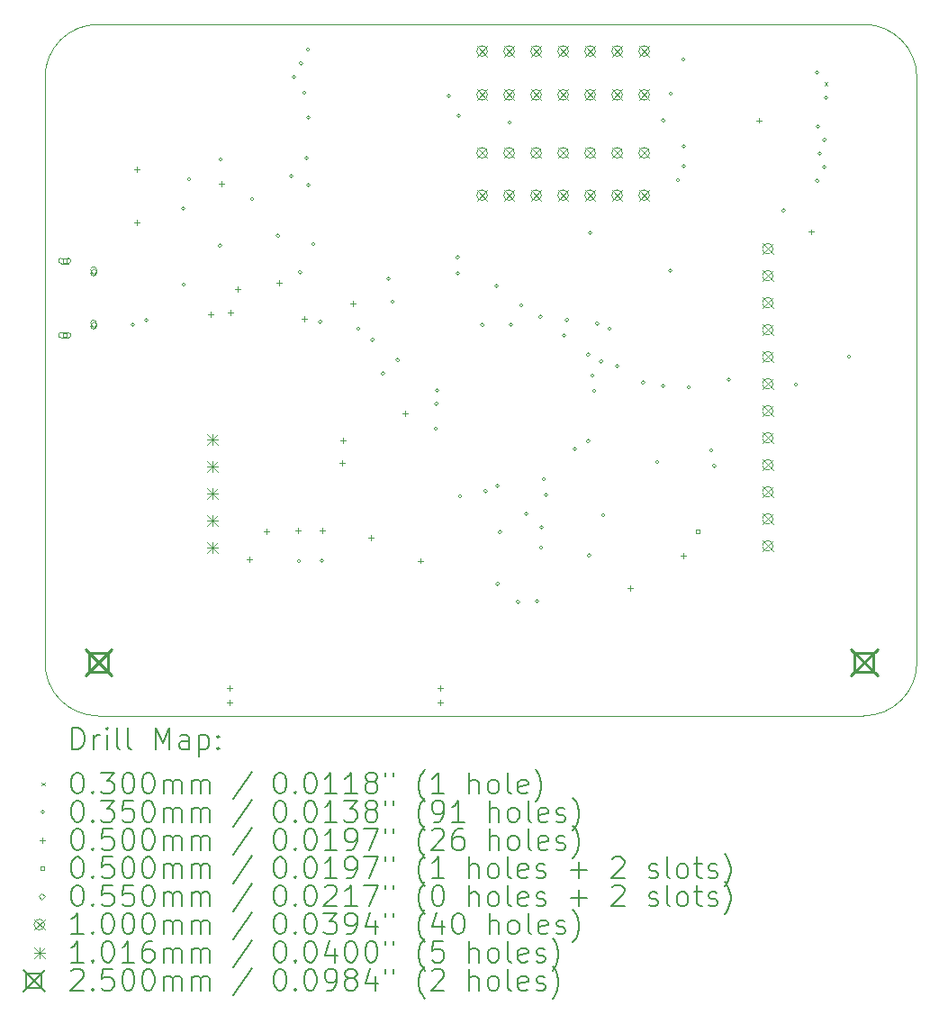
<source format=gbr>
%TF.GenerationSoftware,KiCad,Pcbnew,8.0.5*%
%TF.CreationDate,2024-11-04T18:47:35-08:00*%
%TF.ProjectId,digitalclock,64696769-7461-46c6-936c-6f636b2e6b69,rev?*%
%TF.SameCoordinates,Original*%
%TF.FileFunction,Drillmap*%
%TF.FilePolarity,Positive*%
%FSLAX45Y45*%
G04 Gerber Fmt 4.5, Leading zero omitted, Abs format (unit mm)*
G04 Created by KiCad (PCBNEW 8.0.5) date 2024-11-04 18:47:35*
%MOMM*%
%LPD*%
G01*
G04 APERTURE LIST*
%ADD10C,0.050000*%
%ADD11C,0.200000*%
%ADD12C,0.100000*%
%ADD13C,0.101600*%
%ADD14C,0.250000*%
G04 APERTURE END LIST*
D10*
X11268090Y-12108450D02*
X11268090Y-6608450D01*
X11768090Y-6108450D02*
X18968090Y-6108450D01*
X18968090Y-12608450D02*
X11768090Y-12608450D01*
X19468090Y-6608450D02*
X19468090Y-12108450D01*
X11268090Y-6608450D02*
G75*
G02*
X11768090Y-6108450I500000J0D01*
G01*
X11768090Y-12608450D02*
G75*
G02*
X11268090Y-12108450I0J500000D01*
G01*
X18968090Y-6108450D02*
G75*
G02*
X19468090Y-6608450I0J-500000D01*
G01*
X19468090Y-12108450D02*
G75*
G02*
X18968090Y-12608450I-500000J0D01*
G01*
D11*
D12*
X18598120Y-6652500D02*
X18628120Y-6682500D01*
X18628120Y-6652500D02*
X18598120Y-6682500D01*
X12111500Y-8933000D02*
G75*
G02*
X12076500Y-8933000I-17500J0D01*
G01*
X12076500Y-8933000D02*
G75*
G02*
X12111500Y-8933000I17500J0D01*
G01*
X12240500Y-8889000D02*
G75*
G02*
X12205500Y-8889000I-17500J0D01*
G01*
X12205500Y-8889000D02*
G75*
G02*
X12240500Y-8889000I17500J0D01*
G01*
X12587500Y-7840000D02*
G75*
G02*
X12552500Y-7840000I-17500J0D01*
G01*
X12552500Y-7840000D02*
G75*
G02*
X12587500Y-7840000I17500J0D01*
G01*
X12587500Y-8554000D02*
G75*
G02*
X12552500Y-8554000I-17500J0D01*
G01*
X12552500Y-8554000D02*
G75*
G02*
X12587500Y-8554000I17500J0D01*
G01*
X12642500Y-7566000D02*
G75*
G02*
X12607500Y-7566000I-17500J0D01*
G01*
X12607500Y-7566000D02*
G75*
G02*
X12642500Y-7566000I17500J0D01*
G01*
X12932500Y-8190000D02*
G75*
G02*
X12897500Y-8190000I-17500J0D01*
G01*
X12897500Y-8190000D02*
G75*
G02*
X12932500Y-8190000I17500J0D01*
G01*
X12937500Y-7375000D02*
G75*
G02*
X12902500Y-7375000I-17500J0D01*
G01*
X12902500Y-7375000D02*
G75*
G02*
X12937500Y-7375000I17500J0D01*
G01*
X13233500Y-7751000D02*
G75*
G02*
X13198500Y-7751000I-17500J0D01*
G01*
X13198500Y-7751000D02*
G75*
G02*
X13233500Y-7751000I17500J0D01*
G01*
X13477500Y-8095000D02*
G75*
G02*
X13442500Y-8095000I-17500J0D01*
G01*
X13442500Y-8095000D02*
G75*
G02*
X13477500Y-8095000I17500J0D01*
G01*
X13602500Y-7535000D02*
G75*
G02*
X13567500Y-7535000I-17500J0D01*
G01*
X13567500Y-7535000D02*
G75*
G02*
X13602500Y-7535000I17500J0D01*
G01*
X13627500Y-6601000D02*
G75*
G02*
X13592500Y-6601000I-17500J0D01*
G01*
X13592500Y-6601000D02*
G75*
G02*
X13627500Y-6601000I17500J0D01*
G01*
X13672500Y-11155000D02*
G75*
G02*
X13637500Y-11155000I-17500J0D01*
G01*
X13637500Y-11155000D02*
G75*
G02*
X13672500Y-11155000I17500J0D01*
G01*
X13682500Y-8440000D02*
G75*
G02*
X13647500Y-8440000I-17500J0D01*
G01*
X13647500Y-8440000D02*
G75*
G02*
X13682500Y-8440000I17500J0D01*
G01*
X13692500Y-6474000D02*
G75*
G02*
X13657500Y-6474000I-17500J0D01*
G01*
X13657500Y-6474000D02*
G75*
G02*
X13692500Y-6474000I17500J0D01*
G01*
X13722500Y-6750000D02*
G75*
G02*
X13687500Y-6750000I-17500J0D01*
G01*
X13687500Y-6750000D02*
G75*
G02*
X13722500Y-6750000I17500J0D01*
G01*
X13744500Y-7363000D02*
G75*
G02*
X13709500Y-7363000I-17500J0D01*
G01*
X13709500Y-7363000D02*
G75*
G02*
X13744500Y-7363000I17500J0D01*
G01*
X13759500Y-6347000D02*
G75*
G02*
X13724500Y-6347000I-17500J0D01*
G01*
X13724500Y-6347000D02*
G75*
G02*
X13759500Y-6347000I17500J0D01*
G01*
X13760000Y-6985000D02*
G75*
G02*
X13725000Y-6985000I-17500J0D01*
G01*
X13725000Y-6985000D02*
G75*
G02*
X13760000Y-6985000I17500J0D01*
G01*
X13762500Y-7617500D02*
G75*
G02*
X13727500Y-7617500I-17500J0D01*
G01*
X13727500Y-7617500D02*
G75*
G02*
X13762500Y-7617500I17500J0D01*
G01*
X13810500Y-8175000D02*
G75*
G02*
X13775500Y-8175000I-17500J0D01*
G01*
X13775500Y-8175000D02*
G75*
G02*
X13810500Y-8175000I17500J0D01*
G01*
X13873500Y-8903000D02*
G75*
G02*
X13838500Y-8903000I-17500J0D01*
G01*
X13838500Y-8903000D02*
G75*
G02*
X13873500Y-8903000I17500J0D01*
G01*
X13892500Y-11150000D02*
G75*
G02*
X13857500Y-11150000I-17500J0D01*
G01*
X13857500Y-11150000D02*
G75*
G02*
X13892500Y-11150000I17500J0D01*
G01*
X14232500Y-8970000D02*
G75*
G02*
X14197500Y-8970000I-17500J0D01*
G01*
X14197500Y-8970000D02*
G75*
G02*
X14232500Y-8970000I17500J0D01*
G01*
X14367500Y-9075000D02*
G75*
G02*
X14332500Y-9075000I-17500J0D01*
G01*
X14332500Y-9075000D02*
G75*
G02*
X14367500Y-9075000I17500J0D01*
G01*
X14462500Y-9390000D02*
G75*
G02*
X14427500Y-9390000I-17500J0D01*
G01*
X14427500Y-9390000D02*
G75*
G02*
X14462500Y-9390000I17500J0D01*
G01*
X14517500Y-8500000D02*
G75*
G02*
X14482500Y-8500000I-17500J0D01*
G01*
X14482500Y-8500000D02*
G75*
G02*
X14517500Y-8500000I17500J0D01*
G01*
X14552500Y-8715000D02*
G75*
G02*
X14517500Y-8715000I-17500J0D01*
G01*
X14517500Y-8715000D02*
G75*
G02*
X14552500Y-8715000I17500J0D01*
G01*
X14603700Y-9263400D02*
G75*
G02*
X14568700Y-9263400I-17500J0D01*
G01*
X14568700Y-9263400D02*
G75*
G02*
X14603700Y-9263400I17500J0D01*
G01*
X14962500Y-9910000D02*
G75*
G02*
X14927500Y-9910000I-17500J0D01*
G01*
X14927500Y-9910000D02*
G75*
G02*
X14962500Y-9910000I17500J0D01*
G01*
X14967500Y-9675000D02*
G75*
G02*
X14932500Y-9675000I-17500J0D01*
G01*
X14932500Y-9675000D02*
G75*
G02*
X14967500Y-9675000I17500J0D01*
G01*
X14972500Y-9552500D02*
G75*
G02*
X14937500Y-9552500I-17500J0D01*
G01*
X14937500Y-9552500D02*
G75*
G02*
X14972500Y-9552500I17500J0D01*
G01*
X15082500Y-6780000D02*
G75*
G02*
X15047500Y-6780000I-17500J0D01*
G01*
X15047500Y-6780000D02*
G75*
G02*
X15082500Y-6780000I17500J0D01*
G01*
X15167000Y-8299500D02*
G75*
G02*
X15132000Y-8299500I-17500J0D01*
G01*
X15132000Y-8299500D02*
G75*
G02*
X15167000Y-8299500I17500J0D01*
G01*
X15167500Y-8450000D02*
G75*
G02*
X15132500Y-8450000I-17500J0D01*
G01*
X15132500Y-8450000D02*
G75*
G02*
X15167500Y-8450000I17500J0D01*
G01*
X15175000Y-6967500D02*
G75*
G02*
X15140000Y-6967500I-17500J0D01*
G01*
X15140000Y-6967500D02*
G75*
G02*
X15175000Y-6967500I17500J0D01*
G01*
X15187500Y-10545000D02*
G75*
G02*
X15152500Y-10545000I-17500J0D01*
G01*
X15152500Y-10545000D02*
G75*
G02*
X15187500Y-10545000I17500J0D01*
G01*
X15397500Y-8935000D02*
G75*
G02*
X15362500Y-8935000I-17500J0D01*
G01*
X15362500Y-8935000D02*
G75*
G02*
X15397500Y-8935000I17500J0D01*
G01*
X15428914Y-10494887D02*
G75*
G02*
X15393914Y-10494887I-17500J0D01*
G01*
X15393914Y-10494887D02*
G75*
G02*
X15428914Y-10494887I17500J0D01*
G01*
X15532500Y-8565000D02*
G75*
G02*
X15497500Y-8565000I-17500J0D01*
G01*
X15497500Y-8565000D02*
G75*
G02*
X15532500Y-8565000I17500J0D01*
G01*
X15542500Y-10447500D02*
G75*
G02*
X15507500Y-10447500I-17500J0D01*
G01*
X15507500Y-10447500D02*
G75*
G02*
X15542500Y-10447500I17500J0D01*
G01*
X15542500Y-11367500D02*
G75*
G02*
X15507500Y-11367500I-17500J0D01*
G01*
X15507500Y-11367500D02*
G75*
G02*
X15542500Y-11367500I17500J0D01*
G01*
X15563000Y-10880000D02*
G75*
G02*
X15528000Y-10880000I-17500J0D01*
G01*
X15528000Y-10880000D02*
G75*
G02*
X15563000Y-10880000I17500J0D01*
G01*
X15657500Y-7030000D02*
G75*
G02*
X15622500Y-7030000I-17500J0D01*
G01*
X15622500Y-7030000D02*
G75*
G02*
X15657500Y-7030000I17500J0D01*
G01*
X15667500Y-8930000D02*
G75*
G02*
X15632500Y-8930000I-17500J0D01*
G01*
X15632500Y-8930000D02*
G75*
G02*
X15667500Y-8930000I17500J0D01*
G01*
X15731500Y-11539000D02*
G75*
G02*
X15696500Y-11539000I-17500J0D01*
G01*
X15696500Y-11539000D02*
G75*
G02*
X15731500Y-11539000I17500J0D01*
G01*
X15767500Y-8750000D02*
G75*
G02*
X15732500Y-8750000I-17500J0D01*
G01*
X15732500Y-8750000D02*
G75*
G02*
X15767500Y-8750000I17500J0D01*
G01*
X15810500Y-10710000D02*
G75*
G02*
X15775500Y-10710000I-17500J0D01*
G01*
X15775500Y-10710000D02*
G75*
G02*
X15810500Y-10710000I17500J0D01*
G01*
X15915500Y-11530000D02*
G75*
G02*
X15880500Y-11530000I-17500J0D01*
G01*
X15880500Y-11530000D02*
G75*
G02*
X15915500Y-11530000I17500J0D01*
G01*
X15945500Y-8858000D02*
G75*
G02*
X15910500Y-8858000I-17500J0D01*
G01*
X15910500Y-8858000D02*
G75*
G02*
X15945500Y-8858000I17500J0D01*
G01*
X15950500Y-11025000D02*
G75*
G02*
X15915500Y-11025000I-17500J0D01*
G01*
X15915500Y-11025000D02*
G75*
G02*
X15950500Y-11025000I17500J0D01*
G01*
X15958000Y-10837500D02*
G75*
G02*
X15923000Y-10837500I-17500J0D01*
G01*
X15923000Y-10837500D02*
G75*
G02*
X15958000Y-10837500I17500J0D01*
G01*
X15977500Y-10385000D02*
G75*
G02*
X15942500Y-10385000I-17500J0D01*
G01*
X15942500Y-10385000D02*
G75*
G02*
X15977500Y-10385000I17500J0D01*
G01*
X15999180Y-10530840D02*
G75*
G02*
X15964180Y-10530840I-17500J0D01*
G01*
X15964180Y-10530840D02*
G75*
G02*
X15999180Y-10530840I17500J0D01*
G01*
X16167500Y-9031875D02*
G75*
G02*
X16132500Y-9031875I-17500J0D01*
G01*
X16132500Y-9031875D02*
G75*
G02*
X16167500Y-9031875I17500J0D01*
G01*
X16194194Y-8886694D02*
G75*
G02*
X16159194Y-8886694I-17500J0D01*
G01*
X16159194Y-8886694D02*
G75*
G02*
X16194194Y-8886694I17500J0D01*
G01*
X16267500Y-10100000D02*
G75*
G02*
X16232500Y-10100000I-17500J0D01*
G01*
X16232500Y-10100000D02*
G75*
G02*
X16267500Y-10100000I17500J0D01*
G01*
X16392500Y-9212500D02*
G75*
G02*
X16357500Y-9212500I-17500J0D01*
G01*
X16357500Y-9212500D02*
G75*
G02*
X16392500Y-9212500I17500J0D01*
G01*
X16392500Y-10025000D02*
G75*
G02*
X16357500Y-10025000I-17500J0D01*
G01*
X16357500Y-10025000D02*
G75*
G02*
X16392500Y-10025000I17500J0D01*
G01*
X16400500Y-11100000D02*
G75*
G02*
X16365500Y-11100000I-17500J0D01*
G01*
X16365500Y-11100000D02*
G75*
G02*
X16400500Y-11100000I17500J0D01*
G01*
X16412500Y-8070000D02*
G75*
G02*
X16377500Y-8070000I-17500J0D01*
G01*
X16377500Y-8070000D02*
G75*
G02*
X16412500Y-8070000I17500J0D01*
G01*
X16432432Y-9409932D02*
G75*
G02*
X16397432Y-9409932I-17500J0D01*
G01*
X16397432Y-9409932D02*
G75*
G02*
X16432432Y-9409932I17500J0D01*
G01*
X16451500Y-9552500D02*
G75*
G02*
X16416500Y-9552500I-17500J0D01*
G01*
X16416500Y-9552500D02*
G75*
G02*
X16451500Y-9552500I17500J0D01*
G01*
X16478750Y-8920000D02*
G75*
G02*
X16443750Y-8920000I-17500J0D01*
G01*
X16443750Y-8920000D02*
G75*
G02*
X16478750Y-8920000I17500J0D01*
G01*
X16516660Y-9276483D02*
G75*
G02*
X16481660Y-9276483I-17500J0D01*
G01*
X16481660Y-9276483D02*
G75*
G02*
X16516660Y-9276483I17500J0D01*
G01*
X16535500Y-10722000D02*
G75*
G02*
X16500500Y-10722000I-17500J0D01*
G01*
X16500500Y-10722000D02*
G75*
G02*
X16535500Y-10722000I17500J0D01*
G01*
X16596500Y-8971000D02*
G75*
G02*
X16561500Y-8971000I-17500J0D01*
G01*
X16561500Y-8971000D02*
G75*
G02*
X16596500Y-8971000I17500J0D01*
G01*
X16666500Y-9320000D02*
G75*
G02*
X16631500Y-9320000I-17500J0D01*
G01*
X16631500Y-9320000D02*
G75*
G02*
X16666500Y-9320000I17500J0D01*
G01*
X16910000Y-9475000D02*
G75*
G02*
X16875000Y-9475000I-17500J0D01*
G01*
X16875000Y-9475000D02*
G75*
G02*
X16910000Y-9475000I17500J0D01*
G01*
X17042500Y-10225000D02*
G75*
G02*
X17007500Y-10225000I-17500J0D01*
G01*
X17007500Y-10225000D02*
G75*
G02*
X17042500Y-10225000I17500J0D01*
G01*
X17098500Y-9504000D02*
G75*
G02*
X17063500Y-9504000I-17500J0D01*
G01*
X17063500Y-9504000D02*
G75*
G02*
X17098500Y-9504000I17500J0D01*
G01*
X17099208Y-7013292D02*
G75*
G02*
X17064208Y-7013292I-17500J0D01*
G01*
X17064208Y-7013292D02*
G75*
G02*
X17099208Y-7013292I17500J0D01*
G01*
X17167500Y-8425000D02*
G75*
G02*
X17132500Y-8425000I-17500J0D01*
G01*
X17132500Y-8425000D02*
G75*
G02*
X17167500Y-8425000I17500J0D01*
G01*
X17170000Y-6760000D02*
G75*
G02*
X17135000Y-6760000I-17500J0D01*
G01*
X17135000Y-6760000D02*
G75*
G02*
X17170000Y-6760000I17500J0D01*
G01*
X17237500Y-7575500D02*
G75*
G02*
X17202500Y-7575500I-17500J0D01*
G01*
X17202500Y-7575500D02*
G75*
G02*
X17237500Y-7575500I17500J0D01*
G01*
X17287000Y-6439000D02*
G75*
G02*
X17252000Y-6439000I-17500J0D01*
G01*
X17252000Y-6439000D02*
G75*
G02*
X17287000Y-6439000I17500J0D01*
G01*
X17292500Y-7255000D02*
G75*
G02*
X17257500Y-7255000I-17500J0D01*
G01*
X17257500Y-7255000D02*
G75*
G02*
X17292500Y-7255000I17500J0D01*
G01*
X17293750Y-7443750D02*
G75*
G02*
X17258750Y-7443750I-17500J0D01*
G01*
X17258750Y-7443750D02*
G75*
G02*
X17293750Y-7443750I17500J0D01*
G01*
X17337500Y-9520000D02*
G75*
G02*
X17302500Y-9520000I-17500J0D01*
G01*
X17302500Y-9520000D02*
G75*
G02*
X17337500Y-9520000I17500J0D01*
G01*
X17552500Y-10115000D02*
G75*
G02*
X17517500Y-10115000I-17500J0D01*
G01*
X17517500Y-10115000D02*
G75*
G02*
X17552500Y-10115000I17500J0D01*
G01*
X17577500Y-10260000D02*
G75*
G02*
X17542500Y-10260000I-17500J0D01*
G01*
X17542500Y-10260000D02*
G75*
G02*
X17577500Y-10260000I17500J0D01*
G01*
X17717500Y-9450000D02*
G75*
G02*
X17682500Y-9450000I-17500J0D01*
G01*
X17682500Y-9450000D02*
G75*
G02*
X17717500Y-9450000I17500J0D01*
G01*
X18232500Y-7860000D02*
G75*
G02*
X18197500Y-7860000I-17500J0D01*
G01*
X18197500Y-7860000D02*
G75*
G02*
X18232500Y-7860000I17500J0D01*
G01*
X18345500Y-9495000D02*
G75*
G02*
X18310500Y-9495000I-17500J0D01*
G01*
X18310500Y-9495000D02*
G75*
G02*
X18345500Y-9495000I17500J0D01*
G01*
X18547500Y-6559500D02*
G75*
G02*
X18512500Y-6559500I-17500J0D01*
G01*
X18512500Y-6559500D02*
G75*
G02*
X18547500Y-6559500I17500J0D01*
G01*
X18550000Y-7577500D02*
G75*
G02*
X18515000Y-7577500I-17500J0D01*
G01*
X18515000Y-7577500D02*
G75*
G02*
X18550000Y-7577500I17500J0D01*
G01*
X18555000Y-7070000D02*
G75*
G02*
X18520000Y-7070000I-17500J0D01*
G01*
X18520000Y-7070000D02*
G75*
G02*
X18555000Y-7070000I17500J0D01*
G01*
X18571000Y-7321500D02*
G75*
G02*
X18536000Y-7321500I-17500J0D01*
G01*
X18536000Y-7321500D02*
G75*
G02*
X18571000Y-7321500I17500J0D01*
G01*
X18617500Y-7195000D02*
G75*
G02*
X18582500Y-7195000I-17500J0D01*
G01*
X18582500Y-7195000D02*
G75*
G02*
X18617500Y-7195000I17500J0D01*
G01*
X18617500Y-7450000D02*
G75*
G02*
X18582500Y-7450000I-17500J0D01*
G01*
X18582500Y-7450000D02*
G75*
G02*
X18617500Y-7450000I17500J0D01*
G01*
X18634160Y-6798272D02*
G75*
G02*
X18599160Y-6798272I-17500J0D01*
G01*
X18599160Y-6798272D02*
G75*
G02*
X18634160Y-6798272I17500J0D01*
G01*
X18849500Y-9232000D02*
G75*
G02*
X18814500Y-9232000I-17500J0D01*
G01*
X18814500Y-9232000D02*
G75*
G02*
X18849500Y-9232000I17500J0D01*
G01*
X12130000Y-7949000D02*
X12130000Y-7999000D01*
X12105000Y-7974000D02*
X12155000Y-7974000D01*
X12131000Y-7446000D02*
X12131000Y-7496000D01*
X12106000Y-7471000D02*
X12156000Y-7471000D01*
X12830000Y-8810000D02*
X12830000Y-8860000D01*
X12805000Y-8835000D02*
X12855000Y-8835000D01*
X12930000Y-7580000D02*
X12930000Y-7630000D01*
X12905000Y-7605000D02*
X12955000Y-7605000D01*
X13001500Y-12325000D02*
X13001500Y-12375000D01*
X12976500Y-12350000D02*
X13026500Y-12350000D01*
X13003000Y-12455000D02*
X13003000Y-12505000D01*
X12978000Y-12480000D02*
X13028000Y-12480000D01*
X13015000Y-8790000D02*
X13015000Y-8840000D01*
X12990000Y-8815000D02*
X13040000Y-8815000D01*
X13080000Y-8574000D02*
X13080000Y-8624000D01*
X13055000Y-8599000D02*
X13105000Y-8599000D01*
X13187500Y-11112500D02*
X13187500Y-11162500D01*
X13162500Y-11137500D02*
X13212500Y-11137500D01*
X13347700Y-10846200D02*
X13347700Y-10896200D01*
X13322700Y-10871200D02*
X13372700Y-10871200D01*
X13470000Y-8515000D02*
X13470000Y-8565000D01*
X13445000Y-8540000D02*
X13495000Y-8540000D01*
X13650000Y-10840000D02*
X13650000Y-10890000D01*
X13625000Y-10865000D02*
X13675000Y-10865000D01*
X13705000Y-8850000D02*
X13705000Y-8900000D01*
X13680000Y-8875000D02*
X13730000Y-8875000D01*
X13875000Y-10840000D02*
X13875000Y-10890000D01*
X13850000Y-10865000D02*
X13900000Y-10865000D01*
X14061440Y-10206120D02*
X14061440Y-10256120D01*
X14036440Y-10231120D02*
X14086440Y-10231120D01*
X14071600Y-9992760D02*
X14071600Y-10042760D01*
X14046600Y-10017760D02*
X14096600Y-10017760D01*
X14165000Y-8710000D02*
X14165000Y-8760000D01*
X14140000Y-8735000D02*
X14190000Y-8735000D01*
X14335000Y-10910000D02*
X14335000Y-10960000D01*
X14310000Y-10935000D02*
X14360000Y-10935000D01*
X14655000Y-9740000D02*
X14655000Y-9790000D01*
X14630000Y-9765000D02*
X14680000Y-9765000D01*
X14800000Y-11125000D02*
X14800000Y-11175000D01*
X14775000Y-11150000D02*
X14825000Y-11150000D01*
X14984000Y-12460000D02*
X14984000Y-12510000D01*
X14959000Y-12485000D02*
X15009000Y-12485000D01*
X14985000Y-12325000D02*
X14985000Y-12375000D01*
X14960000Y-12350000D02*
X15010000Y-12350000D01*
X16769080Y-11383960D02*
X16769080Y-11433960D01*
X16744080Y-11408960D02*
X16794080Y-11408960D01*
X17267900Y-11075000D02*
X17267900Y-11125000D01*
X17242900Y-11100000D02*
X17292900Y-11100000D01*
X17985000Y-6985000D02*
X17985000Y-7035000D01*
X17960000Y-7010000D02*
X18010000Y-7010000D01*
X18473420Y-8034420D02*
X18473420Y-8084420D01*
X18448420Y-8059420D02*
X18498420Y-8059420D01*
X11471678Y-8348678D02*
X11471678Y-8313322D01*
X11436322Y-8313322D01*
X11436322Y-8348678D01*
X11471678Y-8348678D01*
X11486500Y-8306000D02*
X11421500Y-8306000D01*
X11421500Y-8356000D02*
G75*
G02*
X11421500Y-8306000I0J25000D01*
G01*
X11421500Y-8356000D02*
X11486500Y-8356000D01*
X11486500Y-8356000D02*
G75*
G03*
X11486500Y-8306000I0J25000D01*
G01*
X11471678Y-9048678D02*
X11471678Y-9013322D01*
X11436322Y-9013322D01*
X11436322Y-9048678D01*
X11471678Y-9048678D01*
X11486500Y-9006000D02*
X11421500Y-9006000D01*
X11421500Y-9056000D02*
G75*
G02*
X11421500Y-9006000I0J25000D01*
G01*
X11421500Y-9056000D02*
X11486500Y-9056000D01*
X11486500Y-9056000D02*
G75*
G03*
X11486500Y-9006000I0J25000D01*
G01*
X17421758Y-10888878D02*
X17421758Y-10853522D01*
X17386402Y-10853522D01*
X17386402Y-10888878D01*
X17421758Y-10888878D01*
X11724000Y-8458500D02*
X11751500Y-8431000D01*
X11724000Y-8403500D01*
X11696500Y-8431000D01*
X11724000Y-8458500D01*
X11696500Y-8416000D02*
X11696500Y-8446000D01*
X11751500Y-8446000D02*
G75*
G02*
X11696500Y-8446000I-27500J0D01*
G01*
X11751500Y-8446000D02*
X11751500Y-8416000D01*
X11751500Y-8416000D02*
G75*
G03*
X11696500Y-8416000I-27500J0D01*
G01*
X11724000Y-8958500D02*
X11751500Y-8931000D01*
X11724000Y-8903500D01*
X11696500Y-8931000D01*
X11724000Y-8958500D01*
X11696500Y-8916000D02*
X11696500Y-8946000D01*
X11751500Y-8946000D02*
G75*
G02*
X11696500Y-8946000I-27500J0D01*
G01*
X11751500Y-8946000D02*
X11751500Y-8916000D01*
X11751500Y-8916000D02*
G75*
G03*
X11696500Y-8916000I-27500J0D01*
G01*
X15329000Y-6310000D02*
X15429000Y-6410000D01*
X15429000Y-6310000D02*
X15329000Y-6410000D01*
X15429000Y-6360000D02*
G75*
G02*
X15329000Y-6360000I-50000J0D01*
G01*
X15329000Y-6360000D02*
G75*
G02*
X15429000Y-6360000I50000J0D01*
G01*
X15329000Y-6720000D02*
X15429000Y-6820000D01*
X15429000Y-6720000D02*
X15329000Y-6820000D01*
X15429000Y-6770000D02*
G75*
G02*
X15329000Y-6770000I-50000J0D01*
G01*
X15329000Y-6770000D02*
G75*
G02*
X15429000Y-6770000I50000J0D01*
G01*
X15329000Y-7265000D02*
X15429000Y-7365000D01*
X15429000Y-7265000D02*
X15329000Y-7365000D01*
X15429000Y-7315000D02*
G75*
G02*
X15329000Y-7315000I-50000J0D01*
G01*
X15329000Y-7315000D02*
G75*
G02*
X15429000Y-7315000I50000J0D01*
G01*
X15329000Y-7665000D02*
X15429000Y-7765000D01*
X15429000Y-7665000D02*
X15329000Y-7765000D01*
X15429000Y-7715000D02*
G75*
G02*
X15329000Y-7715000I-50000J0D01*
G01*
X15329000Y-7715000D02*
G75*
G02*
X15429000Y-7715000I50000J0D01*
G01*
X15583000Y-6310000D02*
X15683000Y-6410000D01*
X15683000Y-6310000D02*
X15583000Y-6410000D01*
X15683000Y-6360000D02*
G75*
G02*
X15583000Y-6360000I-50000J0D01*
G01*
X15583000Y-6360000D02*
G75*
G02*
X15683000Y-6360000I50000J0D01*
G01*
X15583000Y-6720000D02*
X15683000Y-6820000D01*
X15683000Y-6720000D02*
X15583000Y-6820000D01*
X15683000Y-6770000D02*
G75*
G02*
X15583000Y-6770000I-50000J0D01*
G01*
X15583000Y-6770000D02*
G75*
G02*
X15683000Y-6770000I50000J0D01*
G01*
X15583000Y-7265000D02*
X15683000Y-7365000D01*
X15683000Y-7265000D02*
X15583000Y-7365000D01*
X15683000Y-7315000D02*
G75*
G02*
X15583000Y-7315000I-50000J0D01*
G01*
X15583000Y-7315000D02*
G75*
G02*
X15683000Y-7315000I50000J0D01*
G01*
X15583000Y-7665000D02*
X15683000Y-7765000D01*
X15683000Y-7665000D02*
X15583000Y-7765000D01*
X15683000Y-7715000D02*
G75*
G02*
X15583000Y-7715000I-50000J0D01*
G01*
X15583000Y-7715000D02*
G75*
G02*
X15683000Y-7715000I50000J0D01*
G01*
X15837000Y-6310000D02*
X15937000Y-6410000D01*
X15937000Y-6310000D02*
X15837000Y-6410000D01*
X15937000Y-6360000D02*
G75*
G02*
X15837000Y-6360000I-50000J0D01*
G01*
X15837000Y-6360000D02*
G75*
G02*
X15937000Y-6360000I50000J0D01*
G01*
X15837000Y-6720000D02*
X15937000Y-6820000D01*
X15937000Y-6720000D02*
X15837000Y-6820000D01*
X15937000Y-6770000D02*
G75*
G02*
X15837000Y-6770000I-50000J0D01*
G01*
X15837000Y-6770000D02*
G75*
G02*
X15937000Y-6770000I50000J0D01*
G01*
X15837000Y-7265000D02*
X15937000Y-7365000D01*
X15937000Y-7265000D02*
X15837000Y-7365000D01*
X15937000Y-7315000D02*
G75*
G02*
X15837000Y-7315000I-50000J0D01*
G01*
X15837000Y-7315000D02*
G75*
G02*
X15937000Y-7315000I50000J0D01*
G01*
X15837000Y-7665000D02*
X15937000Y-7765000D01*
X15937000Y-7665000D02*
X15837000Y-7765000D01*
X15937000Y-7715000D02*
G75*
G02*
X15837000Y-7715000I-50000J0D01*
G01*
X15837000Y-7715000D02*
G75*
G02*
X15937000Y-7715000I50000J0D01*
G01*
X16091000Y-6310000D02*
X16191000Y-6410000D01*
X16191000Y-6310000D02*
X16091000Y-6410000D01*
X16191000Y-6360000D02*
G75*
G02*
X16091000Y-6360000I-50000J0D01*
G01*
X16091000Y-6360000D02*
G75*
G02*
X16191000Y-6360000I50000J0D01*
G01*
X16091000Y-6720000D02*
X16191000Y-6820000D01*
X16191000Y-6720000D02*
X16091000Y-6820000D01*
X16191000Y-6770000D02*
G75*
G02*
X16091000Y-6770000I-50000J0D01*
G01*
X16091000Y-6770000D02*
G75*
G02*
X16191000Y-6770000I50000J0D01*
G01*
X16091000Y-7265000D02*
X16191000Y-7365000D01*
X16191000Y-7265000D02*
X16091000Y-7365000D01*
X16191000Y-7315000D02*
G75*
G02*
X16091000Y-7315000I-50000J0D01*
G01*
X16091000Y-7315000D02*
G75*
G02*
X16191000Y-7315000I50000J0D01*
G01*
X16091000Y-7665000D02*
X16191000Y-7765000D01*
X16191000Y-7665000D02*
X16091000Y-7765000D01*
X16191000Y-7715000D02*
G75*
G02*
X16091000Y-7715000I-50000J0D01*
G01*
X16091000Y-7715000D02*
G75*
G02*
X16191000Y-7715000I50000J0D01*
G01*
X16345000Y-6310000D02*
X16445000Y-6410000D01*
X16445000Y-6310000D02*
X16345000Y-6410000D01*
X16445000Y-6360000D02*
G75*
G02*
X16345000Y-6360000I-50000J0D01*
G01*
X16345000Y-6360000D02*
G75*
G02*
X16445000Y-6360000I50000J0D01*
G01*
X16345000Y-6720000D02*
X16445000Y-6820000D01*
X16445000Y-6720000D02*
X16345000Y-6820000D01*
X16445000Y-6770000D02*
G75*
G02*
X16345000Y-6770000I-50000J0D01*
G01*
X16345000Y-6770000D02*
G75*
G02*
X16445000Y-6770000I50000J0D01*
G01*
X16345000Y-7265000D02*
X16445000Y-7365000D01*
X16445000Y-7265000D02*
X16345000Y-7365000D01*
X16445000Y-7315000D02*
G75*
G02*
X16345000Y-7315000I-50000J0D01*
G01*
X16345000Y-7315000D02*
G75*
G02*
X16445000Y-7315000I50000J0D01*
G01*
X16345000Y-7665000D02*
X16445000Y-7765000D01*
X16445000Y-7665000D02*
X16345000Y-7765000D01*
X16445000Y-7715000D02*
G75*
G02*
X16345000Y-7715000I-50000J0D01*
G01*
X16345000Y-7715000D02*
G75*
G02*
X16445000Y-7715000I50000J0D01*
G01*
X16599000Y-6310000D02*
X16699000Y-6410000D01*
X16699000Y-6310000D02*
X16599000Y-6410000D01*
X16699000Y-6360000D02*
G75*
G02*
X16599000Y-6360000I-50000J0D01*
G01*
X16599000Y-6360000D02*
G75*
G02*
X16699000Y-6360000I50000J0D01*
G01*
X16599000Y-6720000D02*
X16699000Y-6820000D01*
X16699000Y-6720000D02*
X16599000Y-6820000D01*
X16699000Y-6770000D02*
G75*
G02*
X16599000Y-6770000I-50000J0D01*
G01*
X16599000Y-6770000D02*
G75*
G02*
X16699000Y-6770000I50000J0D01*
G01*
X16599000Y-7265000D02*
X16699000Y-7365000D01*
X16699000Y-7265000D02*
X16599000Y-7365000D01*
X16699000Y-7315000D02*
G75*
G02*
X16599000Y-7315000I-50000J0D01*
G01*
X16599000Y-7315000D02*
G75*
G02*
X16699000Y-7315000I50000J0D01*
G01*
X16599000Y-7665000D02*
X16699000Y-7765000D01*
X16699000Y-7665000D02*
X16599000Y-7765000D01*
X16699000Y-7715000D02*
G75*
G02*
X16599000Y-7715000I-50000J0D01*
G01*
X16599000Y-7715000D02*
G75*
G02*
X16699000Y-7715000I50000J0D01*
G01*
X16853000Y-6310000D02*
X16953000Y-6410000D01*
X16953000Y-6310000D02*
X16853000Y-6410000D01*
X16953000Y-6360000D02*
G75*
G02*
X16853000Y-6360000I-50000J0D01*
G01*
X16853000Y-6360000D02*
G75*
G02*
X16953000Y-6360000I50000J0D01*
G01*
X16853000Y-6720000D02*
X16953000Y-6820000D01*
X16953000Y-6720000D02*
X16853000Y-6820000D01*
X16953000Y-6770000D02*
G75*
G02*
X16853000Y-6770000I-50000J0D01*
G01*
X16853000Y-6770000D02*
G75*
G02*
X16953000Y-6770000I50000J0D01*
G01*
X16853000Y-7265000D02*
X16953000Y-7365000D01*
X16953000Y-7265000D02*
X16853000Y-7365000D01*
X16953000Y-7315000D02*
G75*
G02*
X16853000Y-7315000I-50000J0D01*
G01*
X16853000Y-7315000D02*
G75*
G02*
X16953000Y-7315000I50000J0D01*
G01*
X16853000Y-7665000D02*
X16953000Y-7765000D01*
X16953000Y-7665000D02*
X16853000Y-7765000D01*
X16953000Y-7715000D02*
G75*
G02*
X16853000Y-7715000I-50000J0D01*
G01*
X16853000Y-7715000D02*
G75*
G02*
X16953000Y-7715000I50000J0D01*
G01*
X18015000Y-8167000D02*
X18115000Y-8267000D01*
X18115000Y-8167000D02*
X18015000Y-8267000D01*
X18115000Y-8217000D02*
G75*
G02*
X18015000Y-8217000I-50000J0D01*
G01*
X18015000Y-8217000D02*
G75*
G02*
X18115000Y-8217000I50000J0D01*
G01*
X18015000Y-8421000D02*
X18115000Y-8521000D01*
X18115000Y-8421000D02*
X18015000Y-8521000D01*
X18115000Y-8471000D02*
G75*
G02*
X18015000Y-8471000I-50000J0D01*
G01*
X18015000Y-8471000D02*
G75*
G02*
X18115000Y-8471000I50000J0D01*
G01*
X18015000Y-8675000D02*
X18115000Y-8775000D01*
X18115000Y-8675000D02*
X18015000Y-8775000D01*
X18115000Y-8725000D02*
G75*
G02*
X18015000Y-8725000I-50000J0D01*
G01*
X18015000Y-8725000D02*
G75*
G02*
X18115000Y-8725000I50000J0D01*
G01*
X18015000Y-8929000D02*
X18115000Y-9029000D01*
X18115000Y-8929000D02*
X18015000Y-9029000D01*
X18115000Y-8979000D02*
G75*
G02*
X18015000Y-8979000I-50000J0D01*
G01*
X18015000Y-8979000D02*
G75*
G02*
X18115000Y-8979000I50000J0D01*
G01*
X18015000Y-9183000D02*
X18115000Y-9283000D01*
X18115000Y-9183000D02*
X18015000Y-9283000D01*
X18115000Y-9233000D02*
G75*
G02*
X18015000Y-9233000I-50000J0D01*
G01*
X18015000Y-9233000D02*
G75*
G02*
X18115000Y-9233000I50000J0D01*
G01*
X18015000Y-9437000D02*
X18115000Y-9537000D01*
X18115000Y-9437000D02*
X18015000Y-9537000D01*
X18115000Y-9487000D02*
G75*
G02*
X18015000Y-9487000I-50000J0D01*
G01*
X18015000Y-9487000D02*
G75*
G02*
X18115000Y-9487000I50000J0D01*
G01*
X18015000Y-9691000D02*
X18115000Y-9791000D01*
X18115000Y-9691000D02*
X18015000Y-9791000D01*
X18115000Y-9741000D02*
G75*
G02*
X18015000Y-9741000I-50000J0D01*
G01*
X18015000Y-9741000D02*
G75*
G02*
X18115000Y-9741000I50000J0D01*
G01*
X18015000Y-9945000D02*
X18115000Y-10045000D01*
X18115000Y-9945000D02*
X18015000Y-10045000D01*
X18115000Y-9995000D02*
G75*
G02*
X18015000Y-9995000I-50000J0D01*
G01*
X18015000Y-9995000D02*
G75*
G02*
X18115000Y-9995000I50000J0D01*
G01*
X18015000Y-10199000D02*
X18115000Y-10299000D01*
X18115000Y-10199000D02*
X18015000Y-10299000D01*
X18115000Y-10249000D02*
G75*
G02*
X18015000Y-10249000I-50000J0D01*
G01*
X18015000Y-10249000D02*
G75*
G02*
X18115000Y-10249000I50000J0D01*
G01*
X18015000Y-10453000D02*
X18115000Y-10553000D01*
X18115000Y-10453000D02*
X18015000Y-10553000D01*
X18115000Y-10503000D02*
G75*
G02*
X18015000Y-10503000I-50000J0D01*
G01*
X18015000Y-10503000D02*
G75*
G02*
X18115000Y-10503000I50000J0D01*
G01*
X18015000Y-10707000D02*
X18115000Y-10807000D01*
X18115000Y-10707000D02*
X18015000Y-10807000D01*
X18115000Y-10757000D02*
G75*
G02*
X18015000Y-10757000I-50000J0D01*
G01*
X18015000Y-10757000D02*
G75*
G02*
X18115000Y-10757000I50000J0D01*
G01*
X18015000Y-10961000D02*
X18115000Y-11061000D01*
X18115000Y-10961000D02*
X18015000Y-11061000D01*
X18115000Y-11011000D02*
G75*
G02*
X18015000Y-11011000I-50000J0D01*
G01*
X18015000Y-11011000D02*
G75*
G02*
X18115000Y-11011000I50000J0D01*
G01*
D13*
X12793200Y-9961200D02*
X12894800Y-10062800D01*
X12894800Y-9961200D02*
X12793200Y-10062800D01*
X12844000Y-9961200D02*
X12844000Y-10062800D01*
X12793200Y-10012000D02*
X12894800Y-10012000D01*
X12793200Y-10215200D02*
X12894800Y-10316800D01*
X12894800Y-10215200D02*
X12793200Y-10316800D01*
X12844000Y-10215200D02*
X12844000Y-10316800D01*
X12793200Y-10266000D02*
X12894800Y-10266000D01*
X12793200Y-10469200D02*
X12894800Y-10570800D01*
X12894800Y-10469200D02*
X12793200Y-10570800D01*
X12844000Y-10469200D02*
X12844000Y-10570800D01*
X12793200Y-10520000D02*
X12894800Y-10520000D01*
X12793200Y-10723200D02*
X12894800Y-10824800D01*
X12894800Y-10723200D02*
X12793200Y-10824800D01*
X12844000Y-10723200D02*
X12844000Y-10824800D01*
X12793200Y-10774000D02*
X12894800Y-10774000D01*
X12793200Y-10977200D02*
X12894800Y-11078800D01*
X12894800Y-10977200D02*
X12793200Y-11078800D01*
X12844000Y-10977200D02*
X12844000Y-11078800D01*
X12793200Y-11028000D02*
X12894800Y-11028000D01*
D14*
X11647000Y-11982000D02*
X11897000Y-12232000D01*
X11897000Y-11982000D02*
X11647000Y-12232000D01*
X11860389Y-12195389D02*
X11860389Y-12018611D01*
X11683611Y-12018611D01*
X11683611Y-12195389D01*
X11860389Y-12195389D01*
X18847000Y-11982000D02*
X19097000Y-12232000D01*
X19097000Y-11982000D02*
X18847000Y-12232000D01*
X19060389Y-12195389D02*
X19060389Y-12018611D01*
X18883611Y-12018611D01*
X18883611Y-12195389D01*
X19060389Y-12195389D01*
D11*
X11526367Y-12922434D02*
X11526367Y-12722434D01*
X11526367Y-12722434D02*
X11573986Y-12722434D01*
X11573986Y-12722434D02*
X11602557Y-12731958D01*
X11602557Y-12731958D02*
X11621605Y-12751005D01*
X11621605Y-12751005D02*
X11631129Y-12770053D01*
X11631129Y-12770053D02*
X11640652Y-12808148D01*
X11640652Y-12808148D02*
X11640652Y-12836719D01*
X11640652Y-12836719D02*
X11631129Y-12874815D01*
X11631129Y-12874815D02*
X11621605Y-12893862D01*
X11621605Y-12893862D02*
X11602557Y-12912910D01*
X11602557Y-12912910D02*
X11573986Y-12922434D01*
X11573986Y-12922434D02*
X11526367Y-12922434D01*
X11726367Y-12922434D02*
X11726367Y-12789100D01*
X11726367Y-12827196D02*
X11735891Y-12808148D01*
X11735891Y-12808148D02*
X11745414Y-12798624D01*
X11745414Y-12798624D02*
X11764462Y-12789100D01*
X11764462Y-12789100D02*
X11783510Y-12789100D01*
X11850176Y-12922434D02*
X11850176Y-12789100D01*
X11850176Y-12722434D02*
X11840652Y-12731958D01*
X11840652Y-12731958D02*
X11850176Y-12741481D01*
X11850176Y-12741481D02*
X11859700Y-12731958D01*
X11859700Y-12731958D02*
X11850176Y-12722434D01*
X11850176Y-12722434D02*
X11850176Y-12741481D01*
X11973986Y-12922434D02*
X11954938Y-12912910D01*
X11954938Y-12912910D02*
X11945414Y-12893862D01*
X11945414Y-12893862D02*
X11945414Y-12722434D01*
X12078748Y-12922434D02*
X12059700Y-12912910D01*
X12059700Y-12912910D02*
X12050176Y-12893862D01*
X12050176Y-12893862D02*
X12050176Y-12722434D01*
X12307319Y-12922434D02*
X12307319Y-12722434D01*
X12307319Y-12722434D02*
X12373986Y-12865291D01*
X12373986Y-12865291D02*
X12440652Y-12722434D01*
X12440652Y-12722434D02*
X12440652Y-12922434D01*
X12621605Y-12922434D02*
X12621605Y-12817672D01*
X12621605Y-12817672D02*
X12612081Y-12798624D01*
X12612081Y-12798624D02*
X12593033Y-12789100D01*
X12593033Y-12789100D02*
X12554938Y-12789100D01*
X12554938Y-12789100D02*
X12535891Y-12798624D01*
X12621605Y-12912910D02*
X12602557Y-12922434D01*
X12602557Y-12922434D02*
X12554938Y-12922434D01*
X12554938Y-12922434D02*
X12535891Y-12912910D01*
X12535891Y-12912910D02*
X12526367Y-12893862D01*
X12526367Y-12893862D02*
X12526367Y-12874815D01*
X12526367Y-12874815D02*
X12535891Y-12855767D01*
X12535891Y-12855767D02*
X12554938Y-12846243D01*
X12554938Y-12846243D02*
X12602557Y-12846243D01*
X12602557Y-12846243D02*
X12621605Y-12836719D01*
X12716843Y-12789100D02*
X12716843Y-12989100D01*
X12716843Y-12798624D02*
X12735891Y-12789100D01*
X12735891Y-12789100D02*
X12773986Y-12789100D01*
X12773986Y-12789100D02*
X12793033Y-12798624D01*
X12793033Y-12798624D02*
X12802557Y-12808148D01*
X12802557Y-12808148D02*
X12812081Y-12827196D01*
X12812081Y-12827196D02*
X12812081Y-12884338D01*
X12812081Y-12884338D02*
X12802557Y-12903386D01*
X12802557Y-12903386D02*
X12793033Y-12912910D01*
X12793033Y-12912910D02*
X12773986Y-12922434D01*
X12773986Y-12922434D02*
X12735891Y-12922434D01*
X12735891Y-12922434D02*
X12716843Y-12912910D01*
X12897795Y-12903386D02*
X12907319Y-12912910D01*
X12907319Y-12912910D02*
X12897795Y-12922434D01*
X12897795Y-12922434D02*
X12888272Y-12912910D01*
X12888272Y-12912910D02*
X12897795Y-12903386D01*
X12897795Y-12903386D02*
X12897795Y-12922434D01*
X12897795Y-12798624D02*
X12907319Y-12808148D01*
X12907319Y-12808148D02*
X12897795Y-12817672D01*
X12897795Y-12817672D02*
X12888272Y-12808148D01*
X12888272Y-12808148D02*
X12897795Y-12798624D01*
X12897795Y-12798624D02*
X12897795Y-12817672D01*
D12*
X11235590Y-13235950D02*
X11265590Y-13265950D01*
X11265590Y-13235950D02*
X11235590Y-13265950D01*
D11*
X11564462Y-13142434D02*
X11583510Y-13142434D01*
X11583510Y-13142434D02*
X11602557Y-13151958D01*
X11602557Y-13151958D02*
X11612081Y-13161481D01*
X11612081Y-13161481D02*
X11621605Y-13180529D01*
X11621605Y-13180529D02*
X11631129Y-13218624D01*
X11631129Y-13218624D02*
X11631129Y-13266243D01*
X11631129Y-13266243D02*
X11621605Y-13304338D01*
X11621605Y-13304338D02*
X11612081Y-13323386D01*
X11612081Y-13323386D02*
X11602557Y-13332910D01*
X11602557Y-13332910D02*
X11583510Y-13342434D01*
X11583510Y-13342434D02*
X11564462Y-13342434D01*
X11564462Y-13342434D02*
X11545414Y-13332910D01*
X11545414Y-13332910D02*
X11535891Y-13323386D01*
X11535891Y-13323386D02*
X11526367Y-13304338D01*
X11526367Y-13304338D02*
X11516843Y-13266243D01*
X11516843Y-13266243D02*
X11516843Y-13218624D01*
X11516843Y-13218624D02*
X11526367Y-13180529D01*
X11526367Y-13180529D02*
X11535891Y-13161481D01*
X11535891Y-13161481D02*
X11545414Y-13151958D01*
X11545414Y-13151958D02*
X11564462Y-13142434D01*
X11716843Y-13323386D02*
X11726367Y-13332910D01*
X11726367Y-13332910D02*
X11716843Y-13342434D01*
X11716843Y-13342434D02*
X11707319Y-13332910D01*
X11707319Y-13332910D02*
X11716843Y-13323386D01*
X11716843Y-13323386D02*
X11716843Y-13342434D01*
X11793033Y-13142434D02*
X11916843Y-13142434D01*
X11916843Y-13142434D02*
X11850176Y-13218624D01*
X11850176Y-13218624D02*
X11878748Y-13218624D01*
X11878748Y-13218624D02*
X11897795Y-13228148D01*
X11897795Y-13228148D02*
X11907319Y-13237672D01*
X11907319Y-13237672D02*
X11916843Y-13256719D01*
X11916843Y-13256719D02*
X11916843Y-13304338D01*
X11916843Y-13304338D02*
X11907319Y-13323386D01*
X11907319Y-13323386D02*
X11897795Y-13332910D01*
X11897795Y-13332910D02*
X11878748Y-13342434D01*
X11878748Y-13342434D02*
X11821605Y-13342434D01*
X11821605Y-13342434D02*
X11802557Y-13332910D01*
X11802557Y-13332910D02*
X11793033Y-13323386D01*
X12040652Y-13142434D02*
X12059700Y-13142434D01*
X12059700Y-13142434D02*
X12078748Y-13151958D01*
X12078748Y-13151958D02*
X12088272Y-13161481D01*
X12088272Y-13161481D02*
X12097795Y-13180529D01*
X12097795Y-13180529D02*
X12107319Y-13218624D01*
X12107319Y-13218624D02*
X12107319Y-13266243D01*
X12107319Y-13266243D02*
X12097795Y-13304338D01*
X12097795Y-13304338D02*
X12088272Y-13323386D01*
X12088272Y-13323386D02*
X12078748Y-13332910D01*
X12078748Y-13332910D02*
X12059700Y-13342434D01*
X12059700Y-13342434D02*
X12040652Y-13342434D01*
X12040652Y-13342434D02*
X12021605Y-13332910D01*
X12021605Y-13332910D02*
X12012081Y-13323386D01*
X12012081Y-13323386D02*
X12002557Y-13304338D01*
X12002557Y-13304338D02*
X11993033Y-13266243D01*
X11993033Y-13266243D02*
X11993033Y-13218624D01*
X11993033Y-13218624D02*
X12002557Y-13180529D01*
X12002557Y-13180529D02*
X12012081Y-13161481D01*
X12012081Y-13161481D02*
X12021605Y-13151958D01*
X12021605Y-13151958D02*
X12040652Y-13142434D01*
X12231129Y-13142434D02*
X12250176Y-13142434D01*
X12250176Y-13142434D02*
X12269224Y-13151958D01*
X12269224Y-13151958D02*
X12278748Y-13161481D01*
X12278748Y-13161481D02*
X12288272Y-13180529D01*
X12288272Y-13180529D02*
X12297795Y-13218624D01*
X12297795Y-13218624D02*
X12297795Y-13266243D01*
X12297795Y-13266243D02*
X12288272Y-13304338D01*
X12288272Y-13304338D02*
X12278748Y-13323386D01*
X12278748Y-13323386D02*
X12269224Y-13332910D01*
X12269224Y-13332910D02*
X12250176Y-13342434D01*
X12250176Y-13342434D02*
X12231129Y-13342434D01*
X12231129Y-13342434D02*
X12212081Y-13332910D01*
X12212081Y-13332910D02*
X12202557Y-13323386D01*
X12202557Y-13323386D02*
X12193033Y-13304338D01*
X12193033Y-13304338D02*
X12183510Y-13266243D01*
X12183510Y-13266243D02*
X12183510Y-13218624D01*
X12183510Y-13218624D02*
X12193033Y-13180529D01*
X12193033Y-13180529D02*
X12202557Y-13161481D01*
X12202557Y-13161481D02*
X12212081Y-13151958D01*
X12212081Y-13151958D02*
X12231129Y-13142434D01*
X12383510Y-13342434D02*
X12383510Y-13209100D01*
X12383510Y-13228148D02*
X12393033Y-13218624D01*
X12393033Y-13218624D02*
X12412081Y-13209100D01*
X12412081Y-13209100D02*
X12440653Y-13209100D01*
X12440653Y-13209100D02*
X12459700Y-13218624D01*
X12459700Y-13218624D02*
X12469224Y-13237672D01*
X12469224Y-13237672D02*
X12469224Y-13342434D01*
X12469224Y-13237672D02*
X12478748Y-13218624D01*
X12478748Y-13218624D02*
X12497795Y-13209100D01*
X12497795Y-13209100D02*
X12526367Y-13209100D01*
X12526367Y-13209100D02*
X12545414Y-13218624D01*
X12545414Y-13218624D02*
X12554938Y-13237672D01*
X12554938Y-13237672D02*
X12554938Y-13342434D01*
X12650176Y-13342434D02*
X12650176Y-13209100D01*
X12650176Y-13228148D02*
X12659700Y-13218624D01*
X12659700Y-13218624D02*
X12678748Y-13209100D01*
X12678748Y-13209100D02*
X12707319Y-13209100D01*
X12707319Y-13209100D02*
X12726367Y-13218624D01*
X12726367Y-13218624D02*
X12735891Y-13237672D01*
X12735891Y-13237672D02*
X12735891Y-13342434D01*
X12735891Y-13237672D02*
X12745414Y-13218624D01*
X12745414Y-13218624D02*
X12764462Y-13209100D01*
X12764462Y-13209100D02*
X12793033Y-13209100D01*
X12793033Y-13209100D02*
X12812081Y-13218624D01*
X12812081Y-13218624D02*
X12821605Y-13237672D01*
X12821605Y-13237672D02*
X12821605Y-13342434D01*
X13212081Y-13132910D02*
X13040653Y-13390053D01*
X13469224Y-13142434D02*
X13488272Y-13142434D01*
X13488272Y-13142434D02*
X13507319Y-13151958D01*
X13507319Y-13151958D02*
X13516843Y-13161481D01*
X13516843Y-13161481D02*
X13526367Y-13180529D01*
X13526367Y-13180529D02*
X13535891Y-13218624D01*
X13535891Y-13218624D02*
X13535891Y-13266243D01*
X13535891Y-13266243D02*
X13526367Y-13304338D01*
X13526367Y-13304338D02*
X13516843Y-13323386D01*
X13516843Y-13323386D02*
X13507319Y-13332910D01*
X13507319Y-13332910D02*
X13488272Y-13342434D01*
X13488272Y-13342434D02*
X13469224Y-13342434D01*
X13469224Y-13342434D02*
X13450176Y-13332910D01*
X13450176Y-13332910D02*
X13440653Y-13323386D01*
X13440653Y-13323386D02*
X13431129Y-13304338D01*
X13431129Y-13304338D02*
X13421605Y-13266243D01*
X13421605Y-13266243D02*
X13421605Y-13218624D01*
X13421605Y-13218624D02*
X13431129Y-13180529D01*
X13431129Y-13180529D02*
X13440653Y-13161481D01*
X13440653Y-13161481D02*
X13450176Y-13151958D01*
X13450176Y-13151958D02*
X13469224Y-13142434D01*
X13621605Y-13323386D02*
X13631129Y-13332910D01*
X13631129Y-13332910D02*
X13621605Y-13342434D01*
X13621605Y-13342434D02*
X13612081Y-13332910D01*
X13612081Y-13332910D02*
X13621605Y-13323386D01*
X13621605Y-13323386D02*
X13621605Y-13342434D01*
X13754938Y-13142434D02*
X13773986Y-13142434D01*
X13773986Y-13142434D02*
X13793034Y-13151958D01*
X13793034Y-13151958D02*
X13802557Y-13161481D01*
X13802557Y-13161481D02*
X13812081Y-13180529D01*
X13812081Y-13180529D02*
X13821605Y-13218624D01*
X13821605Y-13218624D02*
X13821605Y-13266243D01*
X13821605Y-13266243D02*
X13812081Y-13304338D01*
X13812081Y-13304338D02*
X13802557Y-13323386D01*
X13802557Y-13323386D02*
X13793034Y-13332910D01*
X13793034Y-13332910D02*
X13773986Y-13342434D01*
X13773986Y-13342434D02*
X13754938Y-13342434D01*
X13754938Y-13342434D02*
X13735891Y-13332910D01*
X13735891Y-13332910D02*
X13726367Y-13323386D01*
X13726367Y-13323386D02*
X13716843Y-13304338D01*
X13716843Y-13304338D02*
X13707319Y-13266243D01*
X13707319Y-13266243D02*
X13707319Y-13218624D01*
X13707319Y-13218624D02*
X13716843Y-13180529D01*
X13716843Y-13180529D02*
X13726367Y-13161481D01*
X13726367Y-13161481D02*
X13735891Y-13151958D01*
X13735891Y-13151958D02*
X13754938Y-13142434D01*
X14012081Y-13342434D02*
X13897796Y-13342434D01*
X13954938Y-13342434D02*
X13954938Y-13142434D01*
X13954938Y-13142434D02*
X13935891Y-13171005D01*
X13935891Y-13171005D02*
X13916843Y-13190053D01*
X13916843Y-13190053D02*
X13897796Y-13199577D01*
X14202557Y-13342434D02*
X14088272Y-13342434D01*
X14145415Y-13342434D02*
X14145415Y-13142434D01*
X14145415Y-13142434D02*
X14126367Y-13171005D01*
X14126367Y-13171005D02*
X14107319Y-13190053D01*
X14107319Y-13190053D02*
X14088272Y-13199577D01*
X14316843Y-13228148D02*
X14297796Y-13218624D01*
X14297796Y-13218624D02*
X14288272Y-13209100D01*
X14288272Y-13209100D02*
X14278748Y-13190053D01*
X14278748Y-13190053D02*
X14278748Y-13180529D01*
X14278748Y-13180529D02*
X14288272Y-13161481D01*
X14288272Y-13161481D02*
X14297796Y-13151958D01*
X14297796Y-13151958D02*
X14316843Y-13142434D01*
X14316843Y-13142434D02*
X14354938Y-13142434D01*
X14354938Y-13142434D02*
X14373986Y-13151958D01*
X14373986Y-13151958D02*
X14383510Y-13161481D01*
X14383510Y-13161481D02*
X14393034Y-13180529D01*
X14393034Y-13180529D02*
X14393034Y-13190053D01*
X14393034Y-13190053D02*
X14383510Y-13209100D01*
X14383510Y-13209100D02*
X14373986Y-13218624D01*
X14373986Y-13218624D02*
X14354938Y-13228148D01*
X14354938Y-13228148D02*
X14316843Y-13228148D01*
X14316843Y-13228148D02*
X14297796Y-13237672D01*
X14297796Y-13237672D02*
X14288272Y-13247196D01*
X14288272Y-13247196D02*
X14278748Y-13266243D01*
X14278748Y-13266243D02*
X14278748Y-13304338D01*
X14278748Y-13304338D02*
X14288272Y-13323386D01*
X14288272Y-13323386D02*
X14297796Y-13332910D01*
X14297796Y-13332910D02*
X14316843Y-13342434D01*
X14316843Y-13342434D02*
X14354938Y-13342434D01*
X14354938Y-13342434D02*
X14373986Y-13332910D01*
X14373986Y-13332910D02*
X14383510Y-13323386D01*
X14383510Y-13323386D02*
X14393034Y-13304338D01*
X14393034Y-13304338D02*
X14393034Y-13266243D01*
X14393034Y-13266243D02*
X14383510Y-13247196D01*
X14383510Y-13247196D02*
X14373986Y-13237672D01*
X14373986Y-13237672D02*
X14354938Y-13228148D01*
X14469224Y-13142434D02*
X14469224Y-13180529D01*
X14545415Y-13142434D02*
X14545415Y-13180529D01*
X14840653Y-13418624D02*
X14831129Y-13409100D01*
X14831129Y-13409100D02*
X14812081Y-13380529D01*
X14812081Y-13380529D02*
X14802558Y-13361481D01*
X14802558Y-13361481D02*
X14793034Y-13332910D01*
X14793034Y-13332910D02*
X14783510Y-13285291D01*
X14783510Y-13285291D02*
X14783510Y-13247196D01*
X14783510Y-13247196D02*
X14793034Y-13199577D01*
X14793034Y-13199577D02*
X14802558Y-13171005D01*
X14802558Y-13171005D02*
X14812081Y-13151958D01*
X14812081Y-13151958D02*
X14831129Y-13123386D01*
X14831129Y-13123386D02*
X14840653Y-13113862D01*
X15021605Y-13342434D02*
X14907319Y-13342434D01*
X14964462Y-13342434D02*
X14964462Y-13142434D01*
X14964462Y-13142434D02*
X14945415Y-13171005D01*
X14945415Y-13171005D02*
X14926367Y-13190053D01*
X14926367Y-13190053D02*
X14907319Y-13199577D01*
X15259700Y-13342434D02*
X15259700Y-13142434D01*
X15345415Y-13342434D02*
X15345415Y-13237672D01*
X15345415Y-13237672D02*
X15335891Y-13218624D01*
X15335891Y-13218624D02*
X15316843Y-13209100D01*
X15316843Y-13209100D02*
X15288272Y-13209100D01*
X15288272Y-13209100D02*
X15269224Y-13218624D01*
X15269224Y-13218624D02*
X15259700Y-13228148D01*
X15469224Y-13342434D02*
X15450177Y-13332910D01*
X15450177Y-13332910D02*
X15440653Y-13323386D01*
X15440653Y-13323386D02*
X15431129Y-13304338D01*
X15431129Y-13304338D02*
X15431129Y-13247196D01*
X15431129Y-13247196D02*
X15440653Y-13228148D01*
X15440653Y-13228148D02*
X15450177Y-13218624D01*
X15450177Y-13218624D02*
X15469224Y-13209100D01*
X15469224Y-13209100D02*
X15497796Y-13209100D01*
X15497796Y-13209100D02*
X15516843Y-13218624D01*
X15516843Y-13218624D02*
X15526367Y-13228148D01*
X15526367Y-13228148D02*
X15535891Y-13247196D01*
X15535891Y-13247196D02*
X15535891Y-13304338D01*
X15535891Y-13304338D02*
X15526367Y-13323386D01*
X15526367Y-13323386D02*
X15516843Y-13332910D01*
X15516843Y-13332910D02*
X15497796Y-13342434D01*
X15497796Y-13342434D02*
X15469224Y-13342434D01*
X15650177Y-13342434D02*
X15631129Y-13332910D01*
X15631129Y-13332910D02*
X15621605Y-13313862D01*
X15621605Y-13313862D02*
X15621605Y-13142434D01*
X15802558Y-13332910D02*
X15783510Y-13342434D01*
X15783510Y-13342434D02*
X15745415Y-13342434D01*
X15745415Y-13342434D02*
X15726367Y-13332910D01*
X15726367Y-13332910D02*
X15716843Y-13313862D01*
X15716843Y-13313862D02*
X15716843Y-13237672D01*
X15716843Y-13237672D02*
X15726367Y-13218624D01*
X15726367Y-13218624D02*
X15745415Y-13209100D01*
X15745415Y-13209100D02*
X15783510Y-13209100D01*
X15783510Y-13209100D02*
X15802558Y-13218624D01*
X15802558Y-13218624D02*
X15812081Y-13237672D01*
X15812081Y-13237672D02*
X15812081Y-13256719D01*
X15812081Y-13256719D02*
X15716843Y-13275767D01*
X15878748Y-13418624D02*
X15888272Y-13409100D01*
X15888272Y-13409100D02*
X15907320Y-13380529D01*
X15907320Y-13380529D02*
X15916843Y-13361481D01*
X15916843Y-13361481D02*
X15926367Y-13332910D01*
X15926367Y-13332910D02*
X15935891Y-13285291D01*
X15935891Y-13285291D02*
X15935891Y-13247196D01*
X15935891Y-13247196D02*
X15926367Y-13199577D01*
X15926367Y-13199577D02*
X15916843Y-13171005D01*
X15916843Y-13171005D02*
X15907320Y-13151958D01*
X15907320Y-13151958D02*
X15888272Y-13123386D01*
X15888272Y-13123386D02*
X15878748Y-13113862D01*
D12*
X11265590Y-13514950D02*
G75*
G02*
X11230590Y-13514950I-17500J0D01*
G01*
X11230590Y-13514950D02*
G75*
G02*
X11265590Y-13514950I17500J0D01*
G01*
D11*
X11564462Y-13406434D02*
X11583510Y-13406434D01*
X11583510Y-13406434D02*
X11602557Y-13415958D01*
X11602557Y-13415958D02*
X11612081Y-13425481D01*
X11612081Y-13425481D02*
X11621605Y-13444529D01*
X11621605Y-13444529D02*
X11631129Y-13482624D01*
X11631129Y-13482624D02*
X11631129Y-13530243D01*
X11631129Y-13530243D02*
X11621605Y-13568338D01*
X11621605Y-13568338D02*
X11612081Y-13587386D01*
X11612081Y-13587386D02*
X11602557Y-13596910D01*
X11602557Y-13596910D02*
X11583510Y-13606434D01*
X11583510Y-13606434D02*
X11564462Y-13606434D01*
X11564462Y-13606434D02*
X11545414Y-13596910D01*
X11545414Y-13596910D02*
X11535891Y-13587386D01*
X11535891Y-13587386D02*
X11526367Y-13568338D01*
X11526367Y-13568338D02*
X11516843Y-13530243D01*
X11516843Y-13530243D02*
X11516843Y-13482624D01*
X11516843Y-13482624D02*
X11526367Y-13444529D01*
X11526367Y-13444529D02*
X11535891Y-13425481D01*
X11535891Y-13425481D02*
X11545414Y-13415958D01*
X11545414Y-13415958D02*
X11564462Y-13406434D01*
X11716843Y-13587386D02*
X11726367Y-13596910D01*
X11726367Y-13596910D02*
X11716843Y-13606434D01*
X11716843Y-13606434D02*
X11707319Y-13596910D01*
X11707319Y-13596910D02*
X11716843Y-13587386D01*
X11716843Y-13587386D02*
X11716843Y-13606434D01*
X11793033Y-13406434D02*
X11916843Y-13406434D01*
X11916843Y-13406434D02*
X11850176Y-13482624D01*
X11850176Y-13482624D02*
X11878748Y-13482624D01*
X11878748Y-13482624D02*
X11897795Y-13492148D01*
X11897795Y-13492148D02*
X11907319Y-13501672D01*
X11907319Y-13501672D02*
X11916843Y-13520719D01*
X11916843Y-13520719D02*
X11916843Y-13568338D01*
X11916843Y-13568338D02*
X11907319Y-13587386D01*
X11907319Y-13587386D02*
X11897795Y-13596910D01*
X11897795Y-13596910D02*
X11878748Y-13606434D01*
X11878748Y-13606434D02*
X11821605Y-13606434D01*
X11821605Y-13606434D02*
X11802557Y-13596910D01*
X11802557Y-13596910D02*
X11793033Y-13587386D01*
X12097795Y-13406434D02*
X12002557Y-13406434D01*
X12002557Y-13406434D02*
X11993033Y-13501672D01*
X11993033Y-13501672D02*
X12002557Y-13492148D01*
X12002557Y-13492148D02*
X12021605Y-13482624D01*
X12021605Y-13482624D02*
X12069224Y-13482624D01*
X12069224Y-13482624D02*
X12088272Y-13492148D01*
X12088272Y-13492148D02*
X12097795Y-13501672D01*
X12097795Y-13501672D02*
X12107319Y-13520719D01*
X12107319Y-13520719D02*
X12107319Y-13568338D01*
X12107319Y-13568338D02*
X12097795Y-13587386D01*
X12097795Y-13587386D02*
X12088272Y-13596910D01*
X12088272Y-13596910D02*
X12069224Y-13606434D01*
X12069224Y-13606434D02*
X12021605Y-13606434D01*
X12021605Y-13606434D02*
X12002557Y-13596910D01*
X12002557Y-13596910D02*
X11993033Y-13587386D01*
X12231129Y-13406434D02*
X12250176Y-13406434D01*
X12250176Y-13406434D02*
X12269224Y-13415958D01*
X12269224Y-13415958D02*
X12278748Y-13425481D01*
X12278748Y-13425481D02*
X12288272Y-13444529D01*
X12288272Y-13444529D02*
X12297795Y-13482624D01*
X12297795Y-13482624D02*
X12297795Y-13530243D01*
X12297795Y-13530243D02*
X12288272Y-13568338D01*
X12288272Y-13568338D02*
X12278748Y-13587386D01*
X12278748Y-13587386D02*
X12269224Y-13596910D01*
X12269224Y-13596910D02*
X12250176Y-13606434D01*
X12250176Y-13606434D02*
X12231129Y-13606434D01*
X12231129Y-13606434D02*
X12212081Y-13596910D01*
X12212081Y-13596910D02*
X12202557Y-13587386D01*
X12202557Y-13587386D02*
X12193033Y-13568338D01*
X12193033Y-13568338D02*
X12183510Y-13530243D01*
X12183510Y-13530243D02*
X12183510Y-13482624D01*
X12183510Y-13482624D02*
X12193033Y-13444529D01*
X12193033Y-13444529D02*
X12202557Y-13425481D01*
X12202557Y-13425481D02*
X12212081Y-13415958D01*
X12212081Y-13415958D02*
X12231129Y-13406434D01*
X12383510Y-13606434D02*
X12383510Y-13473100D01*
X12383510Y-13492148D02*
X12393033Y-13482624D01*
X12393033Y-13482624D02*
X12412081Y-13473100D01*
X12412081Y-13473100D02*
X12440653Y-13473100D01*
X12440653Y-13473100D02*
X12459700Y-13482624D01*
X12459700Y-13482624D02*
X12469224Y-13501672D01*
X12469224Y-13501672D02*
X12469224Y-13606434D01*
X12469224Y-13501672D02*
X12478748Y-13482624D01*
X12478748Y-13482624D02*
X12497795Y-13473100D01*
X12497795Y-13473100D02*
X12526367Y-13473100D01*
X12526367Y-13473100D02*
X12545414Y-13482624D01*
X12545414Y-13482624D02*
X12554938Y-13501672D01*
X12554938Y-13501672D02*
X12554938Y-13606434D01*
X12650176Y-13606434D02*
X12650176Y-13473100D01*
X12650176Y-13492148D02*
X12659700Y-13482624D01*
X12659700Y-13482624D02*
X12678748Y-13473100D01*
X12678748Y-13473100D02*
X12707319Y-13473100D01*
X12707319Y-13473100D02*
X12726367Y-13482624D01*
X12726367Y-13482624D02*
X12735891Y-13501672D01*
X12735891Y-13501672D02*
X12735891Y-13606434D01*
X12735891Y-13501672D02*
X12745414Y-13482624D01*
X12745414Y-13482624D02*
X12764462Y-13473100D01*
X12764462Y-13473100D02*
X12793033Y-13473100D01*
X12793033Y-13473100D02*
X12812081Y-13482624D01*
X12812081Y-13482624D02*
X12821605Y-13501672D01*
X12821605Y-13501672D02*
X12821605Y-13606434D01*
X13212081Y-13396910D02*
X13040653Y-13654053D01*
X13469224Y-13406434D02*
X13488272Y-13406434D01*
X13488272Y-13406434D02*
X13507319Y-13415958D01*
X13507319Y-13415958D02*
X13516843Y-13425481D01*
X13516843Y-13425481D02*
X13526367Y-13444529D01*
X13526367Y-13444529D02*
X13535891Y-13482624D01*
X13535891Y-13482624D02*
X13535891Y-13530243D01*
X13535891Y-13530243D02*
X13526367Y-13568338D01*
X13526367Y-13568338D02*
X13516843Y-13587386D01*
X13516843Y-13587386D02*
X13507319Y-13596910D01*
X13507319Y-13596910D02*
X13488272Y-13606434D01*
X13488272Y-13606434D02*
X13469224Y-13606434D01*
X13469224Y-13606434D02*
X13450176Y-13596910D01*
X13450176Y-13596910D02*
X13440653Y-13587386D01*
X13440653Y-13587386D02*
X13431129Y-13568338D01*
X13431129Y-13568338D02*
X13421605Y-13530243D01*
X13421605Y-13530243D02*
X13421605Y-13482624D01*
X13421605Y-13482624D02*
X13431129Y-13444529D01*
X13431129Y-13444529D02*
X13440653Y-13425481D01*
X13440653Y-13425481D02*
X13450176Y-13415958D01*
X13450176Y-13415958D02*
X13469224Y-13406434D01*
X13621605Y-13587386D02*
X13631129Y-13596910D01*
X13631129Y-13596910D02*
X13621605Y-13606434D01*
X13621605Y-13606434D02*
X13612081Y-13596910D01*
X13612081Y-13596910D02*
X13621605Y-13587386D01*
X13621605Y-13587386D02*
X13621605Y-13606434D01*
X13754938Y-13406434D02*
X13773986Y-13406434D01*
X13773986Y-13406434D02*
X13793034Y-13415958D01*
X13793034Y-13415958D02*
X13802557Y-13425481D01*
X13802557Y-13425481D02*
X13812081Y-13444529D01*
X13812081Y-13444529D02*
X13821605Y-13482624D01*
X13821605Y-13482624D02*
X13821605Y-13530243D01*
X13821605Y-13530243D02*
X13812081Y-13568338D01*
X13812081Y-13568338D02*
X13802557Y-13587386D01*
X13802557Y-13587386D02*
X13793034Y-13596910D01*
X13793034Y-13596910D02*
X13773986Y-13606434D01*
X13773986Y-13606434D02*
X13754938Y-13606434D01*
X13754938Y-13606434D02*
X13735891Y-13596910D01*
X13735891Y-13596910D02*
X13726367Y-13587386D01*
X13726367Y-13587386D02*
X13716843Y-13568338D01*
X13716843Y-13568338D02*
X13707319Y-13530243D01*
X13707319Y-13530243D02*
X13707319Y-13482624D01*
X13707319Y-13482624D02*
X13716843Y-13444529D01*
X13716843Y-13444529D02*
X13726367Y-13425481D01*
X13726367Y-13425481D02*
X13735891Y-13415958D01*
X13735891Y-13415958D02*
X13754938Y-13406434D01*
X14012081Y-13606434D02*
X13897796Y-13606434D01*
X13954938Y-13606434D02*
X13954938Y-13406434D01*
X13954938Y-13406434D02*
X13935891Y-13435005D01*
X13935891Y-13435005D02*
X13916843Y-13454053D01*
X13916843Y-13454053D02*
X13897796Y-13463577D01*
X14078748Y-13406434D02*
X14202557Y-13406434D01*
X14202557Y-13406434D02*
X14135891Y-13482624D01*
X14135891Y-13482624D02*
X14164462Y-13482624D01*
X14164462Y-13482624D02*
X14183510Y-13492148D01*
X14183510Y-13492148D02*
X14193034Y-13501672D01*
X14193034Y-13501672D02*
X14202557Y-13520719D01*
X14202557Y-13520719D02*
X14202557Y-13568338D01*
X14202557Y-13568338D02*
X14193034Y-13587386D01*
X14193034Y-13587386D02*
X14183510Y-13596910D01*
X14183510Y-13596910D02*
X14164462Y-13606434D01*
X14164462Y-13606434D02*
X14107319Y-13606434D01*
X14107319Y-13606434D02*
X14088272Y-13596910D01*
X14088272Y-13596910D02*
X14078748Y-13587386D01*
X14316843Y-13492148D02*
X14297796Y-13482624D01*
X14297796Y-13482624D02*
X14288272Y-13473100D01*
X14288272Y-13473100D02*
X14278748Y-13454053D01*
X14278748Y-13454053D02*
X14278748Y-13444529D01*
X14278748Y-13444529D02*
X14288272Y-13425481D01*
X14288272Y-13425481D02*
X14297796Y-13415958D01*
X14297796Y-13415958D02*
X14316843Y-13406434D01*
X14316843Y-13406434D02*
X14354938Y-13406434D01*
X14354938Y-13406434D02*
X14373986Y-13415958D01*
X14373986Y-13415958D02*
X14383510Y-13425481D01*
X14383510Y-13425481D02*
X14393034Y-13444529D01*
X14393034Y-13444529D02*
X14393034Y-13454053D01*
X14393034Y-13454053D02*
X14383510Y-13473100D01*
X14383510Y-13473100D02*
X14373986Y-13482624D01*
X14373986Y-13482624D02*
X14354938Y-13492148D01*
X14354938Y-13492148D02*
X14316843Y-13492148D01*
X14316843Y-13492148D02*
X14297796Y-13501672D01*
X14297796Y-13501672D02*
X14288272Y-13511196D01*
X14288272Y-13511196D02*
X14278748Y-13530243D01*
X14278748Y-13530243D02*
X14278748Y-13568338D01*
X14278748Y-13568338D02*
X14288272Y-13587386D01*
X14288272Y-13587386D02*
X14297796Y-13596910D01*
X14297796Y-13596910D02*
X14316843Y-13606434D01*
X14316843Y-13606434D02*
X14354938Y-13606434D01*
X14354938Y-13606434D02*
X14373986Y-13596910D01*
X14373986Y-13596910D02*
X14383510Y-13587386D01*
X14383510Y-13587386D02*
X14393034Y-13568338D01*
X14393034Y-13568338D02*
X14393034Y-13530243D01*
X14393034Y-13530243D02*
X14383510Y-13511196D01*
X14383510Y-13511196D02*
X14373986Y-13501672D01*
X14373986Y-13501672D02*
X14354938Y-13492148D01*
X14469224Y-13406434D02*
X14469224Y-13444529D01*
X14545415Y-13406434D02*
X14545415Y-13444529D01*
X14840653Y-13682624D02*
X14831129Y-13673100D01*
X14831129Y-13673100D02*
X14812081Y-13644529D01*
X14812081Y-13644529D02*
X14802558Y-13625481D01*
X14802558Y-13625481D02*
X14793034Y-13596910D01*
X14793034Y-13596910D02*
X14783510Y-13549291D01*
X14783510Y-13549291D02*
X14783510Y-13511196D01*
X14783510Y-13511196D02*
X14793034Y-13463577D01*
X14793034Y-13463577D02*
X14802558Y-13435005D01*
X14802558Y-13435005D02*
X14812081Y-13415958D01*
X14812081Y-13415958D02*
X14831129Y-13387386D01*
X14831129Y-13387386D02*
X14840653Y-13377862D01*
X14926367Y-13606434D02*
X14964462Y-13606434D01*
X14964462Y-13606434D02*
X14983510Y-13596910D01*
X14983510Y-13596910D02*
X14993034Y-13587386D01*
X14993034Y-13587386D02*
X15012081Y-13558815D01*
X15012081Y-13558815D02*
X15021605Y-13520719D01*
X15021605Y-13520719D02*
X15021605Y-13444529D01*
X15021605Y-13444529D02*
X15012081Y-13425481D01*
X15012081Y-13425481D02*
X15002558Y-13415958D01*
X15002558Y-13415958D02*
X14983510Y-13406434D01*
X14983510Y-13406434D02*
X14945415Y-13406434D01*
X14945415Y-13406434D02*
X14926367Y-13415958D01*
X14926367Y-13415958D02*
X14916843Y-13425481D01*
X14916843Y-13425481D02*
X14907319Y-13444529D01*
X14907319Y-13444529D02*
X14907319Y-13492148D01*
X14907319Y-13492148D02*
X14916843Y-13511196D01*
X14916843Y-13511196D02*
X14926367Y-13520719D01*
X14926367Y-13520719D02*
X14945415Y-13530243D01*
X14945415Y-13530243D02*
X14983510Y-13530243D01*
X14983510Y-13530243D02*
X15002558Y-13520719D01*
X15002558Y-13520719D02*
X15012081Y-13511196D01*
X15012081Y-13511196D02*
X15021605Y-13492148D01*
X15212081Y-13606434D02*
X15097796Y-13606434D01*
X15154938Y-13606434D02*
X15154938Y-13406434D01*
X15154938Y-13406434D02*
X15135891Y-13435005D01*
X15135891Y-13435005D02*
X15116843Y-13454053D01*
X15116843Y-13454053D02*
X15097796Y-13463577D01*
X15450177Y-13606434D02*
X15450177Y-13406434D01*
X15535891Y-13606434D02*
X15535891Y-13501672D01*
X15535891Y-13501672D02*
X15526367Y-13482624D01*
X15526367Y-13482624D02*
X15507320Y-13473100D01*
X15507320Y-13473100D02*
X15478748Y-13473100D01*
X15478748Y-13473100D02*
X15459700Y-13482624D01*
X15459700Y-13482624D02*
X15450177Y-13492148D01*
X15659700Y-13606434D02*
X15640653Y-13596910D01*
X15640653Y-13596910D02*
X15631129Y-13587386D01*
X15631129Y-13587386D02*
X15621605Y-13568338D01*
X15621605Y-13568338D02*
X15621605Y-13511196D01*
X15621605Y-13511196D02*
X15631129Y-13492148D01*
X15631129Y-13492148D02*
X15640653Y-13482624D01*
X15640653Y-13482624D02*
X15659700Y-13473100D01*
X15659700Y-13473100D02*
X15688272Y-13473100D01*
X15688272Y-13473100D02*
X15707320Y-13482624D01*
X15707320Y-13482624D02*
X15716843Y-13492148D01*
X15716843Y-13492148D02*
X15726367Y-13511196D01*
X15726367Y-13511196D02*
X15726367Y-13568338D01*
X15726367Y-13568338D02*
X15716843Y-13587386D01*
X15716843Y-13587386D02*
X15707320Y-13596910D01*
X15707320Y-13596910D02*
X15688272Y-13606434D01*
X15688272Y-13606434D02*
X15659700Y-13606434D01*
X15840653Y-13606434D02*
X15821605Y-13596910D01*
X15821605Y-13596910D02*
X15812081Y-13577862D01*
X15812081Y-13577862D02*
X15812081Y-13406434D01*
X15993034Y-13596910D02*
X15973986Y-13606434D01*
X15973986Y-13606434D02*
X15935891Y-13606434D01*
X15935891Y-13606434D02*
X15916843Y-13596910D01*
X15916843Y-13596910D02*
X15907320Y-13577862D01*
X15907320Y-13577862D02*
X15907320Y-13501672D01*
X15907320Y-13501672D02*
X15916843Y-13482624D01*
X15916843Y-13482624D02*
X15935891Y-13473100D01*
X15935891Y-13473100D02*
X15973986Y-13473100D01*
X15973986Y-13473100D02*
X15993034Y-13482624D01*
X15993034Y-13482624D02*
X16002558Y-13501672D01*
X16002558Y-13501672D02*
X16002558Y-13520719D01*
X16002558Y-13520719D02*
X15907320Y-13539767D01*
X16078748Y-13596910D02*
X16097796Y-13606434D01*
X16097796Y-13606434D02*
X16135891Y-13606434D01*
X16135891Y-13606434D02*
X16154939Y-13596910D01*
X16154939Y-13596910D02*
X16164462Y-13577862D01*
X16164462Y-13577862D02*
X16164462Y-13568338D01*
X16164462Y-13568338D02*
X16154939Y-13549291D01*
X16154939Y-13549291D02*
X16135891Y-13539767D01*
X16135891Y-13539767D02*
X16107320Y-13539767D01*
X16107320Y-13539767D02*
X16088272Y-13530243D01*
X16088272Y-13530243D02*
X16078748Y-13511196D01*
X16078748Y-13511196D02*
X16078748Y-13501672D01*
X16078748Y-13501672D02*
X16088272Y-13482624D01*
X16088272Y-13482624D02*
X16107320Y-13473100D01*
X16107320Y-13473100D02*
X16135891Y-13473100D01*
X16135891Y-13473100D02*
X16154939Y-13482624D01*
X16231129Y-13682624D02*
X16240653Y-13673100D01*
X16240653Y-13673100D02*
X16259701Y-13644529D01*
X16259701Y-13644529D02*
X16269224Y-13625481D01*
X16269224Y-13625481D02*
X16278748Y-13596910D01*
X16278748Y-13596910D02*
X16288272Y-13549291D01*
X16288272Y-13549291D02*
X16288272Y-13511196D01*
X16288272Y-13511196D02*
X16278748Y-13463577D01*
X16278748Y-13463577D02*
X16269224Y-13435005D01*
X16269224Y-13435005D02*
X16259701Y-13415958D01*
X16259701Y-13415958D02*
X16240653Y-13387386D01*
X16240653Y-13387386D02*
X16231129Y-13377862D01*
D12*
X11240590Y-13753950D02*
X11240590Y-13803950D01*
X11215590Y-13778950D02*
X11265590Y-13778950D01*
D11*
X11564462Y-13670434D02*
X11583510Y-13670434D01*
X11583510Y-13670434D02*
X11602557Y-13679958D01*
X11602557Y-13679958D02*
X11612081Y-13689481D01*
X11612081Y-13689481D02*
X11621605Y-13708529D01*
X11621605Y-13708529D02*
X11631129Y-13746624D01*
X11631129Y-13746624D02*
X11631129Y-13794243D01*
X11631129Y-13794243D02*
X11621605Y-13832338D01*
X11621605Y-13832338D02*
X11612081Y-13851386D01*
X11612081Y-13851386D02*
X11602557Y-13860910D01*
X11602557Y-13860910D02*
X11583510Y-13870434D01*
X11583510Y-13870434D02*
X11564462Y-13870434D01*
X11564462Y-13870434D02*
X11545414Y-13860910D01*
X11545414Y-13860910D02*
X11535891Y-13851386D01*
X11535891Y-13851386D02*
X11526367Y-13832338D01*
X11526367Y-13832338D02*
X11516843Y-13794243D01*
X11516843Y-13794243D02*
X11516843Y-13746624D01*
X11516843Y-13746624D02*
X11526367Y-13708529D01*
X11526367Y-13708529D02*
X11535891Y-13689481D01*
X11535891Y-13689481D02*
X11545414Y-13679958D01*
X11545414Y-13679958D02*
X11564462Y-13670434D01*
X11716843Y-13851386D02*
X11726367Y-13860910D01*
X11726367Y-13860910D02*
X11716843Y-13870434D01*
X11716843Y-13870434D02*
X11707319Y-13860910D01*
X11707319Y-13860910D02*
X11716843Y-13851386D01*
X11716843Y-13851386D02*
X11716843Y-13870434D01*
X11907319Y-13670434D02*
X11812081Y-13670434D01*
X11812081Y-13670434D02*
X11802557Y-13765672D01*
X11802557Y-13765672D02*
X11812081Y-13756148D01*
X11812081Y-13756148D02*
X11831129Y-13746624D01*
X11831129Y-13746624D02*
X11878748Y-13746624D01*
X11878748Y-13746624D02*
X11897795Y-13756148D01*
X11897795Y-13756148D02*
X11907319Y-13765672D01*
X11907319Y-13765672D02*
X11916843Y-13784719D01*
X11916843Y-13784719D02*
X11916843Y-13832338D01*
X11916843Y-13832338D02*
X11907319Y-13851386D01*
X11907319Y-13851386D02*
X11897795Y-13860910D01*
X11897795Y-13860910D02*
X11878748Y-13870434D01*
X11878748Y-13870434D02*
X11831129Y-13870434D01*
X11831129Y-13870434D02*
X11812081Y-13860910D01*
X11812081Y-13860910D02*
X11802557Y-13851386D01*
X12040652Y-13670434D02*
X12059700Y-13670434D01*
X12059700Y-13670434D02*
X12078748Y-13679958D01*
X12078748Y-13679958D02*
X12088272Y-13689481D01*
X12088272Y-13689481D02*
X12097795Y-13708529D01*
X12097795Y-13708529D02*
X12107319Y-13746624D01*
X12107319Y-13746624D02*
X12107319Y-13794243D01*
X12107319Y-13794243D02*
X12097795Y-13832338D01*
X12097795Y-13832338D02*
X12088272Y-13851386D01*
X12088272Y-13851386D02*
X12078748Y-13860910D01*
X12078748Y-13860910D02*
X12059700Y-13870434D01*
X12059700Y-13870434D02*
X12040652Y-13870434D01*
X12040652Y-13870434D02*
X12021605Y-13860910D01*
X12021605Y-13860910D02*
X12012081Y-13851386D01*
X12012081Y-13851386D02*
X12002557Y-13832338D01*
X12002557Y-13832338D02*
X11993033Y-13794243D01*
X11993033Y-13794243D02*
X11993033Y-13746624D01*
X11993033Y-13746624D02*
X12002557Y-13708529D01*
X12002557Y-13708529D02*
X12012081Y-13689481D01*
X12012081Y-13689481D02*
X12021605Y-13679958D01*
X12021605Y-13679958D02*
X12040652Y-13670434D01*
X12231129Y-13670434D02*
X12250176Y-13670434D01*
X12250176Y-13670434D02*
X12269224Y-13679958D01*
X12269224Y-13679958D02*
X12278748Y-13689481D01*
X12278748Y-13689481D02*
X12288272Y-13708529D01*
X12288272Y-13708529D02*
X12297795Y-13746624D01*
X12297795Y-13746624D02*
X12297795Y-13794243D01*
X12297795Y-13794243D02*
X12288272Y-13832338D01*
X12288272Y-13832338D02*
X12278748Y-13851386D01*
X12278748Y-13851386D02*
X12269224Y-13860910D01*
X12269224Y-13860910D02*
X12250176Y-13870434D01*
X12250176Y-13870434D02*
X12231129Y-13870434D01*
X12231129Y-13870434D02*
X12212081Y-13860910D01*
X12212081Y-13860910D02*
X12202557Y-13851386D01*
X12202557Y-13851386D02*
X12193033Y-13832338D01*
X12193033Y-13832338D02*
X12183510Y-13794243D01*
X12183510Y-13794243D02*
X12183510Y-13746624D01*
X12183510Y-13746624D02*
X12193033Y-13708529D01*
X12193033Y-13708529D02*
X12202557Y-13689481D01*
X12202557Y-13689481D02*
X12212081Y-13679958D01*
X12212081Y-13679958D02*
X12231129Y-13670434D01*
X12383510Y-13870434D02*
X12383510Y-13737100D01*
X12383510Y-13756148D02*
X12393033Y-13746624D01*
X12393033Y-13746624D02*
X12412081Y-13737100D01*
X12412081Y-13737100D02*
X12440653Y-13737100D01*
X12440653Y-13737100D02*
X12459700Y-13746624D01*
X12459700Y-13746624D02*
X12469224Y-13765672D01*
X12469224Y-13765672D02*
X12469224Y-13870434D01*
X12469224Y-13765672D02*
X12478748Y-13746624D01*
X12478748Y-13746624D02*
X12497795Y-13737100D01*
X12497795Y-13737100D02*
X12526367Y-13737100D01*
X12526367Y-13737100D02*
X12545414Y-13746624D01*
X12545414Y-13746624D02*
X12554938Y-13765672D01*
X12554938Y-13765672D02*
X12554938Y-13870434D01*
X12650176Y-13870434D02*
X12650176Y-13737100D01*
X12650176Y-13756148D02*
X12659700Y-13746624D01*
X12659700Y-13746624D02*
X12678748Y-13737100D01*
X12678748Y-13737100D02*
X12707319Y-13737100D01*
X12707319Y-13737100D02*
X12726367Y-13746624D01*
X12726367Y-13746624D02*
X12735891Y-13765672D01*
X12735891Y-13765672D02*
X12735891Y-13870434D01*
X12735891Y-13765672D02*
X12745414Y-13746624D01*
X12745414Y-13746624D02*
X12764462Y-13737100D01*
X12764462Y-13737100D02*
X12793033Y-13737100D01*
X12793033Y-13737100D02*
X12812081Y-13746624D01*
X12812081Y-13746624D02*
X12821605Y-13765672D01*
X12821605Y-13765672D02*
X12821605Y-13870434D01*
X13212081Y-13660910D02*
X13040653Y-13918053D01*
X13469224Y-13670434D02*
X13488272Y-13670434D01*
X13488272Y-13670434D02*
X13507319Y-13679958D01*
X13507319Y-13679958D02*
X13516843Y-13689481D01*
X13516843Y-13689481D02*
X13526367Y-13708529D01*
X13526367Y-13708529D02*
X13535891Y-13746624D01*
X13535891Y-13746624D02*
X13535891Y-13794243D01*
X13535891Y-13794243D02*
X13526367Y-13832338D01*
X13526367Y-13832338D02*
X13516843Y-13851386D01*
X13516843Y-13851386D02*
X13507319Y-13860910D01*
X13507319Y-13860910D02*
X13488272Y-13870434D01*
X13488272Y-13870434D02*
X13469224Y-13870434D01*
X13469224Y-13870434D02*
X13450176Y-13860910D01*
X13450176Y-13860910D02*
X13440653Y-13851386D01*
X13440653Y-13851386D02*
X13431129Y-13832338D01*
X13431129Y-13832338D02*
X13421605Y-13794243D01*
X13421605Y-13794243D02*
X13421605Y-13746624D01*
X13421605Y-13746624D02*
X13431129Y-13708529D01*
X13431129Y-13708529D02*
X13440653Y-13689481D01*
X13440653Y-13689481D02*
X13450176Y-13679958D01*
X13450176Y-13679958D02*
X13469224Y-13670434D01*
X13621605Y-13851386D02*
X13631129Y-13860910D01*
X13631129Y-13860910D02*
X13621605Y-13870434D01*
X13621605Y-13870434D02*
X13612081Y-13860910D01*
X13612081Y-13860910D02*
X13621605Y-13851386D01*
X13621605Y-13851386D02*
X13621605Y-13870434D01*
X13754938Y-13670434D02*
X13773986Y-13670434D01*
X13773986Y-13670434D02*
X13793034Y-13679958D01*
X13793034Y-13679958D02*
X13802557Y-13689481D01*
X13802557Y-13689481D02*
X13812081Y-13708529D01*
X13812081Y-13708529D02*
X13821605Y-13746624D01*
X13821605Y-13746624D02*
X13821605Y-13794243D01*
X13821605Y-13794243D02*
X13812081Y-13832338D01*
X13812081Y-13832338D02*
X13802557Y-13851386D01*
X13802557Y-13851386D02*
X13793034Y-13860910D01*
X13793034Y-13860910D02*
X13773986Y-13870434D01*
X13773986Y-13870434D02*
X13754938Y-13870434D01*
X13754938Y-13870434D02*
X13735891Y-13860910D01*
X13735891Y-13860910D02*
X13726367Y-13851386D01*
X13726367Y-13851386D02*
X13716843Y-13832338D01*
X13716843Y-13832338D02*
X13707319Y-13794243D01*
X13707319Y-13794243D02*
X13707319Y-13746624D01*
X13707319Y-13746624D02*
X13716843Y-13708529D01*
X13716843Y-13708529D02*
X13726367Y-13689481D01*
X13726367Y-13689481D02*
X13735891Y-13679958D01*
X13735891Y-13679958D02*
X13754938Y-13670434D01*
X14012081Y-13870434D02*
X13897796Y-13870434D01*
X13954938Y-13870434D02*
X13954938Y-13670434D01*
X13954938Y-13670434D02*
X13935891Y-13699005D01*
X13935891Y-13699005D02*
X13916843Y-13718053D01*
X13916843Y-13718053D02*
X13897796Y-13727577D01*
X14107319Y-13870434D02*
X14145415Y-13870434D01*
X14145415Y-13870434D02*
X14164462Y-13860910D01*
X14164462Y-13860910D02*
X14173986Y-13851386D01*
X14173986Y-13851386D02*
X14193034Y-13822815D01*
X14193034Y-13822815D02*
X14202557Y-13784719D01*
X14202557Y-13784719D02*
X14202557Y-13708529D01*
X14202557Y-13708529D02*
X14193034Y-13689481D01*
X14193034Y-13689481D02*
X14183510Y-13679958D01*
X14183510Y-13679958D02*
X14164462Y-13670434D01*
X14164462Y-13670434D02*
X14126367Y-13670434D01*
X14126367Y-13670434D02*
X14107319Y-13679958D01*
X14107319Y-13679958D02*
X14097796Y-13689481D01*
X14097796Y-13689481D02*
X14088272Y-13708529D01*
X14088272Y-13708529D02*
X14088272Y-13756148D01*
X14088272Y-13756148D02*
X14097796Y-13775196D01*
X14097796Y-13775196D02*
X14107319Y-13784719D01*
X14107319Y-13784719D02*
X14126367Y-13794243D01*
X14126367Y-13794243D02*
X14164462Y-13794243D01*
X14164462Y-13794243D02*
X14183510Y-13784719D01*
X14183510Y-13784719D02*
X14193034Y-13775196D01*
X14193034Y-13775196D02*
X14202557Y-13756148D01*
X14269224Y-13670434D02*
X14402557Y-13670434D01*
X14402557Y-13670434D02*
X14316843Y-13870434D01*
X14469224Y-13670434D02*
X14469224Y-13708529D01*
X14545415Y-13670434D02*
X14545415Y-13708529D01*
X14840653Y-13946624D02*
X14831129Y-13937100D01*
X14831129Y-13937100D02*
X14812081Y-13908529D01*
X14812081Y-13908529D02*
X14802558Y-13889481D01*
X14802558Y-13889481D02*
X14793034Y-13860910D01*
X14793034Y-13860910D02*
X14783510Y-13813291D01*
X14783510Y-13813291D02*
X14783510Y-13775196D01*
X14783510Y-13775196D02*
X14793034Y-13727577D01*
X14793034Y-13727577D02*
X14802558Y-13699005D01*
X14802558Y-13699005D02*
X14812081Y-13679958D01*
X14812081Y-13679958D02*
X14831129Y-13651386D01*
X14831129Y-13651386D02*
X14840653Y-13641862D01*
X14907319Y-13689481D02*
X14916843Y-13679958D01*
X14916843Y-13679958D02*
X14935891Y-13670434D01*
X14935891Y-13670434D02*
X14983510Y-13670434D01*
X14983510Y-13670434D02*
X15002558Y-13679958D01*
X15002558Y-13679958D02*
X15012081Y-13689481D01*
X15012081Y-13689481D02*
X15021605Y-13708529D01*
X15021605Y-13708529D02*
X15021605Y-13727577D01*
X15021605Y-13727577D02*
X15012081Y-13756148D01*
X15012081Y-13756148D02*
X14897796Y-13870434D01*
X14897796Y-13870434D02*
X15021605Y-13870434D01*
X15193034Y-13670434D02*
X15154938Y-13670434D01*
X15154938Y-13670434D02*
X15135891Y-13679958D01*
X15135891Y-13679958D02*
X15126367Y-13689481D01*
X15126367Y-13689481D02*
X15107319Y-13718053D01*
X15107319Y-13718053D02*
X15097796Y-13756148D01*
X15097796Y-13756148D02*
X15097796Y-13832338D01*
X15097796Y-13832338D02*
X15107319Y-13851386D01*
X15107319Y-13851386D02*
X15116843Y-13860910D01*
X15116843Y-13860910D02*
X15135891Y-13870434D01*
X15135891Y-13870434D02*
X15173986Y-13870434D01*
X15173986Y-13870434D02*
X15193034Y-13860910D01*
X15193034Y-13860910D02*
X15202558Y-13851386D01*
X15202558Y-13851386D02*
X15212081Y-13832338D01*
X15212081Y-13832338D02*
X15212081Y-13784719D01*
X15212081Y-13784719D02*
X15202558Y-13765672D01*
X15202558Y-13765672D02*
X15193034Y-13756148D01*
X15193034Y-13756148D02*
X15173986Y-13746624D01*
X15173986Y-13746624D02*
X15135891Y-13746624D01*
X15135891Y-13746624D02*
X15116843Y-13756148D01*
X15116843Y-13756148D02*
X15107319Y-13765672D01*
X15107319Y-13765672D02*
X15097796Y-13784719D01*
X15450177Y-13870434D02*
X15450177Y-13670434D01*
X15535891Y-13870434D02*
X15535891Y-13765672D01*
X15535891Y-13765672D02*
X15526367Y-13746624D01*
X15526367Y-13746624D02*
X15507320Y-13737100D01*
X15507320Y-13737100D02*
X15478748Y-13737100D01*
X15478748Y-13737100D02*
X15459700Y-13746624D01*
X15459700Y-13746624D02*
X15450177Y-13756148D01*
X15659700Y-13870434D02*
X15640653Y-13860910D01*
X15640653Y-13860910D02*
X15631129Y-13851386D01*
X15631129Y-13851386D02*
X15621605Y-13832338D01*
X15621605Y-13832338D02*
X15621605Y-13775196D01*
X15621605Y-13775196D02*
X15631129Y-13756148D01*
X15631129Y-13756148D02*
X15640653Y-13746624D01*
X15640653Y-13746624D02*
X15659700Y-13737100D01*
X15659700Y-13737100D02*
X15688272Y-13737100D01*
X15688272Y-13737100D02*
X15707320Y-13746624D01*
X15707320Y-13746624D02*
X15716843Y-13756148D01*
X15716843Y-13756148D02*
X15726367Y-13775196D01*
X15726367Y-13775196D02*
X15726367Y-13832338D01*
X15726367Y-13832338D02*
X15716843Y-13851386D01*
X15716843Y-13851386D02*
X15707320Y-13860910D01*
X15707320Y-13860910D02*
X15688272Y-13870434D01*
X15688272Y-13870434D02*
X15659700Y-13870434D01*
X15840653Y-13870434D02*
X15821605Y-13860910D01*
X15821605Y-13860910D02*
X15812081Y-13841862D01*
X15812081Y-13841862D02*
X15812081Y-13670434D01*
X15993034Y-13860910D02*
X15973986Y-13870434D01*
X15973986Y-13870434D02*
X15935891Y-13870434D01*
X15935891Y-13870434D02*
X15916843Y-13860910D01*
X15916843Y-13860910D02*
X15907320Y-13841862D01*
X15907320Y-13841862D02*
X15907320Y-13765672D01*
X15907320Y-13765672D02*
X15916843Y-13746624D01*
X15916843Y-13746624D02*
X15935891Y-13737100D01*
X15935891Y-13737100D02*
X15973986Y-13737100D01*
X15973986Y-13737100D02*
X15993034Y-13746624D01*
X15993034Y-13746624D02*
X16002558Y-13765672D01*
X16002558Y-13765672D02*
X16002558Y-13784719D01*
X16002558Y-13784719D02*
X15907320Y-13803767D01*
X16078748Y-13860910D02*
X16097796Y-13870434D01*
X16097796Y-13870434D02*
X16135891Y-13870434D01*
X16135891Y-13870434D02*
X16154939Y-13860910D01*
X16154939Y-13860910D02*
X16164462Y-13841862D01*
X16164462Y-13841862D02*
X16164462Y-13832338D01*
X16164462Y-13832338D02*
X16154939Y-13813291D01*
X16154939Y-13813291D02*
X16135891Y-13803767D01*
X16135891Y-13803767D02*
X16107320Y-13803767D01*
X16107320Y-13803767D02*
X16088272Y-13794243D01*
X16088272Y-13794243D02*
X16078748Y-13775196D01*
X16078748Y-13775196D02*
X16078748Y-13765672D01*
X16078748Y-13765672D02*
X16088272Y-13746624D01*
X16088272Y-13746624D02*
X16107320Y-13737100D01*
X16107320Y-13737100D02*
X16135891Y-13737100D01*
X16135891Y-13737100D02*
X16154939Y-13746624D01*
X16231129Y-13946624D02*
X16240653Y-13937100D01*
X16240653Y-13937100D02*
X16259701Y-13908529D01*
X16259701Y-13908529D02*
X16269224Y-13889481D01*
X16269224Y-13889481D02*
X16278748Y-13860910D01*
X16278748Y-13860910D02*
X16288272Y-13813291D01*
X16288272Y-13813291D02*
X16288272Y-13775196D01*
X16288272Y-13775196D02*
X16278748Y-13727577D01*
X16278748Y-13727577D02*
X16269224Y-13699005D01*
X16269224Y-13699005D02*
X16259701Y-13679958D01*
X16259701Y-13679958D02*
X16240653Y-13651386D01*
X16240653Y-13651386D02*
X16231129Y-13641862D01*
D12*
X11258268Y-14060628D02*
X11258268Y-14025272D01*
X11222912Y-14025272D01*
X11222912Y-14060628D01*
X11258268Y-14060628D01*
D11*
X11564462Y-13934434D02*
X11583510Y-13934434D01*
X11583510Y-13934434D02*
X11602557Y-13943958D01*
X11602557Y-13943958D02*
X11612081Y-13953481D01*
X11612081Y-13953481D02*
X11621605Y-13972529D01*
X11621605Y-13972529D02*
X11631129Y-14010624D01*
X11631129Y-14010624D02*
X11631129Y-14058243D01*
X11631129Y-14058243D02*
X11621605Y-14096338D01*
X11621605Y-14096338D02*
X11612081Y-14115386D01*
X11612081Y-14115386D02*
X11602557Y-14124910D01*
X11602557Y-14124910D02*
X11583510Y-14134434D01*
X11583510Y-14134434D02*
X11564462Y-14134434D01*
X11564462Y-14134434D02*
X11545414Y-14124910D01*
X11545414Y-14124910D02*
X11535891Y-14115386D01*
X11535891Y-14115386D02*
X11526367Y-14096338D01*
X11526367Y-14096338D02*
X11516843Y-14058243D01*
X11516843Y-14058243D02*
X11516843Y-14010624D01*
X11516843Y-14010624D02*
X11526367Y-13972529D01*
X11526367Y-13972529D02*
X11535891Y-13953481D01*
X11535891Y-13953481D02*
X11545414Y-13943958D01*
X11545414Y-13943958D02*
X11564462Y-13934434D01*
X11716843Y-14115386D02*
X11726367Y-14124910D01*
X11726367Y-14124910D02*
X11716843Y-14134434D01*
X11716843Y-14134434D02*
X11707319Y-14124910D01*
X11707319Y-14124910D02*
X11716843Y-14115386D01*
X11716843Y-14115386D02*
X11716843Y-14134434D01*
X11907319Y-13934434D02*
X11812081Y-13934434D01*
X11812081Y-13934434D02*
X11802557Y-14029672D01*
X11802557Y-14029672D02*
X11812081Y-14020148D01*
X11812081Y-14020148D02*
X11831129Y-14010624D01*
X11831129Y-14010624D02*
X11878748Y-14010624D01*
X11878748Y-14010624D02*
X11897795Y-14020148D01*
X11897795Y-14020148D02*
X11907319Y-14029672D01*
X11907319Y-14029672D02*
X11916843Y-14048719D01*
X11916843Y-14048719D02*
X11916843Y-14096338D01*
X11916843Y-14096338D02*
X11907319Y-14115386D01*
X11907319Y-14115386D02*
X11897795Y-14124910D01*
X11897795Y-14124910D02*
X11878748Y-14134434D01*
X11878748Y-14134434D02*
X11831129Y-14134434D01*
X11831129Y-14134434D02*
X11812081Y-14124910D01*
X11812081Y-14124910D02*
X11802557Y-14115386D01*
X12040652Y-13934434D02*
X12059700Y-13934434D01*
X12059700Y-13934434D02*
X12078748Y-13943958D01*
X12078748Y-13943958D02*
X12088272Y-13953481D01*
X12088272Y-13953481D02*
X12097795Y-13972529D01*
X12097795Y-13972529D02*
X12107319Y-14010624D01*
X12107319Y-14010624D02*
X12107319Y-14058243D01*
X12107319Y-14058243D02*
X12097795Y-14096338D01*
X12097795Y-14096338D02*
X12088272Y-14115386D01*
X12088272Y-14115386D02*
X12078748Y-14124910D01*
X12078748Y-14124910D02*
X12059700Y-14134434D01*
X12059700Y-14134434D02*
X12040652Y-14134434D01*
X12040652Y-14134434D02*
X12021605Y-14124910D01*
X12021605Y-14124910D02*
X12012081Y-14115386D01*
X12012081Y-14115386D02*
X12002557Y-14096338D01*
X12002557Y-14096338D02*
X11993033Y-14058243D01*
X11993033Y-14058243D02*
X11993033Y-14010624D01*
X11993033Y-14010624D02*
X12002557Y-13972529D01*
X12002557Y-13972529D02*
X12012081Y-13953481D01*
X12012081Y-13953481D02*
X12021605Y-13943958D01*
X12021605Y-13943958D02*
X12040652Y-13934434D01*
X12231129Y-13934434D02*
X12250176Y-13934434D01*
X12250176Y-13934434D02*
X12269224Y-13943958D01*
X12269224Y-13943958D02*
X12278748Y-13953481D01*
X12278748Y-13953481D02*
X12288272Y-13972529D01*
X12288272Y-13972529D02*
X12297795Y-14010624D01*
X12297795Y-14010624D02*
X12297795Y-14058243D01*
X12297795Y-14058243D02*
X12288272Y-14096338D01*
X12288272Y-14096338D02*
X12278748Y-14115386D01*
X12278748Y-14115386D02*
X12269224Y-14124910D01*
X12269224Y-14124910D02*
X12250176Y-14134434D01*
X12250176Y-14134434D02*
X12231129Y-14134434D01*
X12231129Y-14134434D02*
X12212081Y-14124910D01*
X12212081Y-14124910D02*
X12202557Y-14115386D01*
X12202557Y-14115386D02*
X12193033Y-14096338D01*
X12193033Y-14096338D02*
X12183510Y-14058243D01*
X12183510Y-14058243D02*
X12183510Y-14010624D01*
X12183510Y-14010624D02*
X12193033Y-13972529D01*
X12193033Y-13972529D02*
X12202557Y-13953481D01*
X12202557Y-13953481D02*
X12212081Y-13943958D01*
X12212081Y-13943958D02*
X12231129Y-13934434D01*
X12383510Y-14134434D02*
X12383510Y-14001100D01*
X12383510Y-14020148D02*
X12393033Y-14010624D01*
X12393033Y-14010624D02*
X12412081Y-14001100D01*
X12412081Y-14001100D02*
X12440653Y-14001100D01*
X12440653Y-14001100D02*
X12459700Y-14010624D01*
X12459700Y-14010624D02*
X12469224Y-14029672D01*
X12469224Y-14029672D02*
X12469224Y-14134434D01*
X12469224Y-14029672D02*
X12478748Y-14010624D01*
X12478748Y-14010624D02*
X12497795Y-14001100D01*
X12497795Y-14001100D02*
X12526367Y-14001100D01*
X12526367Y-14001100D02*
X12545414Y-14010624D01*
X12545414Y-14010624D02*
X12554938Y-14029672D01*
X12554938Y-14029672D02*
X12554938Y-14134434D01*
X12650176Y-14134434D02*
X12650176Y-14001100D01*
X12650176Y-14020148D02*
X12659700Y-14010624D01*
X12659700Y-14010624D02*
X12678748Y-14001100D01*
X12678748Y-14001100D02*
X12707319Y-14001100D01*
X12707319Y-14001100D02*
X12726367Y-14010624D01*
X12726367Y-14010624D02*
X12735891Y-14029672D01*
X12735891Y-14029672D02*
X12735891Y-14134434D01*
X12735891Y-14029672D02*
X12745414Y-14010624D01*
X12745414Y-14010624D02*
X12764462Y-14001100D01*
X12764462Y-14001100D02*
X12793033Y-14001100D01*
X12793033Y-14001100D02*
X12812081Y-14010624D01*
X12812081Y-14010624D02*
X12821605Y-14029672D01*
X12821605Y-14029672D02*
X12821605Y-14134434D01*
X13212081Y-13924910D02*
X13040653Y-14182053D01*
X13469224Y-13934434D02*
X13488272Y-13934434D01*
X13488272Y-13934434D02*
X13507319Y-13943958D01*
X13507319Y-13943958D02*
X13516843Y-13953481D01*
X13516843Y-13953481D02*
X13526367Y-13972529D01*
X13526367Y-13972529D02*
X13535891Y-14010624D01*
X13535891Y-14010624D02*
X13535891Y-14058243D01*
X13535891Y-14058243D02*
X13526367Y-14096338D01*
X13526367Y-14096338D02*
X13516843Y-14115386D01*
X13516843Y-14115386D02*
X13507319Y-14124910D01*
X13507319Y-14124910D02*
X13488272Y-14134434D01*
X13488272Y-14134434D02*
X13469224Y-14134434D01*
X13469224Y-14134434D02*
X13450176Y-14124910D01*
X13450176Y-14124910D02*
X13440653Y-14115386D01*
X13440653Y-14115386D02*
X13431129Y-14096338D01*
X13431129Y-14096338D02*
X13421605Y-14058243D01*
X13421605Y-14058243D02*
X13421605Y-14010624D01*
X13421605Y-14010624D02*
X13431129Y-13972529D01*
X13431129Y-13972529D02*
X13440653Y-13953481D01*
X13440653Y-13953481D02*
X13450176Y-13943958D01*
X13450176Y-13943958D02*
X13469224Y-13934434D01*
X13621605Y-14115386D02*
X13631129Y-14124910D01*
X13631129Y-14124910D02*
X13621605Y-14134434D01*
X13621605Y-14134434D02*
X13612081Y-14124910D01*
X13612081Y-14124910D02*
X13621605Y-14115386D01*
X13621605Y-14115386D02*
X13621605Y-14134434D01*
X13754938Y-13934434D02*
X13773986Y-13934434D01*
X13773986Y-13934434D02*
X13793034Y-13943958D01*
X13793034Y-13943958D02*
X13802557Y-13953481D01*
X13802557Y-13953481D02*
X13812081Y-13972529D01*
X13812081Y-13972529D02*
X13821605Y-14010624D01*
X13821605Y-14010624D02*
X13821605Y-14058243D01*
X13821605Y-14058243D02*
X13812081Y-14096338D01*
X13812081Y-14096338D02*
X13802557Y-14115386D01*
X13802557Y-14115386D02*
X13793034Y-14124910D01*
X13793034Y-14124910D02*
X13773986Y-14134434D01*
X13773986Y-14134434D02*
X13754938Y-14134434D01*
X13754938Y-14134434D02*
X13735891Y-14124910D01*
X13735891Y-14124910D02*
X13726367Y-14115386D01*
X13726367Y-14115386D02*
X13716843Y-14096338D01*
X13716843Y-14096338D02*
X13707319Y-14058243D01*
X13707319Y-14058243D02*
X13707319Y-14010624D01*
X13707319Y-14010624D02*
X13716843Y-13972529D01*
X13716843Y-13972529D02*
X13726367Y-13953481D01*
X13726367Y-13953481D02*
X13735891Y-13943958D01*
X13735891Y-13943958D02*
X13754938Y-13934434D01*
X14012081Y-14134434D02*
X13897796Y-14134434D01*
X13954938Y-14134434D02*
X13954938Y-13934434D01*
X13954938Y-13934434D02*
X13935891Y-13963005D01*
X13935891Y-13963005D02*
X13916843Y-13982053D01*
X13916843Y-13982053D02*
X13897796Y-13991577D01*
X14107319Y-14134434D02*
X14145415Y-14134434D01*
X14145415Y-14134434D02*
X14164462Y-14124910D01*
X14164462Y-14124910D02*
X14173986Y-14115386D01*
X14173986Y-14115386D02*
X14193034Y-14086815D01*
X14193034Y-14086815D02*
X14202557Y-14048719D01*
X14202557Y-14048719D02*
X14202557Y-13972529D01*
X14202557Y-13972529D02*
X14193034Y-13953481D01*
X14193034Y-13953481D02*
X14183510Y-13943958D01*
X14183510Y-13943958D02*
X14164462Y-13934434D01*
X14164462Y-13934434D02*
X14126367Y-13934434D01*
X14126367Y-13934434D02*
X14107319Y-13943958D01*
X14107319Y-13943958D02*
X14097796Y-13953481D01*
X14097796Y-13953481D02*
X14088272Y-13972529D01*
X14088272Y-13972529D02*
X14088272Y-14020148D01*
X14088272Y-14020148D02*
X14097796Y-14039196D01*
X14097796Y-14039196D02*
X14107319Y-14048719D01*
X14107319Y-14048719D02*
X14126367Y-14058243D01*
X14126367Y-14058243D02*
X14164462Y-14058243D01*
X14164462Y-14058243D02*
X14183510Y-14048719D01*
X14183510Y-14048719D02*
X14193034Y-14039196D01*
X14193034Y-14039196D02*
X14202557Y-14020148D01*
X14269224Y-13934434D02*
X14402557Y-13934434D01*
X14402557Y-13934434D02*
X14316843Y-14134434D01*
X14469224Y-13934434D02*
X14469224Y-13972529D01*
X14545415Y-13934434D02*
X14545415Y-13972529D01*
X14840653Y-14210624D02*
X14831129Y-14201100D01*
X14831129Y-14201100D02*
X14812081Y-14172529D01*
X14812081Y-14172529D02*
X14802558Y-14153481D01*
X14802558Y-14153481D02*
X14793034Y-14124910D01*
X14793034Y-14124910D02*
X14783510Y-14077291D01*
X14783510Y-14077291D02*
X14783510Y-14039196D01*
X14783510Y-14039196D02*
X14793034Y-13991577D01*
X14793034Y-13991577D02*
X14802558Y-13963005D01*
X14802558Y-13963005D02*
X14812081Y-13943958D01*
X14812081Y-13943958D02*
X14831129Y-13915386D01*
X14831129Y-13915386D02*
X14840653Y-13905862D01*
X15021605Y-14134434D02*
X14907319Y-14134434D01*
X14964462Y-14134434D02*
X14964462Y-13934434D01*
X14964462Y-13934434D02*
X14945415Y-13963005D01*
X14945415Y-13963005D02*
X14926367Y-13982053D01*
X14926367Y-13982053D02*
X14907319Y-13991577D01*
X15259700Y-14134434D02*
X15259700Y-13934434D01*
X15345415Y-14134434D02*
X15345415Y-14029672D01*
X15345415Y-14029672D02*
X15335891Y-14010624D01*
X15335891Y-14010624D02*
X15316843Y-14001100D01*
X15316843Y-14001100D02*
X15288272Y-14001100D01*
X15288272Y-14001100D02*
X15269224Y-14010624D01*
X15269224Y-14010624D02*
X15259700Y-14020148D01*
X15469224Y-14134434D02*
X15450177Y-14124910D01*
X15450177Y-14124910D02*
X15440653Y-14115386D01*
X15440653Y-14115386D02*
X15431129Y-14096338D01*
X15431129Y-14096338D02*
X15431129Y-14039196D01*
X15431129Y-14039196D02*
X15440653Y-14020148D01*
X15440653Y-14020148D02*
X15450177Y-14010624D01*
X15450177Y-14010624D02*
X15469224Y-14001100D01*
X15469224Y-14001100D02*
X15497796Y-14001100D01*
X15497796Y-14001100D02*
X15516843Y-14010624D01*
X15516843Y-14010624D02*
X15526367Y-14020148D01*
X15526367Y-14020148D02*
X15535891Y-14039196D01*
X15535891Y-14039196D02*
X15535891Y-14096338D01*
X15535891Y-14096338D02*
X15526367Y-14115386D01*
X15526367Y-14115386D02*
X15516843Y-14124910D01*
X15516843Y-14124910D02*
X15497796Y-14134434D01*
X15497796Y-14134434D02*
X15469224Y-14134434D01*
X15650177Y-14134434D02*
X15631129Y-14124910D01*
X15631129Y-14124910D02*
X15621605Y-14105862D01*
X15621605Y-14105862D02*
X15621605Y-13934434D01*
X15802558Y-14124910D02*
X15783510Y-14134434D01*
X15783510Y-14134434D02*
X15745415Y-14134434D01*
X15745415Y-14134434D02*
X15726367Y-14124910D01*
X15726367Y-14124910D02*
X15716843Y-14105862D01*
X15716843Y-14105862D02*
X15716843Y-14029672D01*
X15716843Y-14029672D02*
X15726367Y-14010624D01*
X15726367Y-14010624D02*
X15745415Y-14001100D01*
X15745415Y-14001100D02*
X15783510Y-14001100D01*
X15783510Y-14001100D02*
X15802558Y-14010624D01*
X15802558Y-14010624D02*
X15812081Y-14029672D01*
X15812081Y-14029672D02*
X15812081Y-14048719D01*
X15812081Y-14048719D02*
X15716843Y-14067767D01*
X15888272Y-14124910D02*
X15907320Y-14134434D01*
X15907320Y-14134434D02*
X15945415Y-14134434D01*
X15945415Y-14134434D02*
X15964462Y-14124910D01*
X15964462Y-14124910D02*
X15973986Y-14105862D01*
X15973986Y-14105862D02*
X15973986Y-14096338D01*
X15973986Y-14096338D02*
X15964462Y-14077291D01*
X15964462Y-14077291D02*
X15945415Y-14067767D01*
X15945415Y-14067767D02*
X15916843Y-14067767D01*
X15916843Y-14067767D02*
X15897796Y-14058243D01*
X15897796Y-14058243D02*
X15888272Y-14039196D01*
X15888272Y-14039196D02*
X15888272Y-14029672D01*
X15888272Y-14029672D02*
X15897796Y-14010624D01*
X15897796Y-14010624D02*
X15916843Y-14001100D01*
X15916843Y-14001100D02*
X15945415Y-14001100D01*
X15945415Y-14001100D02*
X15964462Y-14010624D01*
X16212082Y-14058243D02*
X16364463Y-14058243D01*
X16288272Y-14134434D02*
X16288272Y-13982053D01*
X16602558Y-13953481D02*
X16612082Y-13943958D01*
X16612082Y-13943958D02*
X16631129Y-13934434D01*
X16631129Y-13934434D02*
X16678748Y-13934434D01*
X16678748Y-13934434D02*
X16697796Y-13943958D01*
X16697796Y-13943958D02*
X16707320Y-13953481D01*
X16707320Y-13953481D02*
X16716843Y-13972529D01*
X16716843Y-13972529D02*
X16716843Y-13991577D01*
X16716843Y-13991577D02*
X16707320Y-14020148D01*
X16707320Y-14020148D02*
X16593034Y-14134434D01*
X16593034Y-14134434D02*
X16716843Y-14134434D01*
X16945415Y-14124910D02*
X16964463Y-14134434D01*
X16964463Y-14134434D02*
X17002558Y-14134434D01*
X17002558Y-14134434D02*
X17021606Y-14124910D01*
X17021606Y-14124910D02*
X17031129Y-14105862D01*
X17031129Y-14105862D02*
X17031129Y-14096338D01*
X17031129Y-14096338D02*
X17021606Y-14077291D01*
X17021606Y-14077291D02*
X17002558Y-14067767D01*
X17002558Y-14067767D02*
X16973986Y-14067767D01*
X16973986Y-14067767D02*
X16954939Y-14058243D01*
X16954939Y-14058243D02*
X16945415Y-14039196D01*
X16945415Y-14039196D02*
X16945415Y-14029672D01*
X16945415Y-14029672D02*
X16954939Y-14010624D01*
X16954939Y-14010624D02*
X16973986Y-14001100D01*
X16973986Y-14001100D02*
X17002558Y-14001100D01*
X17002558Y-14001100D02*
X17021606Y-14010624D01*
X17145415Y-14134434D02*
X17126367Y-14124910D01*
X17126367Y-14124910D02*
X17116844Y-14105862D01*
X17116844Y-14105862D02*
X17116844Y-13934434D01*
X17250177Y-14134434D02*
X17231129Y-14124910D01*
X17231129Y-14124910D02*
X17221606Y-14115386D01*
X17221606Y-14115386D02*
X17212082Y-14096338D01*
X17212082Y-14096338D02*
X17212082Y-14039196D01*
X17212082Y-14039196D02*
X17221606Y-14020148D01*
X17221606Y-14020148D02*
X17231129Y-14010624D01*
X17231129Y-14010624D02*
X17250177Y-14001100D01*
X17250177Y-14001100D02*
X17278748Y-14001100D01*
X17278748Y-14001100D02*
X17297796Y-14010624D01*
X17297796Y-14010624D02*
X17307320Y-14020148D01*
X17307320Y-14020148D02*
X17316844Y-14039196D01*
X17316844Y-14039196D02*
X17316844Y-14096338D01*
X17316844Y-14096338D02*
X17307320Y-14115386D01*
X17307320Y-14115386D02*
X17297796Y-14124910D01*
X17297796Y-14124910D02*
X17278748Y-14134434D01*
X17278748Y-14134434D02*
X17250177Y-14134434D01*
X17373987Y-14001100D02*
X17450177Y-14001100D01*
X17402558Y-13934434D02*
X17402558Y-14105862D01*
X17402558Y-14105862D02*
X17412082Y-14124910D01*
X17412082Y-14124910D02*
X17431129Y-14134434D01*
X17431129Y-14134434D02*
X17450177Y-14134434D01*
X17507320Y-14124910D02*
X17526367Y-14134434D01*
X17526367Y-14134434D02*
X17564463Y-14134434D01*
X17564463Y-14134434D02*
X17583510Y-14124910D01*
X17583510Y-14124910D02*
X17593034Y-14105862D01*
X17593034Y-14105862D02*
X17593034Y-14096338D01*
X17593034Y-14096338D02*
X17583510Y-14077291D01*
X17583510Y-14077291D02*
X17564463Y-14067767D01*
X17564463Y-14067767D02*
X17535891Y-14067767D01*
X17535891Y-14067767D02*
X17516844Y-14058243D01*
X17516844Y-14058243D02*
X17507320Y-14039196D01*
X17507320Y-14039196D02*
X17507320Y-14029672D01*
X17507320Y-14029672D02*
X17516844Y-14010624D01*
X17516844Y-14010624D02*
X17535891Y-14001100D01*
X17535891Y-14001100D02*
X17564463Y-14001100D01*
X17564463Y-14001100D02*
X17583510Y-14010624D01*
X17659701Y-14210624D02*
X17669225Y-14201100D01*
X17669225Y-14201100D02*
X17688272Y-14172529D01*
X17688272Y-14172529D02*
X17697796Y-14153481D01*
X17697796Y-14153481D02*
X17707320Y-14124910D01*
X17707320Y-14124910D02*
X17716844Y-14077291D01*
X17716844Y-14077291D02*
X17716844Y-14039196D01*
X17716844Y-14039196D02*
X17707320Y-13991577D01*
X17707320Y-13991577D02*
X17697796Y-13963005D01*
X17697796Y-13963005D02*
X17688272Y-13943958D01*
X17688272Y-13943958D02*
X17669225Y-13915386D01*
X17669225Y-13915386D02*
X17659701Y-13905862D01*
D12*
X11238090Y-14334450D02*
X11265590Y-14306950D01*
X11238090Y-14279450D01*
X11210590Y-14306950D01*
X11238090Y-14334450D01*
D11*
X11564462Y-14198434D02*
X11583510Y-14198434D01*
X11583510Y-14198434D02*
X11602557Y-14207958D01*
X11602557Y-14207958D02*
X11612081Y-14217481D01*
X11612081Y-14217481D02*
X11621605Y-14236529D01*
X11621605Y-14236529D02*
X11631129Y-14274624D01*
X11631129Y-14274624D02*
X11631129Y-14322243D01*
X11631129Y-14322243D02*
X11621605Y-14360338D01*
X11621605Y-14360338D02*
X11612081Y-14379386D01*
X11612081Y-14379386D02*
X11602557Y-14388910D01*
X11602557Y-14388910D02*
X11583510Y-14398434D01*
X11583510Y-14398434D02*
X11564462Y-14398434D01*
X11564462Y-14398434D02*
X11545414Y-14388910D01*
X11545414Y-14388910D02*
X11535891Y-14379386D01*
X11535891Y-14379386D02*
X11526367Y-14360338D01*
X11526367Y-14360338D02*
X11516843Y-14322243D01*
X11516843Y-14322243D02*
X11516843Y-14274624D01*
X11516843Y-14274624D02*
X11526367Y-14236529D01*
X11526367Y-14236529D02*
X11535891Y-14217481D01*
X11535891Y-14217481D02*
X11545414Y-14207958D01*
X11545414Y-14207958D02*
X11564462Y-14198434D01*
X11716843Y-14379386D02*
X11726367Y-14388910D01*
X11726367Y-14388910D02*
X11716843Y-14398434D01*
X11716843Y-14398434D02*
X11707319Y-14388910D01*
X11707319Y-14388910D02*
X11716843Y-14379386D01*
X11716843Y-14379386D02*
X11716843Y-14398434D01*
X11907319Y-14198434D02*
X11812081Y-14198434D01*
X11812081Y-14198434D02*
X11802557Y-14293672D01*
X11802557Y-14293672D02*
X11812081Y-14284148D01*
X11812081Y-14284148D02*
X11831129Y-14274624D01*
X11831129Y-14274624D02*
X11878748Y-14274624D01*
X11878748Y-14274624D02*
X11897795Y-14284148D01*
X11897795Y-14284148D02*
X11907319Y-14293672D01*
X11907319Y-14293672D02*
X11916843Y-14312719D01*
X11916843Y-14312719D02*
X11916843Y-14360338D01*
X11916843Y-14360338D02*
X11907319Y-14379386D01*
X11907319Y-14379386D02*
X11897795Y-14388910D01*
X11897795Y-14388910D02*
X11878748Y-14398434D01*
X11878748Y-14398434D02*
X11831129Y-14398434D01*
X11831129Y-14398434D02*
X11812081Y-14388910D01*
X11812081Y-14388910D02*
X11802557Y-14379386D01*
X12097795Y-14198434D02*
X12002557Y-14198434D01*
X12002557Y-14198434D02*
X11993033Y-14293672D01*
X11993033Y-14293672D02*
X12002557Y-14284148D01*
X12002557Y-14284148D02*
X12021605Y-14274624D01*
X12021605Y-14274624D02*
X12069224Y-14274624D01*
X12069224Y-14274624D02*
X12088272Y-14284148D01*
X12088272Y-14284148D02*
X12097795Y-14293672D01*
X12097795Y-14293672D02*
X12107319Y-14312719D01*
X12107319Y-14312719D02*
X12107319Y-14360338D01*
X12107319Y-14360338D02*
X12097795Y-14379386D01*
X12097795Y-14379386D02*
X12088272Y-14388910D01*
X12088272Y-14388910D02*
X12069224Y-14398434D01*
X12069224Y-14398434D02*
X12021605Y-14398434D01*
X12021605Y-14398434D02*
X12002557Y-14388910D01*
X12002557Y-14388910D02*
X11993033Y-14379386D01*
X12231129Y-14198434D02*
X12250176Y-14198434D01*
X12250176Y-14198434D02*
X12269224Y-14207958D01*
X12269224Y-14207958D02*
X12278748Y-14217481D01*
X12278748Y-14217481D02*
X12288272Y-14236529D01*
X12288272Y-14236529D02*
X12297795Y-14274624D01*
X12297795Y-14274624D02*
X12297795Y-14322243D01*
X12297795Y-14322243D02*
X12288272Y-14360338D01*
X12288272Y-14360338D02*
X12278748Y-14379386D01*
X12278748Y-14379386D02*
X12269224Y-14388910D01*
X12269224Y-14388910D02*
X12250176Y-14398434D01*
X12250176Y-14398434D02*
X12231129Y-14398434D01*
X12231129Y-14398434D02*
X12212081Y-14388910D01*
X12212081Y-14388910D02*
X12202557Y-14379386D01*
X12202557Y-14379386D02*
X12193033Y-14360338D01*
X12193033Y-14360338D02*
X12183510Y-14322243D01*
X12183510Y-14322243D02*
X12183510Y-14274624D01*
X12183510Y-14274624D02*
X12193033Y-14236529D01*
X12193033Y-14236529D02*
X12202557Y-14217481D01*
X12202557Y-14217481D02*
X12212081Y-14207958D01*
X12212081Y-14207958D02*
X12231129Y-14198434D01*
X12383510Y-14398434D02*
X12383510Y-14265100D01*
X12383510Y-14284148D02*
X12393033Y-14274624D01*
X12393033Y-14274624D02*
X12412081Y-14265100D01*
X12412081Y-14265100D02*
X12440653Y-14265100D01*
X12440653Y-14265100D02*
X12459700Y-14274624D01*
X12459700Y-14274624D02*
X12469224Y-14293672D01*
X12469224Y-14293672D02*
X12469224Y-14398434D01*
X12469224Y-14293672D02*
X12478748Y-14274624D01*
X12478748Y-14274624D02*
X12497795Y-14265100D01*
X12497795Y-14265100D02*
X12526367Y-14265100D01*
X12526367Y-14265100D02*
X12545414Y-14274624D01*
X12545414Y-14274624D02*
X12554938Y-14293672D01*
X12554938Y-14293672D02*
X12554938Y-14398434D01*
X12650176Y-14398434D02*
X12650176Y-14265100D01*
X12650176Y-14284148D02*
X12659700Y-14274624D01*
X12659700Y-14274624D02*
X12678748Y-14265100D01*
X12678748Y-14265100D02*
X12707319Y-14265100D01*
X12707319Y-14265100D02*
X12726367Y-14274624D01*
X12726367Y-14274624D02*
X12735891Y-14293672D01*
X12735891Y-14293672D02*
X12735891Y-14398434D01*
X12735891Y-14293672D02*
X12745414Y-14274624D01*
X12745414Y-14274624D02*
X12764462Y-14265100D01*
X12764462Y-14265100D02*
X12793033Y-14265100D01*
X12793033Y-14265100D02*
X12812081Y-14274624D01*
X12812081Y-14274624D02*
X12821605Y-14293672D01*
X12821605Y-14293672D02*
X12821605Y-14398434D01*
X13212081Y-14188910D02*
X13040653Y-14446053D01*
X13469224Y-14198434D02*
X13488272Y-14198434D01*
X13488272Y-14198434D02*
X13507319Y-14207958D01*
X13507319Y-14207958D02*
X13516843Y-14217481D01*
X13516843Y-14217481D02*
X13526367Y-14236529D01*
X13526367Y-14236529D02*
X13535891Y-14274624D01*
X13535891Y-14274624D02*
X13535891Y-14322243D01*
X13535891Y-14322243D02*
X13526367Y-14360338D01*
X13526367Y-14360338D02*
X13516843Y-14379386D01*
X13516843Y-14379386D02*
X13507319Y-14388910D01*
X13507319Y-14388910D02*
X13488272Y-14398434D01*
X13488272Y-14398434D02*
X13469224Y-14398434D01*
X13469224Y-14398434D02*
X13450176Y-14388910D01*
X13450176Y-14388910D02*
X13440653Y-14379386D01*
X13440653Y-14379386D02*
X13431129Y-14360338D01*
X13431129Y-14360338D02*
X13421605Y-14322243D01*
X13421605Y-14322243D02*
X13421605Y-14274624D01*
X13421605Y-14274624D02*
X13431129Y-14236529D01*
X13431129Y-14236529D02*
X13440653Y-14217481D01*
X13440653Y-14217481D02*
X13450176Y-14207958D01*
X13450176Y-14207958D02*
X13469224Y-14198434D01*
X13621605Y-14379386D02*
X13631129Y-14388910D01*
X13631129Y-14388910D02*
X13621605Y-14398434D01*
X13621605Y-14398434D02*
X13612081Y-14388910D01*
X13612081Y-14388910D02*
X13621605Y-14379386D01*
X13621605Y-14379386D02*
X13621605Y-14398434D01*
X13754938Y-14198434D02*
X13773986Y-14198434D01*
X13773986Y-14198434D02*
X13793034Y-14207958D01*
X13793034Y-14207958D02*
X13802557Y-14217481D01*
X13802557Y-14217481D02*
X13812081Y-14236529D01*
X13812081Y-14236529D02*
X13821605Y-14274624D01*
X13821605Y-14274624D02*
X13821605Y-14322243D01*
X13821605Y-14322243D02*
X13812081Y-14360338D01*
X13812081Y-14360338D02*
X13802557Y-14379386D01*
X13802557Y-14379386D02*
X13793034Y-14388910D01*
X13793034Y-14388910D02*
X13773986Y-14398434D01*
X13773986Y-14398434D02*
X13754938Y-14398434D01*
X13754938Y-14398434D02*
X13735891Y-14388910D01*
X13735891Y-14388910D02*
X13726367Y-14379386D01*
X13726367Y-14379386D02*
X13716843Y-14360338D01*
X13716843Y-14360338D02*
X13707319Y-14322243D01*
X13707319Y-14322243D02*
X13707319Y-14274624D01*
X13707319Y-14274624D02*
X13716843Y-14236529D01*
X13716843Y-14236529D02*
X13726367Y-14217481D01*
X13726367Y-14217481D02*
X13735891Y-14207958D01*
X13735891Y-14207958D02*
X13754938Y-14198434D01*
X13897796Y-14217481D02*
X13907319Y-14207958D01*
X13907319Y-14207958D02*
X13926367Y-14198434D01*
X13926367Y-14198434D02*
X13973986Y-14198434D01*
X13973986Y-14198434D02*
X13993034Y-14207958D01*
X13993034Y-14207958D02*
X14002557Y-14217481D01*
X14002557Y-14217481D02*
X14012081Y-14236529D01*
X14012081Y-14236529D02*
X14012081Y-14255577D01*
X14012081Y-14255577D02*
X14002557Y-14284148D01*
X14002557Y-14284148D02*
X13888272Y-14398434D01*
X13888272Y-14398434D02*
X14012081Y-14398434D01*
X14202557Y-14398434D02*
X14088272Y-14398434D01*
X14145415Y-14398434D02*
X14145415Y-14198434D01*
X14145415Y-14198434D02*
X14126367Y-14227005D01*
X14126367Y-14227005D02*
X14107319Y-14246053D01*
X14107319Y-14246053D02*
X14088272Y-14255577D01*
X14269224Y-14198434D02*
X14402557Y-14198434D01*
X14402557Y-14198434D02*
X14316843Y-14398434D01*
X14469224Y-14198434D02*
X14469224Y-14236529D01*
X14545415Y-14198434D02*
X14545415Y-14236529D01*
X14840653Y-14474624D02*
X14831129Y-14465100D01*
X14831129Y-14465100D02*
X14812081Y-14436529D01*
X14812081Y-14436529D02*
X14802558Y-14417481D01*
X14802558Y-14417481D02*
X14793034Y-14388910D01*
X14793034Y-14388910D02*
X14783510Y-14341291D01*
X14783510Y-14341291D02*
X14783510Y-14303196D01*
X14783510Y-14303196D02*
X14793034Y-14255577D01*
X14793034Y-14255577D02*
X14802558Y-14227005D01*
X14802558Y-14227005D02*
X14812081Y-14207958D01*
X14812081Y-14207958D02*
X14831129Y-14179386D01*
X14831129Y-14179386D02*
X14840653Y-14169862D01*
X14954938Y-14198434D02*
X14973986Y-14198434D01*
X14973986Y-14198434D02*
X14993034Y-14207958D01*
X14993034Y-14207958D02*
X15002558Y-14217481D01*
X15002558Y-14217481D02*
X15012081Y-14236529D01*
X15012081Y-14236529D02*
X15021605Y-14274624D01*
X15021605Y-14274624D02*
X15021605Y-14322243D01*
X15021605Y-14322243D02*
X15012081Y-14360338D01*
X15012081Y-14360338D02*
X15002558Y-14379386D01*
X15002558Y-14379386D02*
X14993034Y-14388910D01*
X14993034Y-14388910D02*
X14973986Y-14398434D01*
X14973986Y-14398434D02*
X14954938Y-14398434D01*
X14954938Y-14398434D02*
X14935891Y-14388910D01*
X14935891Y-14388910D02*
X14926367Y-14379386D01*
X14926367Y-14379386D02*
X14916843Y-14360338D01*
X14916843Y-14360338D02*
X14907319Y-14322243D01*
X14907319Y-14322243D02*
X14907319Y-14274624D01*
X14907319Y-14274624D02*
X14916843Y-14236529D01*
X14916843Y-14236529D02*
X14926367Y-14217481D01*
X14926367Y-14217481D02*
X14935891Y-14207958D01*
X14935891Y-14207958D02*
X14954938Y-14198434D01*
X15259700Y-14398434D02*
X15259700Y-14198434D01*
X15345415Y-14398434D02*
X15345415Y-14293672D01*
X15345415Y-14293672D02*
X15335891Y-14274624D01*
X15335891Y-14274624D02*
X15316843Y-14265100D01*
X15316843Y-14265100D02*
X15288272Y-14265100D01*
X15288272Y-14265100D02*
X15269224Y-14274624D01*
X15269224Y-14274624D02*
X15259700Y-14284148D01*
X15469224Y-14398434D02*
X15450177Y-14388910D01*
X15450177Y-14388910D02*
X15440653Y-14379386D01*
X15440653Y-14379386D02*
X15431129Y-14360338D01*
X15431129Y-14360338D02*
X15431129Y-14303196D01*
X15431129Y-14303196D02*
X15440653Y-14284148D01*
X15440653Y-14284148D02*
X15450177Y-14274624D01*
X15450177Y-14274624D02*
X15469224Y-14265100D01*
X15469224Y-14265100D02*
X15497796Y-14265100D01*
X15497796Y-14265100D02*
X15516843Y-14274624D01*
X15516843Y-14274624D02*
X15526367Y-14284148D01*
X15526367Y-14284148D02*
X15535891Y-14303196D01*
X15535891Y-14303196D02*
X15535891Y-14360338D01*
X15535891Y-14360338D02*
X15526367Y-14379386D01*
X15526367Y-14379386D02*
X15516843Y-14388910D01*
X15516843Y-14388910D02*
X15497796Y-14398434D01*
X15497796Y-14398434D02*
X15469224Y-14398434D01*
X15650177Y-14398434D02*
X15631129Y-14388910D01*
X15631129Y-14388910D02*
X15621605Y-14369862D01*
X15621605Y-14369862D02*
X15621605Y-14198434D01*
X15802558Y-14388910D02*
X15783510Y-14398434D01*
X15783510Y-14398434D02*
X15745415Y-14398434D01*
X15745415Y-14398434D02*
X15726367Y-14388910D01*
X15726367Y-14388910D02*
X15716843Y-14369862D01*
X15716843Y-14369862D02*
X15716843Y-14293672D01*
X15716843Y-14293672D02*
X15726367Y-14274624D01*
X15726367Y-14274624D02*
X15745415Y-14265100D01*
X15745415Y-14265100D02*
X15783510Y-14265100D01*
X15783510Y-14265100D02*
X15802558Y-14274624D01*
X15802558Y-14274624D02*
X15812081Y-14293672D01*
X15812081Y-14293672D02*
X15812081Y-14312719D01*
X15812081Y-14312719D02*
X15716843Y-14331767D01*
X15888272Y-14388910D02*
X15907320Y-14398434D01*
X15907320Y-14398434D02*
X15945415Y-14398434D01*
X15945415Y-14398434D02*
X15964462Y-14388910D01*
X15964462Y-14388910D02*
X15973986Y-14369862D01*
X15973986Y-14369862D02*
X15973986Y-14360338D01*
X15973986Y-14360338D02*
X15964462Y-14341291D01*
X15964462Y-14341291D02*
X15945415Y-14331767D01*
X15945415Y-14331767D02*
X15916843Y-14331767D01*
X15916843Y-14331767D02*
X15897796Y-14322243D01*
X15897796Y-14322243D02*
X15888272Y-14303196D01*
X15888272Y-14303196D02*
X15888272Y-14293672D01*
X15888272Y-14293672D02*
X15897796Y-14274624D01*
X15897796Y-14274624D02*
X15916843Y-14265100D01*
X15916843Y-14265100D02*
X15945415Y-14265100D01*
X15945415Y-14265100D02*
X15964462Y-14274624D01*
X16212082Y-14322243D02*
X16364463Y-14322243D01*
X16288272Y-14398434D02*
X16288272Y-14246053D01*
X16602558Y-14217481D02*
X16612082Y-14207958D01*
X16612082Y-14207958D02*
X16631129Y-14198434D01*
X16631129Y-14198434D02*
X16678748Y-14198434D01*
X16678748Y-14198434D02*
X16697796Y-14207958D01*
X16697796Y-14207958D02*
X16707320Y-14217481D01*
X16707320Y-14217481D02*
X16716843Y-14236529D01*
X16716843Y-14236529D02*
X16716843Y-14255577D01*
X16716843Y-14255577D02*
X16707320Y-14284148D01*
X16707320Y-14284148D02*
X16593034Y-14398434D01*
X16593034Y-14398434D02*
X16716843Y-14398434D01*
X16945415Y-14388910D02*
X16964463Y-14398434D01*
X16964463Y-14398434D02*
X17002558Y-14398434D01*
X17002558Y-14398434D02*
X17021606Y-14388910D01*
X17021606Y-14388910D02*
X17031129Y-14369862D01*
X17031129Y-14369862D02*
X17031129Y-14360338D01*
X17031129Y-14360338D02*
X17021606Y-14341291D01*
X17021606Y-14341291D02*
X17002558Y-14331767D01*
X17002558Y-14331767D02*
X16973986Y-14331767D01*
X16973986Y-14331767D02*
X16954939Y-14322243D01*
X16954939Y-14322243D02*
X16945415Y-14303196D01*
X16945415Y-14303196D02*
X16945415Y-14293672D01*
X16945415Y-14293672D02*
X16954939Y-14274624D01*
X16954939Y-14274624D02*
X16973986Y-14265100D01*
X16973986Y-14265100D02*
X17002558Y-14265100D01*
X17002558Y-14265100D02*
X17021606Y-14274624D01*
X17145415Y-14398434D02*
X17126367Y-14388910D01*
X17126367Y-14388910D02*
X17116844Y-14369862D01*
X17116844Y-14369862D02*
X17116844Y-14198434D01*
X17250177Y-14398434D02*
X17231129Y-14388910D01*
X17231129Y-14388910D02*
X17221606Y-14379386D01*
X17221606Y-14379386D02*
X17212082Y-14360338D01*
X17212082Y-14360338D02*
X17212082Y-14303196D01*
X17212082Y-14303196D02*
X17221606Y-14284148D01*
X17221606Y-14284148D02*
X17231129Y-14274624D01*
X17231129Y-14274624D02*
X17250177Y-14265100D01*
X17250177Y-14265100D02*
X17278748Y-14265100D01*
X17278748Y-14265100D02*
X17297796Y-14274624D01*
X17297796Y-14274624D02*
X17307320Y-14284148D01*
X17307320Y-14284148D02*
X17316844Y-14303196D01*
X17316844Y-14303196D02*
X17316844Y-14360338D01*
X17316844Y-14360338D02*
X17307320Y-14379386D01*
X17307320Y-14379386D02*
X17297796Y-14388910D01*
X17297796Y-14388910D02*
X17278748Y-14398434D01*
X17278748Y-14398434D02*
X17250177Y-14398434D01*
X17373987Y-14265100D02*
X17450177Y-14265100D01*
X17402558Y-14198434D02*
X17402558Y-14369862D01*
X17402558Y-14369862D02*
X17412082Y-14388910D01*
X17412082Y-14388910D02*
X17431129Y-14398434D01*
X17431129Y-14398434D02*
X17450177Y-14398434D01*
X17507320Y-14388910D02*
X17526367Y-14398434D01*
X17526367Y-14398434D02*
X17564463Y-14398434D01*
X17564463Y-14398434D02*
X17583510Y-14388910D01*
X17583510Y-14388910D02*
X17593034Y-14369862D01*
X17593034Y-14369862D02*
X17593034Y-14360338D01*
X17593034Y-14360338D02*
X17583510Y-14341291D01*
X17583510Y-14341291D02*
X17564463Y-14331767D01*
X17564463Y-14331767D02*
X17535891Y-14331767D01*
X17535891Y-14331767D02*
X17516844Y-14322243D01*
X17516844Y-14322243D02*
X17507320Y-14303196D01*
X17507320Y-14303196D02*
X17507320Y-14293672D01*
X17507320Y-14293672D02*
X17516844Y-14274624D01*
X17516844Y-14274624D02*
X17535891Y-14265100D01*
X17535891Y-14265100D02*
X17564463Y-14265100D01*
X17564463Y-14265100D02*
X17583510Y-14274624D01*
X17659701Y-14474624D02*
X17669225Y-14465100D01*
X17669225Y-14465100D02*
X17688272Y-14436529D01*
X17688272Y-14436529D02*
X17697796Y-14417481D01*
X17697796Y-14417481D02*
X17707320Y-14388910D01*
X17707320Y-14388910D02*
X17716844Y-14341291D01*
X17716844Y-14341291D02*
X17716844Y-14303196D01*
X17716844Y-14303196D02*
X17707320Y-14255577D01*
X17707320Y-14255577D02*
X17697796Y-14227005D01*
X17697796Y-14227005D02*
X17688272Y-14207958D01*
X17688272Y-14207958D02*
X17669225Y-14179386D01*
X17669225Y-14179386D02*
X17659701Y-14169862D01*
D12*
X11165590Y-14520950D02*
X11265590Y-14620950D01*
X11265590Y-14520950D02*
X11165590Y-14620950D01*
X11265590Y-14570950D02*
G75*
G02*
X11165590Y-14570950I-50000J0D01*
G01*
X11165590Y-14570950D02*
G75*
G02*
X11265590Y-14570950I50000J0D01*
G01*
D11*
X11631129Y-14662434D02*
X11516843Y-14662434D01*
X11573986Y-14662434D02*
X11573986Y-14462434D01*
X11573986Y-14462434D02*
X11554938Y-14491005D01*
X11554938Y-14491005D02*
X11535891Y-14510053D01*
X11535891Y-14510053D02*
X11516843Y-14519577D01*
X11716843Y-14643386D02*
X11726367Y-14652910D01*
X11726367Y-14652910D02*
X11716843Y-14662434D01*
X11716843Y-14662434D02*
X11707319Y-14652910D01*
X11707319Y-14652910D02*
X11716843Y-14643386D01*
X11716843Y-14643386D02*
X11716843Y-14662434D01*
X11850176Y-14462434D02*
X11869224Y-14462434D01*
X11869224Y-14462434D02*
X11888272Y-14471958D01*
X11888272Y-14471958D02*
X11897795Y-14481481D01*
X11897795Y-14481481D02*
X11907319Y-14500529D01*
X11907319Y-14500529D02*
X11916843Y-14538624D01*
X11916843Y-14538624D02*
X11916843Y-14586243D01*
X11916843Y-14586243D02*
X11907319Y-14624338D01*
X11907319Y-14624338D02*
X11897795Y-14643386D01*
X11897795Y-14643386D02*
X11888272Y-14652910D01*
X11888272Y-14652910D02*
X11869224Y-14662434D01*
X11869224Y-14662434D02*
X11850176Y-14662434D01*
X11850176Y-14662434D02*
X11831129Y-14652910D01*
X11831129Y-14652910D02*
X11821605Y-14643386D01*
X11821605Y-14643386D02*
X11812081Y-14624338D01*
X11812081Y-14624338D02*
X11802557Y-14586243D01*
X11802557Y-14586243D02*
X11802557Y-14538624D01*
X11802557Y-14538624D02*
X11812081Y-14500529D01*
X11812081Y-14500529D02*
X11821605Y-14481481D01*
X11821605Y-14481481D02*
X11831129Y-14471958D01*
X11831129Y-14471958D02*
X11850176Y-14462434D01*
X12040652Y-14462434D02*
X12059700Y-14462434D01*
X12059700Y-14462434D02*
X12078748Y-14471958D01*
X12078748Y-14471958D02*
X12088272Y-14481481D01*
X12088272Y-14481481D02*
X12097795Y-14500529D01*
X12097795Y-14500529D02*
X12107319Y-14538624D01*
X12107319Y-14538624D02*
X12107319Y-14586243D01*
X12107319Y-14586243D02*
X12097795Y-14624338D01*
X12097795Y-14624338D02*
X12088272Y-14643386D01*
X12088272Y-14643386D02*
X12078748Y-14652910D01*
X12078748Y-14652910D02*
X12059700Y-14662434D01*
X12059700Y-14662434D02*
X12040652Y-14662434D01*
X12040652Y-14662434D02*
X12021605Y-14652910D01*
X12021605Y-14652910D02*
X12012081Y-14643386D01*
X12012081Y-14643386D02*
X12002557Y-14624338D01*
X12002557Y-14624338D02*
X11993033Y-14586243D01*
X11993033Y-14586243D02*
X11993033Y-14538624D01*
X11993033Y-14538624D02*
X12002557Y-14500529D01*
X12002557Y-14500529D02*
X12012081Y-14481481D01*
X12012081Y-14481481D02*
X12021605Y-14471958D01*
X12021605Y-14471958D02*
X12040652Y-14462434D01*
X12231129Y-14462434D02*
X12250176Y-14462434D01*
X12250176Y-14462434D02*
X12269224Y-14471958D01*
X12269224Y-14471958D02*
X12278748Y-14481481D01*
X12278748Y-14481481D02*
X12288272Y-14500529D01*
X12288272Y-14500529D02*
X12297795Y-14538624D01*
X12297795Y-14538624D02*
X12297795Y-14586243D01*
X12297795Y-14586243D02*
X12288272Y-14624338D01*
X12288272Y-14624338D02*
X12278748Y-14643386D01*
X12278748Y-14643386D02*
X12269224Y-14652910D01*
X12269224Y-14652910D02*
X12250176Y-14662434D01*
X12250176Y-14662434D02*
X12231129Y-14662434D01*
X12231129Y-14662434D02*
X12212081Y-14652910D01*
X12212081Y-14652910D02*
X12202557Y-14643386D01*
X12202557Y-14643386D02*
X12193033Y-14624338D01*
X12193033Y-14624338D02*
X12183510Y-14586243D01*
X12183510Y-14586243D02*
X12183510Y-14538624D01*
X12183510Y-14538624D02*
X12193033Y-14500529D01*
X12193033Y-14500529D02*
X12202557Y-14481481D01*
X12202557Y-14481481D02*
X12212081Y-14471958D01*
X12212081Y-14471958D02*
X12231129Y-14462434D01*
X12383510Y-14662434D02*
X12383510Y-14529100D01*
X12383510Y-14548148D02*
X12393033Y-14538624D01*
X12393033Y-14538624D02*
X12412081Y-14529100D01*
X12412081Y-14529100D02*
X12440653Y-14529100D01*
X12440653Y-14529100D02*
X12459700Y-14538624D01*
X12459700Y-14538624D02*
X12469224Y-14557672D01*
X12469224Y-14557672D02*
X12469224Y-14662434D01*
X12469224Y-14557672D02*
X12478748Y-14538624D01*
X12478748Y-14538624D02*
X12497795Y-14529100D01*
X12497795Y-14529100D02*
X12526367Y-14529100D01*
X12526367Y-14529100D02*
X12545414Y-14538624D01*
X12545414Y-14538624D02*
X12554938Y-14557672D01*
X12554938Y-14557672D02*
X12554938Y-14662434D01*
X12650176Y-14662434D02*
X12650176Y-14529100D01*
X12650176Y-14548148D02*
X12659700Y-14538624D01*
X12659700Y-14538624D02*
X12678748Y-14529100D01*
X12678748Y-14529100D02*
X12707319Y-14529100D01*
X12707319Y-14529100D02*
X12726367Y-14538624D01*
X12726367Y-14538624D02*
X12735891Y-14557672D01*
X12735891Y-14557672D02*
X12735891Y-14662434D01*
X12735891Y-14557672D02*
X12745414Y-14538624D01*
X12745414Y-14538624D02*
X12764462Y-14529100D01*
X12764462Y-14529100D02*
X12793033Y-14529100D01*
X12793033Y-14529100D02*
X12812081Y-14538624D01*
X12812081Y-14538624D02*
X12821605Y-14557672D01*
X12821605Y-14557672D02*
X12821605Y-14662434D01*
X13212081Y-14452910D02*
X13040653Y-14710053D01*
X13469224Y-14462434D02*
X13488272Y-14462434D01*
X13488272Y-14462434D02*
X13507319Y-14471958D01*
X13507319Y-14471958D02*
X13516843Y-14481481D01*
X13516843Y-14481481D02*
X13526367Y-14500529D01*
X13526367Y-14500529D02*
X13535891Y-14538624D01*
X13535891Y-14538624D02*
X13535891Y-14586243D01*
X13535891Y-14586243D02*
X13526367Y-14624338D01*
X13526367Y-14624338D02*
X13516843Y-14643386D01*
X13516843Y-14643386D02*
X13507319Y-14652910D01*
X13507319Y-14652910D02*
X13488272Y-14662434D01*
X13488272Y-14662434D02*
X13469224Y-14662434D01*
X13469224Y-14662434D02*
X13450176Y-14652910D01*
X13450176Y-14652910D02*
X13440653Y-14643386D01*
X13440653Y-14643386D02*
X13431129Y-14624338D01*
X13431129Y-14624338D02*
X13421605Y-14586243D01*
X13421605Y-14586243D02*
X13421605Y-14538624D01*
X13421605Y-14538624D02*
X13431129Y-14500529D01*
X13431129Y-14500529D02*
X13440653Y-14481481D01*
X13440653Y-14481481D02*
X13450176Y-14471958D01*
X13450176Y-14471958D02*
X13469224Y-14462434D01*
X13621605Y-14643386D02*
X13631129Y-14652910D01*
X13631129Y-14652910D02*
X13621605Y-14662434D01*
X13621605Y-14662434D02*
X13612081Y-14652910D01*
X13612081Y-14652910D02*
X13621605Y-14643386D01*
X13621605Y-14643386D02*
X13621605Y-14662434D01*
X13754938Y-14462434D02*
X13773986Y-14462434D01*
X13773986Y-14462434D02*
X13793034Y-14471958D01*
X13793034Y-14471958D02*
X13802557Y-14481481D01*
X13802557Y-14481481D02*
X13812081Y-14500529D01*
X13812081Y-14500529D02*
X13821605Y-14538624D01*
X13821605Y-14538624D02*
X13821605Y-14586243D01*
X13821605Y-14586243D02*
X13812081Y-14624338D01*
X13812081Y-14624338D02*
X13802557Y-14643386D01*
X13802557Y-14643386D02*
X13793034Y-14652910D01*
X13793034Y-14652910D02*
X13773986Y-14662434D01*
X13773986Y-14662434D02*
X13754938Y-14662434D01*
X13754938Y-14662434D02*
X13735891Y-14652910D01*
X13735891Y-14652910D02*
X13726367Y-14643386D01*
X13726367Y-14643386D02*
X13716843Y-14624338D01*
X13716843Y-14624338D02*
X13707319Y-14586243D01*
X13707319Y-14586243D02*
X13707319Y-14538624D01*
X13707319Y-14538624D02*
X13716843Y-14500529D01*
X13716843Y-14500529D02*
X13726367Y-14481481D01*
X13726367Y-14481481D02*
X13735891Y-14471958D01*
X13735891Y-14471958D02*
X13754938Y-14462434D01*
X13888272Y-14462434D02*
X14012081Y-14462434D01*
X14012081Y-14462434D02*
X13945415Y-14538624D01*
X13945415Y-14538624D02*
X13973986Y-14538624D01*
X13973986Y-14538624D02*
X13993034Y-14548148D01*
X13993034Y-14548148D02*
X14002557Y-14557672D01*
X14002557Y-14557672D02*
X14012081Y-14576719D01*
X14012081Y-14576719D02*
X14012081Y-14624338D01*
X14012081Y-14624338D02*
X14002557Y-14643386D01*
X14002557Y-14643386D02*
X13993034Y-14652910D01*
X13993034Y-14652910D02*
X13973986Y-14662434D01*
X13973986Y-14662434D02*
X13916843Y-14662434D01*
X13916843Y-14662434D02*
X13897796Y-14652910D01*
X13897796Y-14652910D02*
X13888272Y-14643386D01*
X14107319Y-14662434D02*
X14145415Y-14662434D01*
X14145415Y-14662434D02*
X14164462Y-14652910D01*
X14164462Y-14652910D02*
X14173986Y-14643386D01*
X14173986Y-14643386D02*
X14193034Y-14614815D01*
X14193034Y-14614815D02*
X14202557Y-14576719D01*
X14202557Y-14576719D02*
X14202557Y-14500529D01*
X14202557Y-14500529D02*
X14193034Y-14481481D01*
X14193034Y-14481481D02*
X14183510Y-14471958D01*
X14183510Y-14471958D02*
X14164462Y-14462434D01*
X14164462Y-14462434D02*
X14126367Y-14462434D01*
X14126367Y-14462434D02*
X14107319Y-14471958D01*
X14107319Y-14471958D02*
X14097796Y-14481481D01*
X14097796Y-14481481D02*
X14088272Y-14500529D01*
X14088272Y-14500529D02*
X14088272Y-14548148D01*
X14088272Y-14548148D02*
X14097796Y-14567196D01*
X14097796Y-14567196D02*
X14107319Y-14576719D01*
X14107319Y-14576719D02*
X14126367Y-14586243D01*
X14126367Y-14586243D02*
X14164462Y-14586243D01*
X14164462Y-14586243D02*
X14183510Y-14576719D01*
X14183510Y-14576719D02*
X14193034Y-14567196D01*
X14193034Y-14567196D02*
X14202557Y-14548148D01*
X14373986Y-14529100D02*
X14373986Y-14662434D01*
X14326367Y-14452910D02*
X14278748Y-14595767D01*
X14278748Y-14595767D02*
X14402557Y-14595767D01*
X14469224Y-14462434D02*
X14469224Y-14500529D01*
X14545415Y-14462434D02*
X14545415Y-14500529D01*
X14840653Y-14738624D02*
X14831129Y-14729100D01*
X14831129Y-14729100D02*
X14812081Y-14700529D01*
X14812081Y-14700529D02*
X14802558Y-14681481D01*
X14802558Y-14681481D02*
X14793034Y-14652910D01*
X14793034Y-14652910D02*
X14783510Y-14605291D01*
X14783510Y-14605291D02*
X14783510Y-14567196D01*
X14783510Y-14567196D02*
X14793034Y-14519577D01*
X14793034Y-14519577D02*
X14802558Y-14491005D01*
X14802558Y-14491005D02*
X14812081Y-14471958D01*
X14812081Y-14471958D02*
X14831129Y-14443386D01*
X14831129Y-14443386D02*
X14840653Y-14433862D01*
X15002558Y-14529100D02*
X15002558Y-14662434D01*
X14954938Y-14452910D02*
X14907319Y-14595767D01*
X14907319Y-14595767D02*
X15031129Y-14595767D01*
X15145415Y-14462434D02*
X15164462Y-14462434D01*
X15164462Y-14462434D02*
X15183510Y-14471958D01*
X15183510Y-14471958D02*
X15193034Y-14481481D01*
X15193034Y-14481481D02*
X15202558Y-14500529D01*
X15202558Y-14500529D02*
X15212081Y-14538624D01*
X15212081Y-14538624D02*
X15212081Y-14586243D01*
X15212081Y-14586243D02*
X15202558Y-14624338D01*
X15202558Y-14624338D02*
X15193034Y-14643386D01*
X15193034Y-14643386D02*
X15183510Y-14652910D01*
X15183510Y-14652910D02*
X15164462Y-14662434D01*
X15164462Y-14662434D02*
X15145415Y-14662434D01*
X15145415Y-14662434D02*
X15126367Y-14652910D01*
X15126367Y-14652910D02*
X15116843Y-14643386D01*
X15116843Y-14643386D02*
X15107319Y-14624338D01*
X15107319Y-14624338D02*
X15097796Y-14586243D01*
X15097796Y-14586243D02*
X15097796Y-14538624D01*
X15097796Y-14538624D02*
X15107319Y-14500529D01*
X15107319Y-14500529D02*
X15116843Y-14481481D01*
X15116843Y-14481481D02*
X15126367Y-14471958D01*
X15126367Y-14471958D02*
X15145415Y-14462434D01*
X15450177Y-14662434D02*
X15450177Y-14462434D01*
X15535891Y-14662434D02*
X15535891Y-14557672D01*
X15535891Y-14557672D02*
X15526367Y-14538624D01*
X15526367Y-14538624D02*
X15507320Y-14529100D01*
X15507320Y-14529100D02*
X15478748Y-14529100D01*
X15478748Y-14529100D02*
X15459700Y-14538624D01*
X15459700Y-14538624D02*
X15450177Y-14548148D01*
X15659700Y-14662434D02*
X15640653Y-14652910D01*
X15640653Y-14652910D02*
X15631129Y-14643386D01*
X15631129Y-14643386D02*
X15621605Y-14624338D01*
X15621605Y-14624338D02*
X15621605Y-14567196D01*
X15621605Y-14567196D02*
X15631129Y-14548148D01*
X15631129Y-14548148D02*
X15640653Y-14538624D01*
X15640653Y-14538624D02*
X15659700Y-14529100D01*
X15659700Y-14529100D02*
X15688272Y-14529100D01*
X15688272Y-14529100D02*
X15707320Y-14538624D01*
X15707320Y-14538624D02*
X15716843Y-14548148D01*
X15716843Y-14548148D02*
X15726367Y-14567196D01*
X15726367Y-14567196D02*
X15726367Y-14624338D01*
X15726367Y-14624338D02*
X15716843Y-14643386D01*
X15716843Y-14643386D02*
X15707320Y-14652910D01*
X15707320Y-14652910D02*
X15688272Y-14662434D01*
X15688272Y-14662434D02*
X15659700Y-14662434D01*
X15840653Y-14662434D02*
X15821605Y-14652910D01*
X15821605Y-14652910D02*
X15812081Y-14633862D01*
X15812081Y-14633862D02*
X15812081Y-14462434D01*
X15993034Y-14652910D02*
X15973986Y-14662434D01*
X15973986Y-14662434D02*
X15935891Y-14662434D01*
X15935891Y-14662434D02*
X15916843Y-14652910D01*
X15916843Y-14652910D02*
X15907320Y-14633862D01*
X15907320Y-14633862D02*
X15907320Y-14557672D01*
X15907320Y-14557672D02*
X15916843Y-14538624D01*
X15916843Y-14538624D02*
X15935891Y-14529100D01*
X15935891Y-14529100D02*
X15973986Y-14529100D01*
X15973986Y-14529100D02*
X15993034Y-14538624D01*
X15993034Y-14538624D02*
X16002558Y-14557672D01*
X16002558Y-14557672D02*
X16002558Y-14576719D01*
X16002558Y-14576719D02*
X15907320Y-14595767D01*
X16078748Y-14652910D02*
X16097796Y-14662434D01*
X16097796Y-14662434D02*
X16135891Y-14662434D01*
X16135891Y-14662434D02*
X16154939Y-14652910D01*
X16154939Y-14652910D02*
X16164462Y-14633862D01*
X16164462Y-14633862D02*
X16164462Y-14624338D01*
X16164462Y-14624338D02*
X16154939Y-14605291D01*
X16154939Y-14605291D02*
X16135891Y-14595767D01*
X16135891Y-14595767D02*
X16107320Y-14595767D01*
X16107320Y-14595767D02*
X16088272Y-14586243D01*
X16088272Y-14586243D02*
X16078748Y-14567196D01*
X16078748Y-14567196D02*
X16078748Y-14557672D01*
X16078748Y-14557672D02*
X16088272Y-14538624D01*
X16088272Y-14538624D02*
X16107320Y-14529100D01*
X16107320Y-14529100D02*
X16135891Y-14529100D01*
X16135891Y-14529100D02*
X16154939Y-14538624D01*
X16231129Y-14738624D02*
X16240653Y-14729100D01*
X16240653Y-14729100D02*
X16259701Y-14700529D01*
X16259701Y-14700529D02*
X16269224Y-14681481D01*
X16269224Y-14681481D02*
X16278748Y-14652910D01*
X16278748Y-14652910D02*
X16288272Y-14605291D01*
X16288272Y-14605291D02*
X16288272Y-14567196D01*
X16288272Y-14567196D02*
X16278748Y-14519577D01*
X16278748Y-14519577D02*
X16269224Y-14491005D01*
X16269224Y-14491005D02*
X16259701Y-14471958D01*
X16259701Y-14471958D02*
X16240653Y-14443386D01*
X16240653Y-14443386D02*
X16231129Y-14433862D01*
D13*
X11163990Y-14784150D02*
X11265590Y-14885750D01*
X11265590Y-14784150D02*
X11163990Y-14885750D01*
X11214790Y-14784150D02*
X11214790Y-14885750D01*
X11163990Y-14834950D02*
X11265590Y-14834950D01*
D11*
X11631129Y-14926434D02*
X11516843Y-14926434D01*
X11573986Y-14926434D02*
X11573986Y-14726434D01*
X11573986Y-14726434D02*
X11554938Y-14755005D01*
X11554938Y-14755005D02*
X11535891Y-14774053D01*
X11535891Y-14774053D02*
X11516843Y-14783577D01*
X11716843Y-14907386D02*
X11726367Y-14916910D01*
X11726367Y-14916910D02*
X11716843Y-14926434D01*
X11716843Y-14926434D02*
X11707319Y-14916910D01*
X11707319Y-14916910D02*
X11716843Y-14907386D01*
X11716843Y-14907386D02*
X11716843Y-14926434D01*
X11850176Y-14726434D02*
X11869224Y-14726434D01*
X11869224Y-14726434D02*
X11888272Y-14735958D01*
X11888272Y-14735958D02*
X11897795Y-14745481D01*
X11897795Y-14745481D02*
X11907319Y-14764529D01*
X11907319Y-14764529D02*
X11916843Y-14802624D01*
X11916843Y-14802624D02*
X11916843Y-14850243D01*
X11916843Y-14850243D02*
X11907319Y-14888338D01*
X11907319Y-14888338D02*
X11897795Y-14907386D01*
X11897795Y-14907386D02*
X11888272Y-14916910D01*
X11888272Y-14916910D02*
X11869224Y-14926434D01*
X11869224Y-14926434D02*
X11850176Y-14926434D01*
X11850176Y-14926434D02*
X11831129Y-14916910D01*
X11831129Y-14916910D02*
X11821605Y-14907386D01*
X11821605Y-14907386D02*
X11812081Y-14888338D01*
X11812081Y-14888338D02*
X11802557Y-14850243D01*
X11802557Y-14850243D02*
X11802557Y-14802624D01*
X11802557Y-14802624D02*
X11812081Y-14764529D01*
X11812081Y-14764529D02*
X11821605Y-14745481D01*
X11821605Y-14745481D02*
X11831129Y-14735958D01*
X11831129Y-14735958D02*
X11850176Y-14726434D01*
X12107319Y-14926434D02*
X11993033Y-14926434D01*
X12050176Y-14926434D02*
X12050176Y-14726434D01*
X12050176Y-14726434D02*
X12031129Y-14755005D01*
X12031129Y-14755005D02*
X12012081Y-14774053D01*
X12012081Y-14774053D02*
X11993033Y-14783577D01*
X12278748Y-14726434D02*
X12240652Y-14726434D01*
X12240652Y-14726434D02*
X12221605Y-14735958D01*
X12221605Y-14735958D02*
X12212081Y-14745481D01*
X12212081Y-14745481D02*
X12193033Y-14774053D01*
X12193033Y-14774053D02*
X12183510Y-14812148D01*
X12183510Y-14812148D02*
X12183510Y-14888338D01*
X12183510Y-14888338D02*
X12193033Y-14907386D01*
X12193033Y-14907386D02*
X12202557Y-14916910D01*
X12202557Y-14916910D02*
X12221605Y-14926434D01*
X12221605Y-14926434D02*
X12259700Y-14926434D01*
X12259700Y-14926434D02*
X12278748Y-14916910D01*
X12278748Y-14916910D02*
X12288272Y-14907386D01*
X12288272Y-14907386D02*
X12297795Y-14888338D01*
X12297795Y-14888338D02*
X12297795Y-14840719D01*
X12297795Y-14840719D02*
X12288272Y-14821672D01*
X12288272Y-14821672D02*
X12278748Y-14812148D01*
X12278748Y-14812148D02*
X12259700Y-14802624D01*
X12259700Y-14802624D02*
X12221605Y-14802624D01*
X12221605Y-14802624D02*
X12202557Y-14812148D01*
X12202557Y-14812148D02*
X12193033Y-14821672D01*
X12193033Y-14821672D02*
X12183510Y-14840719D01*
X12383510Y-14926434D02*
X12383510Y-14793100D01*
X12383510Y-14812148D02*
X12393033Y-14802624D01*
X12393033Y-14802624D02*
X12412081Y-14793100D01*
X12412081Y-14793100D02*
X12440653Y-14793100D01*
X12440653Y-14793100D02*
X12459700Y-14802624D01*
X12459700Y-14802624D02*
X12469224Y-14821672D01*
X12469224Y-14821672D02*
X12469224Y-14926434D01*
X12469224Y-14821672D02*
X12478748Y-14802624D01*
X12478748Y-14802624D02*
X12497795Y-14793100D01*
X12497795Y-14793100D02*
X12526367Y-14793100D01*
X12526367Y-14793100D02*
X12545414Y-14802624D01*
X12545414Y-14802624D02*
X12554938Y-14821672D01*
X12554938Y-14821672D02*
X12554938Y-14926434D01*
X12650176Y-14926434D02*
X12650176Y-14793100D01*
X12650176Y-14812148D02*
X12659700Y-14802624D01*
X12659700Y-14802624D02*
X12678748Y-14793100D01*
X12678748Y-14793100D02*
X12707319Y-14793100D01*
X12707319Y-14793100D02*
X12726367Y-14802624D01*
X12726367Y-14802624D02*
X12735891Y-14821672D01*
X12735891Y-14821672D02*
X12735891Y-14926434D01*
X12735891Y-14821672D02*
X12745414Y-14802624D01*
X12745414Y-14802624D02*
X12764462Y-14793100D01*
X12764462Y-14793100D02*
X12793033Y-14793100D01*
X12793033Y-14793100D02*
X12812081Y-14802624D01*
X12812081Y-14802624D02*
X12821605Y-14821672D01*
X12821605Y-14821672D02*
X12821605Y-14926434D01*
X13212081Y-14716910D02*
X13040653Y-14974053D01*
X13469224Y-14726434D02*
X13488272Y-14726434D01*
X13488272Y-14726434D02*
X13507319Y-14735958D01*
X13507319Y-14735958D02*
X13516843Y-14745481D01*
X13516843Y-14745481D02*
X13526367Y-14764529D01*
X13526367Y-14764529D02*
X13535891Y-14802624D01*
X13535891Y-14802624D02*
X13535891Y-14850243D01*
X13535891Y-14850243D02*
X13526367Y-14888338D01*
X13526367Y-14888338D02*
X13516843Y-14907386D01*
X13516843Y-14907386D02*
X13507319Y-14916910D01*
X13507319Y-14916910D02*
X13488272Y-14926434D01*
X13488272Y-14926434D02*
X13469224Y-14926434D01*
X13469224Y-14926434D02*
X13450176Y-14916910D01*
X13450176Y-14916910D02*
X13440653Y-14907386D01*
X13440653Y-14907386D02*
X13431129Y-14888338D01*
X13431129Y-14888338D02*
X13421605Y-14850243D01*
X13421605Y-14850243D02*
X13421605Y-14802624D01*
X13421605Y-14802624D02*
X13431129Y-14764529D01*
X13431129Y-14764529D02*
X13440653Y-14745481D01*
X13440653Y-14745481D02*
X13450176Y-14735958D01*
X13450176Y-14735958D02*
X13469224Y-14726434D01*
X13621605Y-14907386D02*
X13631129Y-14916910D01*
X13631129Y-14916910D02*
X13621605Y-14926434D01*
X13621605Y-14926434D02*
X13612081Y-14916910D01*
X13612081Y-14916910D02*
X13621605Y-14907386D01*
X13621605Y-14907386D02*
X13621605Y-14926434D01*
X13754938Y-14726434D02*
X13773986Y-14726434D01*
X13773986Y-14726434D02*
X13793034Y-14735958D01*
X13793034Y-14735958D02*
X13802557Y-14745481D01*
X13802557Y-14745481D02*
X13812081Y-14764529D01*
X13812081Y-14764529D02*
X13821605Y-14802624D01*
X13821605Y-14802624D02*
X13821605Y-14850243D01*
X13821605Y-14850243D02*
X13812081Y-14888338D01*
X13812081Y-14888338D02*
X13802557Y-14907386D01*
X13802557Y-14907386D02*
X13793034Y-14916910D01*
X13793034Y-14916910D02*
X13773986Y-14926434D01*
X13773986Y-14926434D02*
X13754938Y-14926434D01*
X13754938Y-14926434D02*
X13735891Y-14916910D01*
X13735891Y-14916910D02*
X13726367Y-14907386D01*
X13726367Y-14907386D02*
X13716843Y-14888338D01*
X13716843Y-14888338D02*
X13707319Y-14850243D01*
X13707319Y-14850243D02*
X13707319Y-14802624D01*
X13707319Y-14802624D02*
X13716843Y-14764529D01*
X13716843Y-14764529D02*
X13726367Y-14745481D01*
X13726367Y-14745481D02*
X13735891Y-14735958D01*
X13735891Y-14735958D02*
X13754938Y-14726434D01*
X13993034Y-14793100D02*
X13993034Y-14926434D01*
X13945415Y-14716910D02*
X13897796Y-14859767D01*
X13897796Y-14859767D02*
X14021605Y-14859767D01*
X14135891Y-14726434D02*
X14154938Y-14726434D01*
X14154938Y-14726434D02*
X14173986Y-14735958D01*
X14173986Y-14735958D02*
X14183510Y-14745481D01*
X14183510Y-14745481D02*
X14193034Y-14764529D01*
X14193034Y-14764529D02*
X14202557Y-14802624D01*
X14202557Y-14802624D02*
X14202557Y-14850243D01*
X14202557Y-14850243D02*
X14193034Y-14888338D01*
X14193034Y-14888338D02*
X14183510Y-14907386D01*
X14183510Y-14907386D02*
X14173986Y-14916910D01*
X14173986Y-14916910D02*
X14154938Y-14926434D01*
X14154938Y-14926434D02*
X14135891Y-14926434D01*
X14135891Y-14926434D02*
X14116843Y-14916910D01*
X14116843Y-14916910D02*
X14107319Y-14907386D01*
X14107319Y-14907386D02*
X14097796Y-14888338D01*
X14097796Y-14888338D02*
X14088272Y-14850243D01*
X14088272Y-14850243D02*
X14088272Y-14802624D01*
X14088272Y-14802624D02*
X14097796Y-14764529D01*
X14097796Y-14764529D02*
X14107319Y-14745481D01*
X14107319Y-14745481D02*
X14116843Y-14735958D01*
X14116843Y-14735958D02*
X14135891Y-14726434D01*
X14326367Y-14726434D02*
X14345415Y-14726434D01*
X14345415Y-14726434D02*
X14364462Y-14735958D01*
X14364462Y-14735958D02*
X14373986Y-14745481D01*
X14373986Y-14745481D02*
X14383510Y-14764529D01*
X14383510Y-14764529D02*
X14393034Y-14802624D01*
X14393034Y-14802624D02*
X14393034Y-14850243D01*
X14393034Y-14850243D02*
X14383510Y-14888338D01*
X14383510Y-14888338D02*
X14373986Y-14907386D01*
X14373986Y-14907386D02*
X14364462Y-14916910D01*
X14364462Y-14916910D02*
X14345415Y-14926434D01*
X14345415Y-14926434D02*
X14326367Y-14926434D01*
X14326367Y-14926434D02*
X14307319Y-14916910D01*
X14307319Y-14916910D02*
X14297796Y-14907386D01*
X14297796Y-14907386D02*
X14288272Y-14888338D01*
X14288272Y-14888338D02*
X14278748Y-14850243D01*
X14278748Y-14850243D02*
X14278748Y-14802624D01*
X14278748Y-14802624D02*
X14288272Y-14764529D01*
X14288272Y-14764529D02*
X14297796Y-14745481D01*
X14297796Y-14745481D02*
X14307319Y-14735958D01*
X14307319Y-14735958D02*
X14326367Y-14726434D01*
X14469224Y-14726434D02*
X14469224Y-14764529D01*
X14545415Y-14726434D02*
X14545415Y-14764529D01*
X14840653Y-15002624D02*
X14831129Y-14993100D01*
X14831129Y-14993100D02*
X14812081Y-14964529D01*
X14812081Y-14964529D02*
X14802558Y-14945481D01*
X14802558Y-14945481D02*
X14793034Y-14916910D01*
X14793034Y-14916910D02*
X14783510Y-14869291D01*
X14783510Y-14869291D02*
X14783510Y-14831196D01*
X14783510Y-14831196D02*
X14793034Y-14783577D01*
X14793034Y-14783577D02*
X14802558Y-14755005D01*
X14802558Y-14755005D02*
X14812081Y-14735958D01*
X14812081Y-14735958D02*
X14831129Y-14707386D01*
X14831129Y-14707386D02*
X14840653Y-14697862D01*
X15012081Y-14726434D02*
X14916843Y-14726434D01*
X14916843Y-14726434D02*
X14907319Y-14821672D01*
X14907319Y-14821672D02*
X14916843Y-14812148D01*
X14916843Y-14812148D02*
X14935891Y-14802624D01*
X14935891Y-14802624D02*
X14983510Y-14802624D01*
X14983510Y-14802624D02*
X15002558Y-14812148D01*
X15002558Y-14812148D02*
X15012081Y-14821672D01*
X15012081Y-14821672D02*
X15021605Y-14840719D01*
X15021605Y-14840719D02*
X15021605Y-14888338D01*
X15021605Y-14888338D02*
X15012081Y-14907386D01*
X15012081Y-14907386D02*
X15002558Y-14916910D01*
X15002558Y-14916910D02*
X14983510Y-14926434D01*
X14983510Y-14926434D02*
X14935891Y-14926434D01*
X14935891Y-14926434D02*
X14916843Y-14916910D01*
X14916843Y-14916910D02*
X14907319Y-14907386D01*
X15259700Y-14926434D02*
X15259700Y-14726434D01*
X15345415Y-14926434D02*
X15345415Y-14821672D01*
X15345415Y-14821672D02*
X15335891Y-14802624D01*
X15335891Y-14802624D02*
X15316843Y-14793100D01*
X15316843Y-14793100D02*
X15288272Y-14793100D01*
X15288272Y-14793100D02*
X15269224Y-14802624D01*
X15269224Y-14802624D02*
X15259700Y-14812148D01*
X15469224Y-14926434D02*
X15450177Y-14916910D01*
X15450177Y-14916910D02*
X15440653Y-14907386D01*
X15440653Y-14907386D02*
X15431129Y-14888338D01*
X15431129Y-14888338D02*
X15431129Y-14831196D01*
X15431129Y-14831196D02*
X15440653Y-14812148D01*
X15440653Y-14812148D02*
X15450177Y-14802624D01*
X15450177Y-14802624D02*
X15469224Y-14793100D01*
X15469224Y-14793100D02*
X15497796Y-14793100D01*
X15497796Y-14793100D02*
X15516843Y-14802624D01*
X15516843Y-14802624D02*
X15526367Y-14812148D01*
X15526367Y-14812148D02*
X15535891Y-14831196D01*
X15535891Y-14831196D02*
X15535891Y-14888338D01*
X15535891Y-14888338D02*
X15526367Y-14907386D01*
X15526367Y-14907386D02*
X15516843Y-14916910D01*
X15516843Y-14916910D02*
X15497796Y-14926434D01*
X15497796Y-14926434D02*
X15469224Y-14926434D01*
X15650177Y-14926434D02*
X15631129Y-14916910D01*
X15631129Y-14916910D02*
X15621605Y-14897862D01*
X15621605Y-14897862D02*
X15621605Y-14726434D01*
X15802558Y-14916910D02*
X15783510Y-14926434D01*
X15783510Y-14926434D02*
X15745415Y-14926434D01*
X15745415Y-14926434D02*
X15726367Y-14916910D01*
X15726367Y-14916910D02*
X15716843Y-14897862D01*
X15716843Y-14897862D02*
X15716843Y-14821672D01*
X15716843Y-14821672D02*
X15726367Y-14802624D01*
X15726367Y-14802624D02*
X15745415Y-14793100D01*
X15745415Y-14793100D02*
X15783510Y-14793100D01*
X15783510Y-14793100D02*
X15802558Y-14802624D01*
X15802558Y-14802624D02*
X15812081Y-14821672D01*
X15812081Y-14821672D02*
X15812081Y-14840719D01*
X15812081Y-14840719D02*
X15716843Y-14859767D01*
X15888272Y-14916910D02*
X15907320Y-14926434D01*
X15907320Y-14926434D02*
X15945415Y-14926434D01*
X15945415Y-14926434D02*
X15964462Y-14916910D01*
X15964462Y-14916910D02*
X15973986Y-14897862D01*
X15973986Y-14897862D02*
X15973986Y-14888338D01*
X15973986Y-14888338D02*
X15964462Y-14869291D01*
X15964462Y-14869291D02*
X15945415Y-14859767D01*
X15945415Y-14859767D02*
X15916843Y-14859767D01*
X15916843Y-14859767D02*
X15897796Y-14850243D01*
X15897796Y-14850243D02*
X15888272Y-14831196D01*
X15888272Y-14831196D02*
X15888272Y-14821672D01*
X15888272Y-14821672D02*
X15897796Y-14802624D01*
X15897796Y-14802624D02*
X15916843Y-14793100D01*
X15916843Y-14793100D02*
X15945415Y-14793100D01*
X15945415Y-14793100D02*
X15964462Y-14802624D01*
X16040653Y-15002624D02*
X16050177Y-14993100D01*
X16050177Y-14993100D02*
X16069224Y-14964529D01*
X16069224Y-14964529D02*
X16078748Y-14945481D01*
X16078748Y-14945481D02*
X16088272Y-14916910D01*
X16088272Y-14916910D02*
X16097796Y-14869291D01*
X16097796Y-14869291D02*
X16097796Y-14831196D01*
X16097796Y-14831196D02*
X16088272Y-14783577D01*
X16088272Y-14783577D02*
X16078748Y-14755005D01*
X16078748Y-14755005D02*
X16069224Y-14735958D01*
X16069224Y-14735958D02*
X16050177Y-14707386D01*
X16050177Y-14707386D02*
X16040653Y-14697862D01*
X11065590Y-14998950D02*
X11265590Y-15198950D01*
X11265590Y-14998950D02*
X11065590Y-15198950D01*
X11236301Y-15169661D02*
X11236301Y-15028239D01*
X11094879Y-15028239D01*
X11094879Y-15169661D01*
X11236301Y-15169661D01*
X11516843Y-15009481D02*
X11526367Y-14999958D01*
X11526367Y-14999958D02*
X11545414Y-14990434D01*
X11545414Y-14990434D02*
X11593033Y-14990434D01*
X11593033Y-14990434D02*
X11612081Y-14999958D01*
X11612081Y-14999958D02*
X11621605Y-15009481D01*
X11621605Y-15009481D02*
X11631129Y-15028529D01*
X11631129Y-15028529D02*
X11631129Y-15047577D01*
X11631129Y-15047577D02*
X11621605Y-15076148D01*
X11621605Y-15076148D02*
X11507319Y-15190434D01*
X11507319Y-15190434D02*
X11631129Y-15190434D01*
X11716843Y-15171386D02*
X11726367Y-15180910D01*
X11726367Y-15180910D02*
X11716843Y-15190434D01*
X11716843Y-15190434D02*
X11707319Y-15180910D01*
X11707319Y-15180910D02*
X11716843Y-15171386D01*
X11716843Y-15171386D02*
X11716843Y-15190434D01*
X11907319Y-14990434D02*
X11812081Y-14990434D01*
X11812081Y-14990434D02*
X11802557Y-15085672D01*
X11802557Y-15085672D02*
X11812081Y-15076148D01*
X11812081Y-15076148D02*
X11831129Y-15066624D01*
X11831129Y-15066624D02*
X11878748Y-15066624D01*
X11878748Y-15066624D02*
X11897795Y-15076148D01*
X11897795Y-15076148D02*
X11907319Y-15085672D01*
X11907319Y-15085672D02*
X11916843Y-15104719D01*
X11916843Y-15104719D02*
X11916843Y-15152338D01*
X11916843Y-15152338D02*
X11907319Y-15171386D01*
X11907319Y-15171386D02*
X11897795Y-15180910D01*
X11897795Y-15180910D02*
X11878748Y-15190434D01*
X11878748Y-15190434D02*
X11831129Y-15190434D01*
X11831129Y-15190434D02*
X11812081Y-15180910D01*
X11812081Y-15180910D02*
X11802557Y-15171386D01*
X12040652Y-14990434D02*
X12059700Y-14990434D01*
X12059700Y-14990434D02*
X12078748Y-14999958D01*
X12078748Y-14999958D02*
X12088272Y-15009481D01*
X12088272Y-15009481D02*
X12097795Y-15028529D01*
X12097795Y-15028529D02*
X12107319Y-15066624D01*
X12107319Y-15066624D02*
X12107319Y-15114243D01*
X12107319Y-15114243D02*
X12097795Y-15152338D01*
X12097795Y-15152338D02*
X12088272Y-15171386D01*
X12088272Y-15171386D02*
X12078748Y-15180910D01*
X12078748Y-15180910D02*
X12059700Y-15190434D01*
X12059700Y-15190434D02*
X12040652Y-15190434D01*
X12040652Y-15190434D02*
X12021605Y-15180910D01*
X12021605Y-15180910D02*
X12012081Y-15171386D01*
X12012081Y-15171386D02*
X12002557Y-15152338D01*
X12002557Y-15152338D02*
X11993033Y-15114243D01*
X11993033Y-15114243D02*
X11993033Y-15066624D01*
X11993033Y-15066624D02*
X12002557Y-15028529D01*
X12002557Y-15028529D02*
X12012081Y-15009481D01*
X12012081Y-15009481D02*
X12021605Y-14999958D01*
X12021605Y-14999958D02*
X12040652Y-14990434D01*
X12231129Y-14990434D02*
X12250176Y-14990434D01*
X12250176Y-14990434D02*
X12269224Y-14999958D01*
X12269224Y-14999958D02*
X12278748Y-15009481D01*
X12278748Y-15009481D02*
X12288272Y-15028529D01*
X12288272Y-15028529D02*
X12297795Y-15066624D01*
X12297795Y-15066624D02*
X12297795Y-15114243D01*
X12297795Y-15114243D02*
X12288272Y-15152338D01*
X12288272Y-15152338D02*
X12278748Y-15171386D01*
X12278748Y-15171386D02*
X12269224Y-15180910D01*
X12269224Y-15180910D02*
X12250176Y-15190434D01*
X12250176Y-15190434D02*
X12231129Y-15190434D01*
X12231129Y-15190434D02*
X12212081Y-15180910D01*
X12212081Y-15180910D02*
X12202557Y-15171386D01*
X12202557Y-15171386D02*
X12193033Y-15152338D01*
X12193033Y-15152338D02*
X12183510Y-15114243D01*
X12183510Y-15114243D02*
X12183510Y-15066624D01*
X12183510Y-15066624D02*
X12193033Y-15028529D01*
X12193033Y-15028529D02*
X12202557Y-15009481D01*
X12202557Y-15009481D02*
X12212081Y-14999958D01*
X12212081Y-14999958D02*
X12231129Y-14990434D01*
X12383510Y-15190434D02*
X12383510Y-15057100D01*
X12383510Y-15076148D02*
X12393033Y-15066624D01*
X12393033Y-15066624D02*
X12412081Y-15057100D01*
X12412081Y-15057100D02*
X12440653Y-15057100D01*
X12440653Y-15057100D02*
X12459700Y-15066624D01*
X12459700Y-15066624D02*
X12469224Y-15085672D01*
X12469224Y-15085672D02*
X12469224Y-15190434D01*
X12469224Y-15085672D02*
X12478748Y-15066624D01*
X12478748Y-15066624D02*
X12497795Y-15057100D01*
X12497795Y-15057100D02*
X12526367Y-15057100D01*
X12526367Y-15057100D02*
X12545414Y-15066624D01*
X12545414Y-15066624D02*
X12554938Y-15085672D01*
X12554938Y-15085672D02*
X12554938Y-15190434D01*
X12650176Y-15190434D02*
X12650176Y-15057100D01*
X12650176Y-15076148D02*
X12659700Y-15066624D01*
X12659700Y-15066624D02*
X12678748Y-15057100D01*
X12678748Y-15057100D02*
X12707319Y-15057100D01*
X12707319Y-15057100D02*
X12726367Y-15066624D01*
X12726367Y-15066624D02*
X12735891Y-15085672D01*
X12735891Y-15085672D02*
X12735891Y-15190434D01*
X12735891Y-15085672D02*
X12745414Y-15066624D01*
X12745414Y-15066624D02*
X12764462Y-15057100D01*
X12764462Y-15057100D02*
X12793033Y-15057100D01*
X12793033Y-15057100D02*
X12812081Y-15066624D01*
X12812081Y-15066624D02*
X12821605Y-15085672D01*
X12821605Y-15085672D02*
X12821605Y-15190434D01*
X13212081Y-14980910D02*
X13040653Y-15238053D01*
X13469224Y-14990434D02*
X13488272Y-14990434D01*
X13488272Y-14990434D02*
X13507319Y-14999958D01*
X13507319Y-14999958D02*
X13516843Y-15009481D01*
X13516843Y-15009481D02*
X13526367Y-15028529D01*
X13526367Y-15028529D02*
X13535891Y-15066624D01*
X13535891Y-15066624D02*
X13535891Y-15114243D01*
X13535891Y-15114243D02*
X13526367Y-15152338D01*
X13526367Y-15152338D02*
X13516843Y-15171386D01*
X13516843Y-15171386D02*
X13507319Y-15180910D01*
X13507319Y-15180910D02*
X13488272Y-15190434D01*
X13488272Y-15190434D02*
X13469224Y-15190434D01*
X13469224Y-15190434D02*
X13450176Y-15180910D01*
X13450176Y-15180910D02*
X13440653Y-15171386D01*
X13440653Y-15171386D02*
X13431129Y-15152338D01*
X13431129Y-15152338D02*
X13421605Y-15114243D01*
X13421605Y-15114243D02*
X13421605Y-15066624D01*
X13421605Y-15066624D02*
X13431129Y-15028529D01*
X13431129Y-15028529D02*
X13440653Y-15009481D01*
X13440653Y-15009481D02*
X13450176Y-14999958D01*
X13450176Y-14999958D02*
X13469224Y-14990434D01*
X13621605Y-15171386D02*
X13631129Y-15180910D01*
X13631129Y-15180910D02*
X13621605Y-15190434D01*
X13621605Y-15190434D02*
X13612081Y-15180910D01*
X13612081Y-15180910D02*
X13621605Y-15171386D01*
X13621605Y-15171386D02*
X13621605Y-15190434D01*
X13754938Y-14990434D02*
X13773986Y-14990434D01*
X13773986Y-14990434D02*
X13793034Y-14999958D01*
X13793034Y-14999958D02*
X13802557Y-15009481D01*
X13802557Y-15009481D02*
X13812081Y-15028529D01*
X13812081Y-15028529D02*
X13821605Y-15066624D01*
X13821605Y-15066624D02*
X13821605Y-15114243D01*
X13821605Y-15114243D02*
X13812081Y-15152338D01*
X13812081Y-15152338D02*
X13802557Y-15171386D01*
X13802557Y-15171386D02*
X13793034Y-15180910D01*
X13793034Y-15180910D02*
X13773986Y-15190434D01*
X13773986Y-15190434D02*
X13754938Y-15190434D01*
X13754938Y-15190434D02*
X13735891Y-15180910D01*
X13735891Y-15180910D02*
X13726367Y-15171386D01*
X13726367Y-15171386D02*
X13716843Y-15152338D01*
X13716843Y-15152338D02*
X13707319Y-15114243D01*
X13707319Y-15114243D02*
X13707319Y-15066624D01*
X13707319Y-15066624D02*
X13716843Y-15028529D01*
X13716843Y-15028529D02*
X13726367Y-15009481D01*
X13726367Y-15009481D02*
X13735891Y-14999958D01*
X13735891Y-14999958D02*
X13754938Y-14990434D01*
X13916843Y-15190434D02*
X13954938Y-15190434D01*
X13954938Y-15190434D02*
X13973986Y-15180910D01*
X13973986Y-15180910D02*
X13983510Y-15171386D01*
X13983510Y-15171386D02*
X14002557Y-15142815D01*
X14002557Y-15142815D02*
X14012081Y-15104719D01*
X14012081Y-15104719D02*
X14012081Y-15028529D01*
X14012081Y-15028529D02*
X14002557Y-15009481D01*
X14002557Y-15009481D02*
X13993034Y-14999958D01*
X13993034Y-14999958D02*
X13973986Y-14990434D01*
X13973986Y-14990434D02*
X13935891Y-14990434D01*
X13935891Y-14990434D02*
X13916843Y-14999958D01*
X13916843Y-14999958D02*
X13907319Y-15009481D01*
X13907319Y-15009481D02*
X13897796Y-15028529D01*
X13897796Y-15028529D02*
X13897796Y-15076148D01*
X13897796Y-15076148D02*
X13907319Y-15095196D01*
X13907319Y-15095196D02*
X13916843Y-15104719D01*
X13916843Y-15104719D02*
X13935891Y-15114243D01*
X13935891Y-15114243D02*
X13973986Y-15114243D01*
X13973986Y-15114243D02*
X13993034Y-15104719D01*
X13993034Y-15104719D02*
X14002557Y-15095196D01*
X14002557Y-15095196D02*
X14012081Y-15076148D01*
X14126367Y-15076148D02*
X14107319Y-15066624D01*
X14107319Y-15066624D02*
X14097796Y-15057100D01*
X14097796Y-15057100D02*
X14088272Y-15038053D01*
X14088272Y-15038053D02*
X14088272Y-15028529D01*
X14088272Y-15028529D02*
X14097796Y-15009481D01*
X14097796Y-15009481D02*
X14107319Y-14999958D01*
X14107319Y-14999958D02*
X14126367Y-14990434D01*
X14126367Y-14990434D02*
X14164462Y-14990434D01*
X14164462Y-14990434D02*
X14183510Y-14999958D01*
X14183510Y-14999958D02*
X14193034Y-15009481D01*
X14193034Y-15009481D02*
X14202557Y-15028529D01*
X14202557Y-15028529D02*
X14202557Y-15038053D01*
X14202557Y-15038053D02*
X14193034Y-15057100D01*
X14193034Y-15057100D02*
X14183510Y-15066624D01*
X14183510Y-15066624D02*
X14164462Y-15076148D01*
X14164462Y-15076148D02*
X14126367Y-15076148D01*
X14126367Y-15076148D02*
X14107319Y-15085672D01*
X14107319Y-15085672D02*
X14097796Y-15095196D01*
X14097796Y-15095196D02*
X14088272Y-15114243D01*
X14088272Y-15114243D02*
X14088272Y-15152338D01*
X14088272Y-15152338D02*
X14097796Y-15171386D01*
X14097796Y-15171386D02*
X14107319Y-15180910D01*
X14107319Y-15180910D02*
X14126367Y-15190434D01*
X14126367Y-15190434D02*
X14164462Y-15190434D01*
X14164462Y-15190434D02*
X14183510Y-15180910D01*
X14183510Y-15180910D02*
X14193034Y-15171386D01*
X14193034Y-15171386D02*
X14202557Y-15152338D01*
X14202557Y-15152338D02*
X14202557Y-15114243D01*
X14202557Y-15114243D02*
X14193034Y-15095196D01*
X14193034Y-15095196D02*
X14183510Y-15085672D01*
X14183510Y-15085672D02*
X14164462Y-15076148D01*
X14373986Y-15057100D02*
X14373986Y-15190434D01*
X14326367Y-14980910D02*
X14278748Y-15123767D01*
X14278748Y-15123767D02*
X14402557Y-15123767D01*
X14469224Y-14990434D02*
X14469224Y-15028529D01*
X14545415Y-14990434D02*
X14545415Y-15028529D01*
X14840653Y-15266624D02*
X14831129Y-15257100D01*
X14831129Y-15257100D02*
X14812081Y-15228529D01*
X14812081Y-15228529D02*
X14802558Y-15209481D01*
X14802558Y-15209481D02*
X14793034Y-15180910D01*
X14793034Y-15180910D02*
X14783510Y-15133291D01*
X14783510Y-15133291D02*
X14783510Y-15095196D01*
X14783510Y-15095196D02*
X14793034Y-15047577D01*
X14793034Y-15047577D02*
X14802558Y-15019005D01*
X14802558Y-15019005D02*
X14812081Y-14999958D01*
X14812081Y-14999958D02*
X14831129Y-14971386D01*
X14831129Y-14971386D02*
X14840653Y-14961862D01*
X14907319Y-15009481D02*
X14916843Y-14999958D01*
X14916843Y-14999958D02*
X14935891Y-14990434D01*
X14935891Y-14990434D02*
X14983510Y-14990434D01*
X14983510Y-14990434D02*
X15002558Y-14999958D01*
X15002558Y-14999958D02*
X15012081Y-15009481D01*
X15012081Y-15009481D02*
X15021605Y-15028529D01*
X15021605Y-15028529D02*
X15021605Y-15047577D01*
X15021605Y-15047577D02*
X15012081Y-15076148D01*
X15012081Y-15076148D02*
X14897796Y-15190434D01*
X14897796Y-15190434D02*
X15021605Y-15190434D01*
X15259700Y-15190434D02*
X15259700Y-14990434D01*
X15345415Y-15190434D02*
X15345415Y-15085672D01*
X15345415Y-15085672D02*
X15335891Y-15066624D01*
X15335891Y-15066624D02*
X15316843Y-15057100D01*
X15316843Y-15057100D02*
X15288272Y-15057100D01*
X15288272Y-15057100D02*
X15269224Y-15066624D01*
X15269224Y-15066624D02*
X15259700Y-15076148D01*
X15469224Y-15190434D02*
X15450177Y-15180910D01*
X15450177Y-15180910D02*
X15440653Y-15171386D01*
X15440653Y-15171386D02*
X15431129Y-15152338D01*
X15431129Y-15152338D02*
X15431129Y-15095196D01*
X15431129Y-15095196D02*
X15440653Y-15076148D01*
X15440653Y-15076148D02*
X15450177Y-15066624D01*
X15450177Y-15066624D02*
X15469224Y-15057100D01*
X15469224Y-15057100D02*
X15497796Y-15057100D01*
X15497796Y-15057100D02*
X15516843Y-15066624D01*
X15516843Y-15066624D02*
X15526367Y-15076148D01*
X15526367Y-15076148D02*
X15535891Y-15095196D01*
X15535891Y-15095196D02*
X15535891Y-15152338D01*
X15535891Y-15152338D02*
X15526367Y-15171386D01*
X15526367Y-15171386D02*
X15516843Y-15180910D01*
X15516843Y-15180910D02*
X15497796Y-15190434D01*
X15497796Y-15190434D02*
X15469224Y-15190434D01*
X15650177Y-15190434D02*
X15631129Y-15180910D01*
X15631129Y-15180910D02*
X15621605Y-15161862D01*
X15621605Y-15161862D02*
X15621605Y-14990434D01*
X15802558Y-15180910D02*
X15783510Y-15190434D01*
X15783510Y-15190434D02*
X15745415Y-15190434D01*
X15745415Y-15190434D02*
X15726367Y-15180910D01*
X15726367Y-15180910D02*
X15716843Y-15161862D01*
X15716843Y-15161862D02*
X15716843Y-15085672D01*
X15716843Y-15085672D02*
X15726367Y-15066624D01*
X15726367Y-15066624D02*
X15745415Y-15057100D01*
X15745415Y-15057100D02*
X15783510Y-15057100D01*
X15783510Y-15057100D02*
X15802558Y-15066624D01*
X15802558Y-15066624D02*
X15812081Y-15085672D01*
X15812081Y-15085672D02*
X15812081Y-15104719D01*
X15812081Y-15104719D02*
X15716843Y-15123767D01*
X15888272Y-15180910D02*
X15907320Y-15190434D01*
X15907320Y-15190434D02*
X15945415Y-15190434D01*
X15945415Y-15190434D02*
X15964462Y-15180910D01*
X15964462Y-15180910D02*
X15973986Y-15161862D01*
X15973986Y-15161862D02*
X15973986Y-15152338D01*
X15973986Y-15152338D02*
X15964462Y-15133291D01*
X15964462Y-15133291D02*
X15945415Y-15123767D01*
X15945415Y-15123767D02*
X15916843Y-15123767D01*
X15916843Y-15123767D02*
X15897796Y-15114243D01*
X15897796Y-15114243D02*
X15888272Y-15095196D01*
X15888272Y-15095196D02*
X15888272Y-15085672D01*
X15888272Y-15085672D02*
X15897796Y-15066624D01*
X15897796Y-15066624D02*
X15916843Y-15057100D01*
X15916843Y-15057100D02*
X15945415Y-15057100D01*
X15945415Y-15057100D02*
X15964462Y-15066624D01*
X16040653Y-15266624D02*
X16050177Y-15257100D01*
X16050177Y-15257100D02*
X16069224Y-15228529D01*
X16069224Y-15228529D02*
X16078748Y-15209481D01*
X16078748Y-15209481D02*
X16088272Y-15180910D01*
X16088272Y-15180910D02*
X16097796Y-15133291D01*
X16097796Y-15133291D02*
X16097796Y-15095196D01*
X16097796Y-15095196D02*
X16088272Y-15047577D01*
X16088272Y-15047577D02*
X16078748Y-15019005D01*
X16078748Y-15019005D02*
X16069224Y-14999958D01*
X16069224Y-14999958D02*
X16050177Y-14971386D01*
X16050177Y-14971386D02*
X16040653Y-14961862D01*
M02*

</source>
